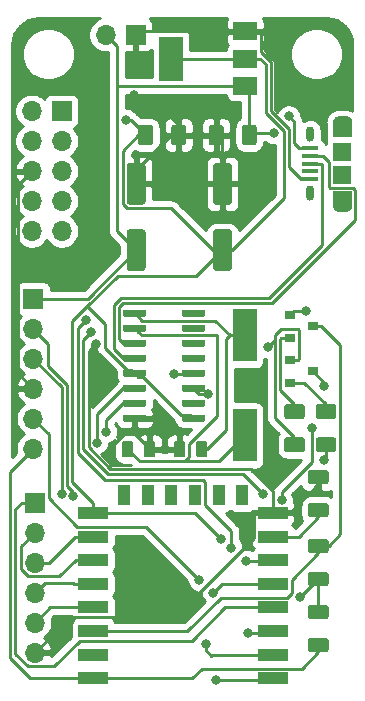
<source format=gbr>
%TF.GenerationSoftware,KiCad,Pcbnew,5.1.5+dfsg1-2build2*%
%TF.CreationDate,2022-11-14T11:38:59+01:00*%
%TF.ProjectId,ebus,65627573-2e6b-4696-9361-645f70636258,rev?*%
%TF.SameCoordinates,Original*%
%TF.FileFunction,Copper,L2,Bot*%
%TF.FilePolarity,Positive*%
%FSLAX46Y46*%
G04 Gerber Fmt 4.6, Leading zero omitted, Abs format (unit mm)*
G04 Created by KiCad (PCBNEW 5.1.5+dfsg1-2build2) date 2022-11-14 11:38:59*
%MOMM*%
%LPD*%
G04 APERTURE LIST*
%TA.AperFunction,EtchedComponent*%
%ADD10C,0.001000*%
%TD*%
%TA.AperFunction,SMDPad,CuDef*%
%ADD11R,0.900000X0.800000*%
%TD*%
%TA.AperFunction,SMDPad,CuDef*%
%ADD12C,0.100000*%
%TD*%
%TA.AperFunction,ComponentPad*%
%ADD13O,1.550000X0.775000*%
%TD*%
%TA.AperFunction,SMDPad,CuDef*%
%ADD14R,1.550000X1.500000*%
%TD*%
%TA.AperFunction,ComponentPad*%
%ADD15O,0.650000X1.300000*%
%TD*%
%TA.AperFunction,SMDPad,CuDef*%
%ADD16R,1.350000X0.400000*%
%TD*%
%TA.AperFunction,SMDPad,CuDef*%
%ADD17R,2.000000X1.500000*%
%TD*%
%TA.AperFunction,SMDPad,CuDef*%
%ADD18R,2.000000X3.800000*%
%TD*%
%TA.AperFunction,ComponentPad*%
%ADD19O,1.700000X1.700000*%
%TD*%
%TA.AperFunction,ComponentPad*%
%ADD20R,1.700000X1.700000*%
%TD*%
%TA.AperFunction,SMDPad,CuDef*%
%ADD21R,2.500000X1.000000*%
%TD*%
%TA.AperFunction,SMDPad,CuDef*%
%ADD22R,1.000000X1.800000*%
%TD*%
%TA.AperFunction,SMDPad,CuDef*%
%ADD23R,2.000000X4.500000*%
%TD*%
%TA.AperFunction,ViaPad*%
%ADD24C,0.800000*%
%TD*%
%TA.AperFunction,Conductor*%
%ADD25C,0.250000*%
%TD*%
%TA.AperFunction,Conductor*%
%ADD26C,0.254000*%
%TD*%
G04 APERTURE END LIST*
D10*
%TO.C,J2*%
G36*
X126764000Y-98439000D02*
G01*
X125209000Y-98439000D01*
X125209000Y-99637000D01*
X125409000Y-99637000D01*
X125409000Y-99625000D01*
X125410000Y-99612000D01*
X125412000Y-99599000D01*
X125414000Y-99586000D01*
X125417000Y-99573000D01*
X125421000Y-99561000D01*
X125426000Y-99549000D01*
X125431000Y-99537000D01*
X125436000Y-99525000D01*
X125442000Y-99513000D01*
X125449000Y-99502000D01*
X125457000Y-99492000D01*
X125464000Y-99481000D01*
X125473000Y-99471000D01*
X125482000Y-99462000D01*
X125491000Y-99453000D01*
X125501000Y-99444000D01*
X125512000Y-99437000D01*
X125522000Y-99429000D01*
X125533000Y-99422000D01*
X125545000Y-99416000D01*
X125557000Y-99411000D01*
X125569000Y-99406000D01*
X125581000Y-99401000D01*
X125593000Y-99397000D01*
X125606000Y-99394000D01*
X125619000Y-99392000D01*
X125632000Y-99390000D01*
X125645000Y-99389000D01*
X125659000Y-99389000D01*
X125669000Y-99389000D01*
X126299000Y-99389000D01*
X126309000Y-99389000D01*
X126322000Y-99389000D01*
X126335000Y-99390000D01*
X126348000Y-99392000D01*
X126361000Y-99394000D01*
X126374000Y-99398000D01*
X126386000Y-99401000D01*
X126399000Y-99406000D01*
X126411000Y-99411000D01*
X126422000Y-99416000D01*
X126434000Y-99422000D01*
X126445000Y-99429000D01*
X126456000Y-99437000D01*
X126466000Y-99445000D01*
X126476000Y-99453000D01*
X126486000Y-99462000D01*
X126495000Y-99472000D01*
X126503000Y-99482000D01*
X126511000Y-99492000D01*
X126519000Y-99503000D01*
X126526000Y-99514000D01*
X126532000Y-99526000D01*
X126537000Y-99537000D01*
X126542000Y-99549000D01*
X126547000Y-99562000D01*
X126550000Y-99574000D01*
X126554000Y-99587000D01*
X126556000Y-99600000D01*
X126558000Y-99613000D01*
X126559000Y-99626000D01*
X126559000Y-99639000D01*
X126559000Y-99652000D01*
X126558000Y-99665000D01*
X126556000Y-99678000D01*
X126554000Y-99691000D01*
X126550000Y-99704000D01*
X126547000Y-99716000D01*
X126542000Y-99729000D01*
X126537000Y-99741000D01*
X126532000Y-99752000D01*
X126526000Y-99764000D01*
X126519000Y-99775000D01*
X126511000Y-99786000D01*
X126503000Y-99796000D01*
X126495000Y-99806000D01*
X126486000Y-99816000D01*
X126476000Y-99825000D01*
X126466000Y-99833000D01*
X126456000Y-99841000D01*
X126445000Y-99849000D01*
X126434000Y-99856000D01*
X126422000Y-99862000D01*
X126411000Y-99867000D01*
X126399000Y-99872000D01*
X126386000Y-99877000D01*
X126374000Y-99880000D01*
X126361000Y-99884000D01*
X126348000Y-99886000D01*
X126335000Y-99888000D01*
X126322000Y-99889000D01*
X126309000Y-99889000D01*
X125659000Y-99889000D01*
X125645000Y-99889000D01*
X125632000Y-99888000D01*
X125619000Y-99886000D01*
X125606000Y-99884000D01*
X125593000Y-99881000D01*
X125581000Y-99877000D01*
X125569000Y-99872000D01*
X125557000Y-99867000D01*
X125545000Y-99862000D01*
X125533000Y-99856000D01*
X125522000Y-99849000D01*
X125512000Y-99841000D01*
X125501000Y-99834000D01*
X125491000Y-99825000D01*
X125482000Y-99816000D01*
X125473000Y-99807000D01*
X125464000Y-99797000D01*
X125457000Y-99786000D01*
X125449000Y-99776000D01*
X125442000Y-99765000D01*
X125436000Y-99753000D01*
X125431000Y-99741000D01*
X125426000Y-99729000D01*
X125421000Y-99717000D01*
X125417000Y-99705000D01*
X125414000Y-99692000D01*
X125412000Y-99679000D01*
X125410000Y-99666000D01*
X125409000Y-99653000D01*
X125409000Y-99641000D01*
X125209000Y-99641000D01*
X125210000Y-99666000D01*
X125212000Y-99692000D01*
X125215000Y-99718000D01*
X125220000Y-99744000D01*
X125226000Y-99769000D01*
X125233000Y-99794000D01*
X125242000Y-99819000D01*
X125252000Y-99843000D01*
X125263000Y-99867000D01*
X125276000Y-99890000D01*
X125289000Y-99912000D01*
X125304000Y-99933000D01*
X125320000Y-99954000D01*
X125337000Y-99974000D01*
X125355000Y-99993000D01*
X125374000Y-100011000D01*
X125394000Y-100028000D01*
X125415000Y-100044000D01*
X125436000Y-100059000D01*
X125458000Y-100072000D01*
X125481000Y-100085000D01*
X125505000Y-100096000D01*
X125529000Y-100106000D01*
X125554000Y-100115000D01*
X125579000Y-100122000D01*
X125604000Y-100128000D01*
X125630000Y-100133000D01*
X125656000Y-100136000D01*
X125682000Y-100138000D01*
X125709000Y-100139000D01*
X126259000Y-100139000D01*
X126285000Y-100138000D01*
X126311000Y-100136000D01*
X126337000Y-100133000D01*
X126363000Y-100128000D01*
X126388000Y-100122000D01*
X126414000Y-100115000D01*
X126438000Y-100106000D01*
X126462000Y-100096000D01*
X126486000Y-100085000D01*
X126509000Y-100072000D01*
X126531000Y-100058000D01*
X126553000Y-100044000D01*
X126574000Y-100028000D01*
X126594000Y-100011000D01*
X126613000Y-99993000D01*
X126631000Y-99974000D01*
X126648000Y-99954000D01*
X126664000Y-99933000D01*
X126678000Y-99911000D01*
X126692000Y-99889000D01*
X126705000Y-99866000D01*
X126716000Y-99842000D01*
X126726000Y-99818000D01*
X126735000Y-99794000D01*
X126742000Y-99768000D01*
X126748000Y-99743000D01*
X126753000Y-99717000D01*
X126756000Y-99691000D01*
X126758000Y-99665000D01*
X126759000Y-99639000D01*
X126759000Y-98444000D01*
X126764000Y-98444000D01*
X126764000Y-98439000D01*
G37*
X126764000Y-98439000D02*
X125209000Y-98439000D01*
X125209000Y-99637000D01*
X125409000Y-99637000D01*
X125409000Y-99625000D01*
X125410000Y-99612000D01*
X125412000Y-99599000D01*
X125414000Y-99586000D01*
X125417000Y-99573000D01*
X125421000Y-99561000D01*
X125426000Y-99549000D01*
X125431000Y-99537000D01*
X125436000Y-99525000D01*
X125442000Y-99513000D01*
X125449000Y-99502000D01*
X125457000Y-99492000D01*
X125464000Y-99481000D01*
X125473000Y-99471000D01*
X125482000Y-99462000D01*
X125491000Y-99453000D01*
X125501000Y-99444000D01*
X125512000Y-99437000D01*
X125522000Y-99429000D01*
X125533000Y-99422000D01*
X125545000Y-99416000D01*
X125557000Y-99411000D01*
X125569000Y-99406000D01*
X125581000Y-99401000D01*
X125593000Y-99397000D01*
X125606000Y-99394000D01*
X125619000Y-99392000D01*
X125632000Y-99390000D01*
X125645000Y-99389000D01*
X125659000Y-99389000D01*
X125669000Y-99389000D01*
X126299000Y-99389000D01*
X126309000Y-99389000D01*
X126322000Y-99389000D01*
X126335000Y-99390000D01*
X126348000Y-99392000D01*
X126361000Y-99394000D01*
X126374000Y-99398000D01*
X126386000Y-99401000D01*
X126399000Y-99406000D01*
X126411000Y-99411000D01*
X126422000Y-99416000D01*
X126434000Y-99422000D01*
X126445000Y-99429000D01*
X126456000Y-99437000D01*
X126466000Y-99445000D01*
X126476000Y-99453000D01*
X126486000Y-99462000D01*
X126495000Y-99472000D01*
X126503000Y-99482000D01*
X126511000Y-99492000D01*
X126519000Y-99503000D01*
X126526000Y-99514000D01*
X126532000Y-99526000D01*
X126537000Y-99537000D01*
X126542000Y-99549000D01*
X126547000Y-99562000D01*
X126550000Y-99574000D01*
X126554000Y-99587000D01*
X126556000Y-99600000D01*
X126558000Y-99613000D01*
X126559000Y-99626000D01*
X126559000Y-99639000D01*
X126559000Y-99652000D01*
X126558000Y-99665000D01*
X126556000Y-99678000D01*
X126554000Y-99691000D01*
X126550000Y-99704000D01*
X126547000Y-99716000D01*
X126542000Y-99729000D01*
X126537000Y-99741000D01*
X126532000Y-99752000D01*
X126526000Y-99764000D01*
X126519000Y-99775000D01*
X126511000Y-99786000D01*
X126503000Y-99796000D01*
X126495000Y-99806000D01*
X126486000Y-99816000D01*
X126476000Y-99825000D01*
X126466000Y-99833000D01*
X126456000Y-99841000D01*
X126445000Y-99849000D01*
X126434000Y-99856000D01*
X126422000Y-99862000D01*
X126411000Y-99867000D01*
X126399000Y-99872000D01*
X126386000Y-99877000D01*
X126374000Y-99880000D01*
X126361000Y-99884000D01*
X126348000Y-99886000D01*
X126335000Y-99888000D01*
X126322000Y-99889000D01*
X126309000Y-99889000D01*
X125659000Y-99889000D01*
X125645000Y-99889000D01*
X125632000Y-99888000D01*
X125619000Y-99886000D01*
X125606000Y-99884000D01*
X125593000Y-99881000D01*
X125581000Y-99877000D01*
X125569000Y-99872000D01*
X125557000Y-99867000D01*
X125545000Y-99862000D01*
X125533000Y-99856000D01*
X125522000Y-99849000D01*
X125512000Y-99841000D01*
X125501000Y-99834000D01*
X125491000Y-99825000D01*
X125482000Y-99816000D01*
X125473000Y-99807000D01*
X125464000Y-99797000D01*
X125457000Y-99786000D01*
X125449000Y-99776000D01*
X125442000Y-99765000D01*
X125436000Y-99753000D01*
X125431000Y-99741000D01*
X125426000Y-99729000D01*
X125421000Y-99717000D01*
X125417000Y-99705000D01*
X125414000Y-99692000D01*
X125412000Y-99679000D01*
X125410000Y-99666000D01*
X125409000Y-99653000D01*
X125409000Y-99641000D01*
X125209000Y-99641000D01*
X125210000Y-99666000D01*
X125212000Y-99692000D01*
X125215000Y-99718000D01*
X125220000Y-99744000D01*
X125226000Y-99769000D01*
X125233000Y-99794000D01*
X125242000Y-99819000D01*
X125252000Y-99843000D01*
X125263000Y-99867000D01*
X125276000Y-99890000D01*
X125289000Y-99912000D01*
X125304000Y-99933000D01*
X125320000Y-99954000D01*
X125337000Y-99974000D01*
X125355000Y-99993000D01*
X125374000Y-100011000D01*
X125394000Y-100028000D01*
X125415000Y-100044000D01*
X125436000Y-100059000D01*
X125458000Y-100072000D01*
X125481000Y-100085000D01*
X125505000Y-100096000D01*
X125529000Y-100106000D01*
X125554000Y-100115000D01*
X125579000Y-100122000D01*
X125604000Y-100128000D01*
X125630000Y-100133000D01*
X125656000Y-100136000D01*
X125682000Y-100138000D01*
X125709000Y-100139000D01*
X126259000Y-100139000D01*
X126285000Y-100138000D01*
X126311000Y-100136000D01*
X126337000Y-100133000D01*
X126363000Y-100128000D01*
X126388000Y-100122000D01*
X126414000Y-100115000D01*
X126438000Y-100106000D01*
X126462000Y-100096000D01*
X126486000Y-100085000D01*
X126509000Y-100072000D01*
X126531000Y-100058000D01*
X126553000Y-100044000D01*
X126574000Y-100028000D01*
X126594000Y-100011000D01*
X126613000Y-99993000D01*
X126631000Y-99974000D01*
X126648000Y-99954000D01*
X126664000Y-99933000D01*
X126678000Y-99911000D01*
X126692000Y-99889000D01*
X126705000Y-99866000D01*
X126716000Y-99842000D01*
X126726000Y-99818000D01*
X126735000Y-99794000D01*
X126742000Y-99768000D01*
X126748000Y-99743000D01*
X126753000Y-99717000D01*
X126756000Y-99691000D01*
X126758000Y-99665000D01*
X126759000Y-99639000D01*
X126759000Y-98444000D01*
X126764000Y-98444000D01*
X126764000Y-98439000D01*
G36*
X125204000Y-93839000D02*
G01*
X126759000Y-93839000D01*
X126759000Y-92641000D01*
X126559000Y-92641000D01*
X126559000Y-92653000D01*
X126558000Y-92666000D01*
X126556000Y-92679000D01*
X126554000Y-92692000D01*
X126551000Y-92705000D01*
X126547000Y-92717000D01*
X126542000Y-92729000D01*
X126537000Y-92741000D01*
X126532000Y-92753000D01*
X126526000Y-92765000D01*
X126519000Y-92776000D01*
X126511000Y-92786000D01*
X126504000Y-92797000D01*
X126495000Y-92807000D01*
X126486000Y-92816000D01*
X126477000Y-92825000D01*
X126467000Y-92834000D01*
X126456000Y-92841000D01*
X126446000Y-92849000D01*
X126435000Y-92856000D01*
X126423000Y-92862000D01*
X126411000Y-92867000D01*
X126399000Y-92872000D01*
X126387000Y-92877000D01*
X126375000Y-92881000D01*
X126362000Y-92884000D01*
X126349000Y-92886000D01*
X126336000Y-92888000D01*
X126323000Y-92889000D01*
X126309000Y-92889000D01*
X126299000Y-92889000D01*
X125669000Y-92889000D01*
X125659000Y-92889000D01*
X125646000Y-92889000D01*
X125633000Y-92888000D01*
X125620000Y-92886000D01*
X125607000Y-92884000D01*
X125594000Y-92880000D01*
X125582000Y-92877000D01*
X125569000Y-92872000D01*
X125557000Y-92867000D01*
X125546000Y-92862000D01*
X125534000Y-92856000D01*
X125523000Y-92849000D01*
X125512000Y-92841000D01*
X125502000Y-92833000D01*
X125492000Y-92825000D01*
X125482000Y-92816000D01*
X125473000Y-92806000D01*
X125465000Y-92796000D01*
X125457000Y-92786000D01*
X125449000Y-92775000D01*
X125442000Y-92764000D01*
X125436000Y-92752000D01*
X125431000Y-92741000D01*
X125426000Y-92729000D01*
X125421000Y-92716000D01*
X125418000Y-92704000D01*
X125414000Y-92691000D01*
X125412000Y-92678000D01*
X125410000Y-92665000D01*
X125409000Y-92652000D01*
X125409000Y-92639000D01*
X125409000Y-92626000D01*
X125410000Y-92613000D01*
X125412000Y-92600000D01*
X125414000Y-92587000D01*
X125418000Y-92574000D01*
X125421000Y-92562000D01*
X125426000Y-92549000D01*
X125431000Y-92537000D01*
X125436000Y-92526000D01*
X125442000Y-92514000D01*
X125449000Y-92503000D01*
X125457000Y-92492000D01*
X125465000Y-92482000D01*
X125473000Y-92472000D01*
X125482000Y-92462000D01*
X125492000Y-92453000D01*
X125502000Y-92445000D01*
X125512000Y-92437000D01*
X125523000Y-92429000D01*
X125534000Y-92422000D01*
X125546000Y-92416000D01*
X125557000Y-92411000D01*
X125569000Y-92406000D01*
X125582000Y-92401000D01*
X125594000Y-92398000D01*
X125607000Y-92394000D01*
X125620000Y-92392000D01*
X125633000Y-92390000D01*
X125646000Y-92389000D01*
X125659000Y-92389000D01*
X126309000Y-92389000D01*
X126323000Y-92389000D01*
X126336000Y-92390000D01*
X126349000Y-92392000D01*
X126362000Y-92394000D01*
X126375000Y-92397000D01*
X126387000Y-92401000D01*
X126399000Y-92406000D01*
X126411000Y-92411000D01*
X126423000Y-92416000D01*
X126435000Y-92422000D01*
X126446000Y-92429000D01*
X126456000Y-92437000D01*
X126467000Y-92444000D01*
X126477000Y-92453000D01*
X126486000Y-92462000D01*
X126495000Y-92471000D01*
X126504000Y-92481000D01*
X126511000Y-92492000D01*
X126519000Y-92502000D01*
X126526000Y-92513000D01*
X126532000Y-92525000D01*
X126537000Y-92537000D01*
X126542000Y-92549000D01*
X126547000Y-92561000D01*
X126551000Y-92573000D01*
X126554000Y-92586000D01*
X126556000Y-92599000D01*
X126558000Y-92612000D01*
X126559000Y-92625000D01*
X126559000Y-92637000D01*
X126759000Y-92637000D01*
X126758000Y-92612000D01*
X126756000Y-92586000D01*
X126753000Y-92560000D01*
X126748000Y-92534000D01*
X126742000Y-92509000D01*
X126735000Y-92484000D01*
X126726000Y-92459000D01*
X126716000Y-92435000D01*
X126705000Y-92411000D01*
X126692000Y-92388000D01*
X126679000Y-92366000D01*
X126664000Y-92345000D01*
X126648000Y-92324000D01*
X126631000Y-92304000D01*
X126613000Y-92285000D01*
X126594000Y-92267000D01*
X126574000Y-92250000D01*
X126553000Y-92234000D01*
X126532000Y-92219000D01*
X126510000Y-92206000D01*
X126487000Y-92193000D01*
X126463000Y-92182000D01*
X126439000Y-92172000D01*
X126414000Y-92163000D01*
X126389000Y-92156000D01*
X126364000Y-92150000D01*
X126338000Y-92145000D01*
X126312000Y-92142000D01*
X126286000Y-92140000D01*
X126259000Y-92139000D01*
X125709000Y-92139000D01*
X125683000Y-92140000D01*
X125657000Y-92142000D01*
X125631000Y-92145000D01*
X125605000Y-92150000D01*
X125580000Y-92156000D01*
X125554000Y-92163000D01*
X125530000Y-92172000D01*
X125506000Y-92182000D01*
X125482000Y-92193000D01*
X125459000Y-92206000D01*
X125437000Y-92220000D01*
X125415000Y-92234000D01*
X125394000Y-92250000D01*
X125374000Y-92267000D01*
X125355000Y-92285000D01*
X125337000Y-92304000D01*
X125320000Y-92324000D01*
X125304000Y-92345000D01*
X125290000Y-92367000D01*
X125276000Y-92389000D01*
X125263000Y-92412000D01*
X125252000Y-92436000D01*
X125242000Y-92460000D01*
X125233000Y-92484000D01*
X125226000Y-92510000D01*
X125220000Y-92535000D01*
X125215000Y-92561000D01*
X125212000Y-92587000D01*
X125210000Y-92613000D01*
X125209000Y-92639000D01*
X125209000Y-93834000D01*
X125204000Y-93834000D01*
X125204000Y-93839000D01*
G37*
X125204000Y-93839000D02*
X126759000Y-93839000D01*
X126759000Y-92641000D01*
X126559000Y-92641000D01*
X126559000Y-92653000D01*
X126558000Y-92666000D01*
X126556000Y-92679000D01*
X126554000Y-92692000D01*
X126551000Y-92705000D01*
X126547000Y-92717000D01*
X126542000Y-92729000D01*
X126537000Y-92741000D01*
X126532000Y-92753000D01*
X126526000Y-92765000D01*
X126519000Y-92776000D01*
X126511000Y-92786000D01*
X126504000Y-92797000D01*
X126495000Y-92807000D01*
X126486000Y-92816000D01*
X126477000Y-92825000D01*
X126467000Y-92834000D01*
X126456000Y-92841000D01*
X126446000Y-92849000D01*
X126435000Y-92856000D01*
X126423000Y-92862000D01*
X126411000Y-92867000D01*
X126399000Y-92872000D01*
X126387000Y-92877000D01*
X126375000Y-92881000D01*
X126362000Y-92884000D01*
X126349000Y-92886000D01*
X126336000Y-92888000D01*
X126323000Y-92889000D01*
X126309000Y-92889000D01*
X126299000Y-92889000D01*
X125669000Y-92889000D01*
X125659000Y-92889000D01*
X125646000Y-92889000D01*
X125633000Y-92888000D01*
X125620000Y-92886000D01*
X125607000Y-92884000D01*
X125594000Y-92880000D01*
X125582000Y-92877000D01*
X125569000Y-92872000D01*
X125557000Y-92867000D01*
X125546000Y-92862000D01*
X125534000Y-92856000D01*
X125523000Y-92849000D01*
X125512000Y-92841000D01*
X125502000Y-92833000D01*
X125492000Y-92825000D01*
X125482000Y-92816000D01*
X125473000Y-92806000D01*
X125465000Y-92796000D01*
X125457000Y-92786000D01*
X125449000Y-92775000D01*
X125442000Y-92764000D01*
X125436000Y-92752000D01*
X125431000Y-92741000D01*
X125426000Y-92729000D01*
X125421000Y-92716000D01*
X125418000Y-92704000D01*
X125414000Y-92691000D01*
X125412000Y-92678000D01*
X125410000Y-92665000D01*
X125409000Y-92652000D01*
X125409000Y-92639000D01*
X125409000Y-92626000D01*
X125410000Y-92613000D01*
X125412000Y-92600000D01*
X125414000Y-92587000D01*
X125418000Y-92574000D01*
X125421000Y-92562000D01*
X125426000Y-92549000D01*
X125431000Y-92537000D01*
X125436000Y-92526000D01*
X125442000Y-92514000D01*
X125449000Y-92503000D01*
X125457000Y-92492000D01*
X125465000Y-92482000D01*
X125473000Y-92472000D01*
X125482000Y-92462000D01*
X125492000Y-92453000D01*
X125502000Y-92445000D01*
X125512000Y-92437000D01*
X125523000Y-92429000D01*
X125534000Y-92422000D01*
X125546000Y-92416000D01*
X125557000Y-92411000D01*
X125569000Y-92406000D01*
X125582000Y-92401000D01*
X125594000Y-92398000D01*
X125607000Y-92394000D01*
X125620000Y-92392000D01*
X125633000Y-92390000D01*
X125646000Y-92389000D01*
X125659000Y-92389000D01*
X126309000Y-92389000D01*
X126323000Y-92389000D01*
X126336000Y-92390000D01*
X126349000Y-92392000D01*
X126362000Y-92394000D01*
X126375000Y-92397000D01*
X126387000Y-92401000D01*
X126399000Y-92406000D01*
X126411000Y-92411000D01*
X126423000Y-92416000D01*
X126435000Y-92422000D01*
X126446000Y-92429000D01*
X126456000Y-92437000D01*
X126467000Y-92444000D01*
X126477000Y-92453000D01*
X126486000Y-92462000D01*
X126495000Y-92471000D01*
X126504000Y-92481000D01*
X126511000Y-92492000D01*
X126519000Y-92502000D01*
X126526000Y-92513000D01*
X126532000Y-92525000D01*
X126537000Y-92537000D01*
X126542000Y-92549000D01*
X126547000Y-92561000D01*
X126551000Y-92573000D01*
X126554000Y-92586000D01*
X126556000Y-92599000D01*
X126558000Y-92612000D01*
X126559000Y-92625000D01*
X126559000Y-92637000D01*
X126759000Y-92637000D01*
X126758000Y-92612000D01*
X126756000Y-92586000D01*
X126753000Y-92560000D01*
X126748000Y-92534000D01*
X126742000Y-92509000D01*
X126735000Y-92484000D01*
X126726000Y-92459000D01*
X126716000Y-92435000D01*
X126705000Y-92411000D01*
X126692000Y-92388000D01*
X126679000Y-92366000D01*
X126664000Y-92345000D01*
X126648000Y-92324000D01*
X126631000Y-92304000D01*
X126613000Y-92285000D01*
X126594000Y-92267000D01*
X126574000Y-92250000D01*
X126553000Y-92234000D01*
X126532000Y-92219000D01*
X126510000Y-92206000D01*
X126487000Y-92193000D01*
X126463000Y-92182000D01*
X126439000Y-92172000D01*
X126414000Y-92163000D01*
X126389000Y-92156000D01*
X126364000Y-92150000D01*
X126338000Y-92145000D01*
X126312000Y-92142000D01*
X126286000Y-92140000D01*
X126259000Y-92139000D01*
X125709000Y-92139000D01*
X125683000Y-92140000D01*
X125657000Y-92142000D01*
X125631000Y-92145000D01*
X125605000Y-92150000D01*
X125580000Y-92156000D01*
X125554000Y-92163000D01*
X125530000Y-92172000D01*
X125506000Y-92182000D01*
X125482000Y-92193000D01*
X125459000Y-92206000D01*
X125437000Y-92220000D01*
X125415000Y-92234000D01*
X125394000Y-92250000D01*
X125374000Y-92267000D01*
X125355000Y-92285000D01*
X125337000Y-92304000D01*
X125320000Y-92324000D01*
X125304000Y-92345000D01*
X125290000Y-92367000D01*
X125276000Y-92389000D01*
X125263000Y-92412000D01*
X125252000Y-92436000D01*
X125242000Y-92460000D01*
X125233000Y-92484000D01*
X125226000Y-92510000D01*
X125220000Y-92535000D01*
X125215000Y-92561000D01*
X125212000Y-92587000D01*
X125210000Y-92613000D01*
X125209000Y-92639000D01*
X125209000Y-93834000D01*
X125204000Y-93834000D01*
X125204000Y-93839000D01*
%TD*%
D11*
%TO.P,Q3,3*%
%TO.N,GPIO0*%
X123529600Y-113741200D03*
%TO.P,Q3,2*%
%TO.N,Net-(Q3-Pad2)*%
X121529600Y-112791200D03*
%TO.P,Q3,1*%
%TO.N,Net-(Q3-Pad1)*%
X121529600Y-114691200D03*
%TD*%
%TA.AperFunction,SMDPad,CuDef*%
D12*
%TO.P,R2,2*%
%TO.N,Net-(Q3-Pad2)*%
G36*
X122594904Y-119318004D02*
G01*
X122619173Y-119321604D01*
X122642971Y-119327565D01*
X122666071Y-119335830D01*
X122688249Y-119346320D01*
X122709293Y-119358933D01*
X122728998Y-119373547D01*
X122747177Y-119390023D01*
X122763653Y-119408202D01*
X122778267Y-119427907D01*
X122790880Y-119448951D01*
X122801370Y-119471129D01*
X122809635Y-119494229D01*
X122815596Y-119518027D01*
X122819196Y-119542296D01*
X122820400Y-119566800D01*
X122820400Y-120316800D01*
X122819196Y-120341304D01*
X122815596Y-120365573D01*
X122809635Y-120389371D01*
X122801370Y-120412471D01*
X122790880Y-120434649D01*
X122778267Y-120455693D01*
X122763653Y-120475398D01*
X122747177Y-120493577D01*
X122728998Y-120510053D01*
X122709293Y-120524667D01*
X122688249Y-120537280D01*
X122666071Y-120547770D01*
X122642971Y-120556035D01*
X122619173Y-120561996D01*
X122594904Y-120565596D01*
X122570400Y-120566800D01*
X121320400Y-120566800D01*
X121295896Y-120565596D01*
X121271627Y-120561996D01*
X121247829Y-120556035D01*
X121224729Y-120547770D01*
X121202551Y-120537280D01*
X121181507Y-120524667D01*
X121161802Y-120510053D01*
X121143623Y-120493577D01*
X121127147Y-120475398D01*
X121112533Y-120455693D01*
X121099920Y-120434649D01*
X121089430Y-120412471D01*
X121081165Y-120389371D01*
X121075204Y-120365573D01*
X121071604Y-120341304D01*
X121070400Y-120316800D01*
X121070400Y-119566800D01*
X121071604Y-119542296D01*
X121075204Y-119518027D01*
X121081165Y-119494229D01*
X121089430Y-119471129D01*
X121099920Y-119448951D01*
X121112533Y-119427907D01*
X121127147Y-119408202D01*
X121143623Y-119390023D01*
X121161802Y-119373547D01*
X121181507Y-119358933D01*
X121202551Y-119346320D01*
X121224729Y-119335830D01*
X121247829Y-119327565D01*
X121271627Y-119321604D01*
X121295896Y-119318004D01*
X121320400Y-119316800D01*
X122570400Y-119316800D01*
X122594904Y-119318004D01*
G37*
%TD.AperFunction*%
%TA.AperFunction,SMDPad,CuDef*%
%TO.P,R2,1*%
%TO.N,Net-(Q2-Pad1)*%
G36*
X122594904Y-116518004D02*
G01*
X122619173Y-116521604D01*
X122642971Y-116527565D01*
X122666071Y-116535830D01*
X122688249Y-116546320D01*
X122709293Y-116558933D01*
X122728998Y-116573547D01*
X122747177Y-116590023D01*
X122763653Y-116608202D01*
X122778267Y-116627907D01*
X122790880Y-116648951D01*
X122801370Y-116671129D01*
X122809635Y-116694229D01*
X122815596Y-116718027D01*
X122819196Y-116742296D01*
X122820400Y-116766800D01*
X122820400Y-117516800D01*
X122819196Y-117541304D01*
X122815596Y-117565573D01*
X122809635Y-117589371D01*
X122801370Y-117612471D01*
X122790880Y-117634649D01*
X122778267Y-117655693D01*
X122763653Y-117675398D01*
X122747177Y-117693577D01*
X122728998Y-117710053D01*
X122709293Y-117724667D01*
X122688249Y-117737280D01*
X122666071Y-117747770D01*
X122642971Y-117756035D01*
X122619173Y-117761996D01*
X122594904Y-117765596D01*
X122570400Y-117766800D01*
X121320400Y-117766800D01*
X121295896Y-117765596D01*
X121271627Y-117761996D01*
X121247829Y-117756035D01*
X121224729Y-117747770D01*
X121202551Y-117737280D01*
X121181507Y-117724667D01*
X121161802Y-117710053D01*
X121143623Y-117693577D01*
X121127147Y-117675398D01*
X121112533Y-117655693D01*
X121099920Y-117634649D01*
X121089430Y-117612471D01*
X121081165Y-117589371D01*
X121075204Y-117565573D01*
X121071604Y-117541304D01*
X121070400Y-117516800D01*
X121070400Y-116766800D01*
X121071604Y-116742296D01*
X121075204Y-116718027D01*
X121081165Y-116694229D01*
X121089430Y-116671129D01*
X121099920Y-116648951D01*
X121112533Y-116627907D01*
X121127147Y-116608202D01*
X121143623Y-116590023D01*
X121161802Y-116573547D01*
X121181507Y-116558933D01*
X121202551Y-116546320D01*
X121224729Y-116535830D01*
X121247829Y-116527565D01*
X121271627Y-116521604D01*
X121295896Y-116518004D01*
X121320400Y-116516800D01*
X122570400Y-116516800D01*
X122594904Y-116518004D01*
G37*
%TD.AperFunction*%
%TD*%
%TA.AperFunction,SMDPad,CuDef*%
%TO.P,R5,2*%
%TO.N,Net-(Q2-Pad2)*%
G36*
X125261904Y-119318004D02*
G01*
X125286173Y-119321604D01*
X125309971Y-119327565D01*
X125333071Y-119335830D01*
X125355249Y-119346320D01*
X125376293Y-119358933D01*
X125395998Y-119373547D01*
X125414177Y-119390023D01*
X125430653Y-119408202D01*
X125445267Y-119427907D01*
X125457880Y-119448951D01*
X125468370Y-119471129D01*
X125476635Y-119494229D01*
X125482596Y-119518027D01*
X125486196Y-119542296D01*
X125487400Y-119566800D01*
X125487400Y-120316800D01*
X125486196Y-120341304D01*
X125482596Y-120365573D01*
X125476635Y-120389371D01*
X125468370Y-120412471D01*
X125457880Y-120434649D01*
X125445267Y-120455693D01*
X125430653Y-120475398D01*
X125414177Y-120493577D01*
X125395998Y-120510053D01*
X125376293Y-120524667D01*
X125355249Y-120537280D01*
X125333071Y-120547770D01*
X125309971Y-120556035D01*
X125286173Y-120561996D01*
X125261904Y-120565596D01*
X125237400Y-120566800D01*
X123987400Y-120566800D01*
X123962896Y-120565596D01*
X123938627Y-120561996D01*
X123914829Y-120556035D01*
X123891729Y-120547770D01*
X123869551Y-120537280D01*
X123848507Y-120524667D01*
X123828802Y-120510053D01*
X123810623Y-120493577D01*
X123794147Y-120475398D01*
X123779533Y-120455693D01*
X123766920Y-120434649D01*
X123756430Y-120412471D01*
X123748165Y-120389371D01*
X123742204Y-120365573D01*
X123738604Y-120341304D01*
X123737400Y-120316800D01*
X123737400Y-119566800D01*
X123738604Y-119542296D01*
X123742204Y-119518027D01*
X123748165Y-119494229D01*
X123756430Y-119471129D01*
X123766920Y-119448951D01*
X123779533Y-119427907D01*
X123794147Y-119408202D01*
X123810623Y-119390023D01*
X123828802Y-119373547D01*
X123848507Y-119358933D01*
X123869551Y-119346320D01*
X123891729Y-119335830D01*
X123914829Y-119327565D01*
X123938627Y-119321604D01*
X123962896Y-119318004D01*
X123987400Y-119316800D01*
X125237400Y-119316800D01*
X125261904Y-119318004D01*
G37*
%TD.AperFunction*%
%TA.AperFunction,SMDPad,CuDef*%
%TO.P,R5,1*%
%TO.N,Net-(Q3-Pad1)*%
G36*
X125261904Y-116518004D02*
G01*
X125286173Y-116521604D01*
X125309971Y-116527565D01*
X125333071Y-116535830D01*
X125355249Y-116546320D01*
X125376293Y-116558933D01*
X125395998Y-116573547D01*
X125414177Y-116590023D01*
X125430653Y-116608202D01*
X125445267Y-116627907D01*
X125457880Y-116648951D01*
X125468370Y-116671129D01*
X125476635Y-116694229D01*
X125482596Y-116718027D01*
X125486196Y-116742296D01*
X125487400Y-116766800D01*
X125487400Y-117516800D01*
X125486196Y-117541304D01*
X125482596Y-117565573D01*
X125476635Y-117589371D01*
X125468370Y-117612471D01*
X125457880Y-117634649D01*
X125445267Y-117655693D01*
X125430653Y-117675398D01*
X125414177Y-117693577D01*
X125395998Y-117710053D01*
X125376293Y-117724667D01*
X125355249Y-117737280D01*
X125333071Y-117747770D01*
X125309971Y-117756035D01*
X125286173Y-117761996D01*
X125261904Y-117765596D01*
X125237400Y-117766800D01*
X123987400Y-117766800D01*
X123962896Y-117765596D01*
X123938627Y-117761996D01*
X123914829Y-117756035D01*
X123891729Y-117747770D01*
X123869551Y-117737280D01*
X123848507Y-117724667D01*
X123828802Y-117710053D01*
X123810623Y-117693577D01*
X123794147Y-117675398D01*
X123779533Y-117655693D01*
X123766920Y-117634649D01*
X123756430Y-117612471D01*
X123748165Y-117589371D01*
X123742204Y-117565573D01*
X123738604Y-117541304D01*
X123737400Y-117516800D01*
X123737400Y-116766800D01*
X123738604Y-116742296D01*
X123742204Y-116718027D01*
X123748165Y-116694229D01*
X123756430Y-116671129D01*
X123766920Y-116648951D01*
X123779533Y-116627907D01*
X123794147Y-116608202D01*
X123810623Y-116590023D01*
X123828802Y-116573547D01*
X123848507Y-116558933D01*
X123869551Y-116546320D01*
X123891729Y-116535830D01*
X123914829Y-116527565D01*
X123938627Y-116521604D01*
X123962896Y-116518004D01*
X123987400Y-116516800D01*
X125237400Y-116516800D01*
X125261904Y-116518004D01*
G37*
%TD.AperFunction*%
%TD*%
%TA.AperFunction,SMDPad,CuDef*%
%TO.P,U7,16*%
%TO.N,+3V3*%
G36*
X114212703Y-117384722D02*
G01*
X114227264Y-117386882D01*
X114241543Y-117390459D01*
X114255403Y-117395418D01*
X114268710Y-117401712D01*
X114281336Y-117409280D01*
X114293159Y-117418048D01*
X114304066Y-117427934D01*
X114313952Y-117438841D01*
X114322720Y-117450664D01*
X114330288Y-117463290D01*
X114336582Y-117476597D01*
X114341541Y-117490457D01*
X114345118Y-117504736D01*
X114347278Y-117519297D01*
X114348000Y-117534000D01*
X114348000Y-117834000D01*
X114347278Y-117848703D01*
X114345118Y-117863264D01*
X114341541Y-117877543D01*
X114336582Y-117891403D01*
X114330288Y-117904710D01*
X114322720Y-117917336D01*
X114313952Y-117929159D01*
X114304066Y-117940066D01*
X114293159Y-117949952D01*
X114281336Y-117958720D01*
X114268710Y-117966288D01*
X114255403Y-117972582D01*
X114241543Y-117977541D01*
X114227264Y-117981118D01*
X114212703Y-117983278D01*
X114198000Y-117984000D01*
X112548000Y-117984000D01*
X112533297Y-117983278D01*
X112518736Y-117981118D01*
X112504457Y-117977541D01*
X112490597Y-117972582D01*
X112477290Y-117966288D01*
X112464664Y-117958720D01*
X112452841Y-117949952D01*
X112441934Y-117940066D01*
X112432048Y-117929159D01*
X112423280Y-117917336D01*
X112415712Y-117904710D01*
X112409418Y-117891403D01*
X112404459Y-117877543D01*
X112400882Y-117863264D01*
X112398722Y-117848703D01*
X112398000Y-117834000D01*
X112398000Y-117534000D01*
X112398722Y-117519297D01*
X112400882Y-117504736D01*
X112404459Y-117490457D01*
X112409418Y-117476597D01*
X112415712Y-117463290D01*
X112423280Y-117450664D01*
X112432048Y-117438841D01*
X112441934Y-117427934D01*
X112452841Y-117418048D01*
X112464664Y-117409280D01*
X112477290Y-117401712D01*
X112490597Y-117395418D01*
X112504457Y-117390459D01*
X112518736Y-117386882D01*
X112533297Y-117384722D01*
X112548000Y-117384000D01*
X114198000Y-117384000D01*
X114212703Y-117384722D01*
G37*
%TD.AperFunction*%
%TA.AperFunction,SMDPad,CuDef*%
%TO.P,U7,15*%
%TO.N,N/C*%
G36*
X114212703Y-116114722D02*
G01*
X114227264Y-116116882D01*
X114241543Y-116120459D01*
X114255403Y-116125418D01*
X114268710Y-116131712D01*
X114281336Y-116139280D01*
X114293159Y-116148048D01*
X114304066Y-116157934D01*
X114313952Y-116168841D01*
X114322720Y-116180664D01*
X114330288Y-116193290D01*
X114336582Y-116206597D01*
X114341541Y-116220457D01*
X114345118Y-116234736D01*
X114347278Y-116249297D01*
X114348000Y-116264000D01*
X114348000Y-116564000D01*
X114347278Y-116578703D01*
X114345118Y-116593264D01*
X114341541Y-116607543D01*
X114336582Y-116621403D01*
X114330288Y-116634710D01*
X114322720Y-116647336D01*
X114313952Y-116659159D01*
X114304066Y-116670066D01*
X114293159Y-116679952D01*
X114281336Y-116688720D01*
X114268710Y-116696288D01*
X114255403Y-116702582D01*
X114241543Y-116707541D01*
X114227264Y-116711118D01*
X114212703Y-116713278D01*
X114198000Y-116714000D01*
X112548000Y-116714000D01*
X112533297Y-116713278D01*
X112518736Y-116711118D01*
X112504457Y-116707541D01*
X112490597Y-116702582D01*
X112477290Y-116696288D01*
X112464664Y-116688720D01*
X112452841Y-116679952D01*
X112441934Y-116670066D01*
X112432048Y-116659159D01*
X112423280Y-116647336D01*
X112415712Y-116634710D01*
X112409418Y-116621403D01*
X112404459Y-116607543D01*
X112400882Y-116593264D01*
X112398722Y-116578703D01*
X112398000Y-116564000D01*
X112398000Y-116264000D01*
X112398722Y-116249297D01*
X112400882Y-116234736D01*
X112404459Y-116220457D01*
X112409418Y-116206597D01*
X112415712Y-116193290D01*
X112423280Y-116180664D01*
X112432048Y-116168841D01*
X112441934Y-116157934D01*
X112452841Y-116148048D01*
X112464664Y-116139280D01*
X112477290Y-116131712D01*
X112490597Y-116125418D01*
X112504457Y-116120459D01*
X112518736Y-116116882D01*
X112533297Y-116114722D01*
X112548000Y-116114000D01*
X114198000Y-116114000D01*
X114212703Y-116114722D01*
G37*
%TD.AperFunction*%
%TA.AperFunction,SMDPad,CuDef*%
%TO.P,U7,14*%
%TO.N,Net-(Q2-Pad2)*%
G36*
X114212703Y-114844722D02*
G01*
X114227264Y-114846882D01*
X114241543Y-114850459D01*
X114255403Y-114855418D01*
X114268710Y-114861712D01*
X114281336Y-114869280D01*
X114293159Y-114878048D01*
X114304066Y-114887934D01*
X114313952Y-114898841D01*
X114322720Y-114910664D01*
X114330288Y-114923290D01*
X114336582Y-114936597D01*
X114341541Y-114950457D01*
X114345118Y-114964736D01*
X114347278Y-114979297D01*
X114348000Y-114994000D01*
X114348000Y-115294000D01*
X114347278Y-115308703D01*
X114345118Y-115323264D01*
X114341541Y-115337543D01*
X114336582Y-115351403D01*
X114330288Y-115364710D01*
X114322720Y-115377336D01*
X114313952Y-115389159D01*
X114304066Y-115400066D01*
X114293159Y-115409952D01*
X114281336Y-115418720D01*
X114268710Y-115426288D01*
X114255403Y-115432582D01*
X114241543Y-115437541D01*
X114227264Y-115441118D01*
X114212703Y-115443278D01*
X114198000Y-115444000D01*
X112548000Y-115444000D01*
X112533297Y-115443278D01*
X112518736Y-115441118D01*
X112504457Y-115437541D01*
X112490597Y-115432582D01*
X112477290Y-115426288D01*
X112464664Y-115418720D01*
X112452841Y-115409952D01*
X112441934Y-115400066D01*
X112432048Y-115389159D01*
X112423280Y-115377336D01*
X112415712Y-115364710D01*
X112409418Y-115351403D01*
X112404459Y-115337543D01*
X112400882Y-115323264D01*
X112398722Y-115308703D01*
X112398000Y-115294000D01*
X112398000Y-114994000D01*
X112398722Y-114979297D01*
X112400882Y-114964736D01*
X112404459Y-114950457D01*
X112409418Y-114936597D01*
X112415712Y-114923290D01*
X112423280Y-114910664D01*
X112432048Y-114898841D01*
X112441934Y-114887934D01*
X112452841Y-114878048D01*
X112464664Y-114869280D01*
X112477290Y-114861712D01*
X112490597Y-114855418D01*
X112504457Y-114850459D01*
X112518736Y-114846882D01*
X112533297Y-114844722D01*
X112548000Y-114844000D01*
X114198000Y-114844000D01*
X114212703Y-114844722D01*
G37*
%TD.AperFunction*%
%TA.AperFunction,SMDPad,CuDef*%
%TO.P,U7,13*%
%TO.N,Net-(Q3-Pad2)*%
G36*
X114212703Y-113574722D02*
G01*
X114227264Y-113576882D01*
X114241543Y-113580459D01*
X114255403Y-113585418D01*
X114268710Y-113591712D01*
X114281336Y-113599280D01*
X114293159Y-113608048D01*
X114304066Y-113617934D01*
X114313952Y-113628841D01*
X114322720Y-113640664D01*
X114330288Y-113653290D01*
X114336582Y-113666597D01*
X114341541Y-113680457D01*
X114345118Y-113694736D01*
X114347278Y-113709297D01*
X114348000Y-113724000D01*
X114348000Y-114024000D01*
X114347278Y-114038703D01*
X114345118Y-114053264D01*
X114341541Y-114067543D01*
X114336582Y-114081403D01*
X114330288Y-114094710D01*
X114322720Y-114107336D01*
X114313952Y-114119159D01*
X114304066Y-114130066D01*
X114293159Y-114139952D01*
X114281336Y-114148720D01*
X114268710Y-114156288D01*
X114255403Y-114162582D01*
X114241543Y-114167541D01*
X114227264Y-114171118D01*
X114212703Y-114173278D01*
X114198000Y-114174000D01*
X112548000Y-114174000D01*
X112533297Y-114173278D01*
X112518736Y-114171118D01*
X112504457Y-114167541D01*
X112490597Y-114162582D01*
X112477290Y-114156288D01*
X112464664Y-114148720D01*
X112452841Y-114139952D01*
X112441934Y-114130066D01*
X112432048Y-114119159D01*
X112423280Y-114107336D01*
X112415712Y-114094710D01*
X112409418Y-114081403D01*
X112404459Y-114067543D01*
X112400882Y-114053264D01*
X112398722Y-114038703D01*
X112398000Y-114024000D01*
X112398000Y-113724000D01*
X112398722Y-113709297D01*
X112400882Y-113694736D01*
X112404459Y-113680457D01*
X112409418Y-113666597D01*
X112415712Y-113653290D01*
X112423280Y-113640664D01*
X112432048Y-113628841D01*
X112441934Y-113617934D01*
X112452841Y-113608048D01*
X112464664Y-113599280D01*
X112477290Y-113591712D01*
X112490597Y-113585418D01*
X112504457Y-113580459D01*
X112518736Y-113576882D01*
X112533297Y-113574722D01*
X112548000Y-113574000D01*
X114198000Y-113574000D01*
X114212703Y-113574722D01*
G37*
%TD.AperFunction*%
%TA.AperFunction,SMDPad,CuDef*%
%TO.P,U7,12*%
%TO.N,N/C*%
G36*
X114212703Y-112304722D02*
G01*
X114227264Y-112306882D01*
X114241543Y-112310459D01*
X114255403Y-112315418D01*
X114268710Y-112321712D01*
X114281336Y-112329280D01*
X114293159Y-112338048D01*
X114304066Y-112347934D01*
X114313952Y-112358841D01*
X114322720Y-112370664D01*
X114330288Y-112383290D01*
X114336582Y-112396597D01*
X114341541Y-112410457D01*
X114345118Y-112424736D01*
X114347278Y-112439297D01*
X114348000Y-112454000D01*
X114348000Y-112754000D01*
X114347278Y-112768703D01*
X114345118Y-112783264D01*
X114341541Y-112797543D01*
X114336582Y-112811403D01*
X114330288Y-112824710D01*
X114322720Y-112837336D01*
X114313952Y-112849159D01*
X114304066Y-112860066D01*
X114293159Y-112869952D01*
X114281336Y-112878720D01*
X114268710Y-112886288D01*
X114255403Y-112892582D01*
X114241543Y-112897541D01*
X114227264Y-112901118D01*
X114212703Y-112903278D01*
X114198000Y-112904000D01*
X112548000Y-112904000D01*
X112533297Y-112903278D01*
X112518736Y-112901118D01*
X112504457Y-112897541D01*
X112490597Y-112892582D01*
X112477290Y-112886288D01*
X112464664Y-112878720D01*
X112452841Y-112869952D01*
X112441934Y-112860066D01*
X112432048Y-112849159D01*
X112423280Y-112837336D01*
X112415712Y-112824710D01*
X112409418Y-112811403D01*
X112404459Y-112797543D01*
X112400882Y-112783264D01*
X112398722Y-112768703D01*
X112398000Y-112754000D01*
X112398000Y-112454000D01*
X112398722Y-112439297D01*
X112400882Y-112424736D01*
X112404459Y-112410457D01*
X112409418Y-112396597D01*
X112415712Y-112383290D01*
X112423280Y-112370664D01*
X112432048Y-112358841D01*
X112441934Y-112347934D01*
X112452841Y-112338048D01*
X112464664Y-112329280D01*
X112477290Y-112321712D01*
X112490597Y-112315418D01*
X112504457Y-112310459D01*
X112518736Y-112306882D01*
X112533297Y-112304722D01*
X112548000Y-112304000D01*
X114198000Y-112304000D01*
X114212703Y-112304722D01*
G37*
%TD.AperFunction*%
%TA.AperFunction,SMDPad,CuDef*%
%TO.P,U7,11*%
G36*
X114212703Y-111034722D02*
G01*
X114227264Y-111036882D01*
X114241543Y-111040459D01*
X114255403Y-111045418D01*
X114268710Y-111051712D01*
X114281336Y-111059280D01*
X114293159Y-111068048D01*
X114304066Y-111077934D01*
X114313952Y-111088841D01*
X114322720Y-111100664D01*
X114330288Y-111113290D01*
X114336582Y-111126597D01*
X114341541Y-111140457D01*
X114345118Y-111154736D01*
X114347278Y-111169297D01*
X114348000Y-111184000D01*
X114348000Y-111484000D01*
X114347278Y-111498703D01*
X114345118Y-111513264D01*
X114341541Y-111527543D01*
X114336582Y-111541403D01*
X114330288Y-111554710D01*
X114322720Y-111567336D01*
X114313952Y-111579159D01*
X114304066Y-111590066D01*
X114293159Y-111599952D01*
X114281336Y-111608720D01*
X114268710Y-111616288D01*
X114255403Y-111622582D01*
X114241543Y-111627541D01*
X114227264Y-111631118D01*
X114212703Y-111633278D01*
X114198000Y-111634000D01*
X112548000Y-111634000D01*
X112533297Y-111633278D01*
X112518736Y-111631118D01*
X112504457Y-111627541D01*
X112490597Y-111622582D01*
X112477290Y-111616288D01*
X112464664Y-111608720D01*
X112452841Y-111599952D01*
X112441934Y-111590066D01*
X112432048Y-111579159D01*
X112423280Y-111567336D01*
X112415712Y-111554710D01*
X112409418Y-111541403D01*
X112404459Y-111527543D01*
X112400882Y-111513264D01*
X112398722Y-111498703D01*
X112398000Y-111484000D01*
X112398000Y-111184000D01*
X112398722Y-111169297D01*
X112400882Y-111154736D01*
X112404459Y-111140457D01*
X112409418Y-111126597D01*
X112415712Y-111113290D01*
X112423280Y-111100664D01*
X112432048Y-111088841D01*
X112441934Y-111077934D01*
X112452841Y-111068048D01*
X112464664Y-111059280D01*
X112477290Y-111051712D01*
X112490597Y-111045418D01*
X112504457Y-111040459D01*
X112518736Y-111036882D01*
X112533297Y-111034722D01*
X112548000Y-111034000D01*
X114198000Y-111034000D01*
X114212703Y-111034722D01*
G37*
%TD.AperFunction*%
%TA.AperFunction,SMDPad,CuDef*%
%TO.P,U7,10*%
G36*
X114212703Y-109764722D02*
G01*
X114227264Y-109766882D01*
X114241543Y-109770459D01*
X114255403Y-109775418D01*
X114268710Y-109781712D01*
X114281336Y-109789280D01*
X114293159Y-109798048D01*
X114304066Y-109807934D01*
X114313952Y-109818841D01*
X114322720Y-109830664D01*
X114330288Y-109843290D01*
X114336582Y-109856597D01*
X114341541Y-109870457D01*
X114345118Y-109884736D01*
X114347278Y-109899297D01*
X114348000Y-109914000D01*
X114348000Y-110214000D01*
X114347278Y-110228703D01*
X114345118Y-110243264D01*
X114341541Y-110257543D01*
X114336582Y-110271403D01*
X114330288Y-110284710D01*
X114322720Y-110297336D01*
X114313952Y-110309159D01*
X114304066Y-110320066D01*
X114293159Y-110329952D01*
X114281336Y-110338720D01*
X114268710Y-110346288D01*
X114255403Y-110352582D01*
X114241543Y-110357541D01*
X114227264Y-110361118D01*
X114212703Y-110363278D01*
X114198000Y-110364000D01*
X112548000Y-110364000D01*
X112533297Y-110363278D01*
X112518736Y-110361118D01*
X112504457Y-110357541D01*
X112490597Y-110352582D01*
X112477290Y-110346288D01*
X112464664Y-110338720D01*
X112452841Y-110329952D01*
X112441934Y-110320066D01*
X112432048Y-110309159D01*
X112423280Y-110297336D01*
X112415712Y-110284710D01*
X112409418Y-110271403D01*
X112404459Y-110257543D01*
X112400882Y-110243264D01*
X112398722Y-110228703D01*
X112398000Y-110214000D01*
X112398000Y-109914000D01*
X112398722Y-109899297D01*
X112400882Y-109884736D01*
X112404459Y-109870457D01*
X112409418Y-109856597D01*
X112415712Y-109843290D01*
X112423280Y-109830664D01*
X112432048Y-109818841D01*
X112441934Y-109807934D01*
X112452841Y-109798048D01*
X112464664Y-109789280D01*
X112477290Y-109781712D01*
X112490597Y-109775418D01*
X112504457Y-109770459D01*
X112518736Y-109766882D01*
X112533297Y-109764722D01*
X112548000Y-109764000D01*
X114198000Y-109764000D01*
X114212703Y-109764722D01*
G37*
%TD.AperFunction*%
%TA.AperFunction,SMDPad,CuDef*%
%TO.P,U7,9*%
G36*
X114212703Y-108494722D02*
G01*
X114227264Y-108496882D01*
X114241543Y-108500459D01*
X114255403Y-108505418D01*
X114268710Y-108511712D01*
X114281336Y-108519280D01*
X114293159Y-108528048D01*
X114304066Y-108537934D01*
X114313952Y-108548841D01*
X114322720Y-108560664D01*
X114330288Y-108573290D01*
X114336582Y-108586597D01*
X114341541Y-108600457D01*
X114345118Y-108614736D01*
X114347278Y-108629297D01*
X114348000Y-108644000D01*
X114348000Y-108944000D01*
X114347278Y-108958703D01*
X114345118Y-108973264D01*
X114341541Y-108987543D01*
X114336582Y-109001403D01*
X114330288Y-109014710D01*
X114322720Y-109027336D01*
X114313952Y-109039159D01*
X114304066Y-109050066D01*
X114293159Y-109059952D01*
X114281336Y-109068720D01*
X114268710Y-109076288D01*
X114255403Y-109082582D01*
X114241543Y-109087541D01*
X114227264Y-109091118D01*
X114212703Y-109093278D01*
X114198000Y-109094000D01*
X112548000Y-109094000D01*
X112533297Y-109093278D01*
X112518736Y-109091118D01*
X112504457Y-109087541D01*
X112490597Y-109082582D01*
X112477290Y-109076288D01*
X112464664Y-109068720D01*
X112452841Y-109059952D01*
X112441934Y-109050066D01*
X112432048Y-109039159D01*
X112423280Y-109027336D01*
X112415712Y-109014710D01*
X112409418Y-109001403D01*
X112404459Y-108987543D01*
X112400882Y-108973264D01*
X112398722Y-108958703D01*
X112398000Y-108944000D01*
X112398000Y-108644000D01*
X112398722Y-108629297D01*
X112400882Y-108614736D01*
X112404459Y-108600457D01*
X112409418Y-108586597D01*
X112415712Y-108573290D01*
X112423280Y-108560664D01*
X112432048Y-108548841D01*
X112441934Y-108537934D01*
X112452841Y-108528048D01*
X112464664Y-108519280D01*
X112477290Y-108511712D01*
X112490597Y-108505418D01*
X112504457Y-108500459D01*
X112518736Y-108496882D01*
X112533297Y-108494722D01*
X112548000Y-108494000D01*
X114198000Y-108494000D01*
X114212703Y-108494722D01*
G37*
%TD.AperFunction*%
%TA.AperFunction,SMDPad,CuDef*%
%TO.P,U7,8*%
%TO.N,Net-(C8-Pad1)*%
G36*
X109262703Y-108494722D02*
G01*
X109277264Y-108496882D01*
X109291543Y-108500459D01*
X109305403Y-108505418D01*
X109318710Y-108511712D01*
X109331336Y-108519280D01*
X109343159Y-108528048D01*
X109354066Y-108537934D01*
X109363952Y-108548841D01*
X109372720Y-108560664D01*
X109380288Y-108573290D01*
X109386582Y-108586597D01*
X109391541Y-108600457D01*
X109395118Y-108614736D01*
X109397278Y-108629297D01*
X109398000Y-108644000D01*
X109398000Y-108944000D01*
X109397278Y-108958703D01*
X109395118Y-108973264D01*
X109391541Y-108987543D01*
X109386582Y-109001403D01*
X109380288Y-109014710D01*
X109372720Y-109027336D01*
X109363952Y-109039159D01*
X109354066Y-109050066D01*
X109343159Y-109059952D01*
X109331336Y-109068720D01*
X109318710Y-109076288D01*
X109305403Y-109082582D01*
X109291543Y-109087541D01*
X109277264Y-109091118D01*
X109262703Y-109093278D01*
X109248000Y-109094000D01*
X107598000Y-109094000D01*
X107583297Y-109093278D01*
X107568736Y-109091118D01*
X107554457Y-109087541D01*
X107540597Y-109082582D01*
X107527290Y-109076288D01*
X107514664Y-109068720D01*
X107502841Y-109059952D01*
X107491934Y-109050066D01*
X107482048Y-109039159D01*
X107473280Y-109027336D01*
X107465712Y-109014710D01*
X107459418Y-109001403D01*
X107454459Y-108987543D01*
X107450882Y-108973264D01*
X107448722Y-108958703D01*
X107448000Y-108944000D01*
X107448000Y-108644000D01*
X107448722Y-108629297D01*
X107450882Y-108614736D01*
X107454459Y-108600457D01*
X107459418Y-108586597D01*
X107465712Y-108573290D01*
X107473280Y-108560664D01*
X107482048Y-108548841D01*
X107491934Y-108537934D01*
X107502841Y-108528048D01*
X107514664Y-108519280D01*
X107527290Y-108511712D01*
X107540597Y-108505418D01*
X107554457Y-108500459D01*
X107568736Y-108496882D01*
X107583297Y-108494722D01*
X107598000Y-108494000D01*
X109248000Y-108494000D01*
X109262703Y-108494722D01*
G37*
%TD.AperFunction*%
%TA.AperFunction,SMDPad,CuDef*%
%TO.P,U7,7*%
%TO.N,Net-(C7-Pad1)*%
G36*
X109262703Y-109764722D02*
G01*
X109277264Y-109766882D01*
X109291543Y-109770459D01*
X109305403Y-109775418D01*
X109318710Y-109781712D01*
X109331336Y-109789280D01*
X109343159Y-109798048D01*
X109354066Y-109807934D01*
X109363952Y-109818841D01*
X109372720Y-109830664D01*
X109380288Y-109843290D01*
X109386582Y-109856597D01*
X109391541Y-109870457D01*
X109395118Y-109884736D01*
X109397278Y-109899297D01*
X109398000Y-109914000D01*
X109398000Y-110214000D01*
X109397278Y-110228703D01*
X109395118Y-110243264D01*
X109391541Y-110257543D01*
X109386582Y-110271403D01*
X109380288Y-110284710D01*
X109372720Y-110297336D01*
X109363952Y-110309159D01*
X109354066Y-110320066D01*
X109343159Y-110329952D01*
X109331336Y-110338720D01*
X109318710Y-110346288D01*
X109305403Y-110352582D01*
X109291543Y-110357541D01*
X109277264Y-110361118D01*
X109262703Y-110363278D01*
X109248000Y-110364000D01*
X107598000Y-110364000D01*
X107583297Y-110363278D01*
X107568736Y-110361118D01*
X107554457Y-110357541D01*
X107540597Y-110352582D01*
X107527290Y-110346288D01*
X107514664Y-110338720D01*
X107502841Y-110329952D01*
X107491934Y-110320066D01*
X107482048Y-110309159D01*
X107473280Y-110297336D01*
X107465712Y-110284710D01*
X107459418Y-110271403D01*
X107454459Y-110257543D01*
X107450882Y-110243264D01*
X107448722Y-110228703D01*
X107448000Y-110214000D01*
X107448000Y-109914000D01*
X107448722Y-109899297D01*
X107450882Y-109884736D01*
X107454459Y-109870457D01*
X107459418Y-109856597D01*
X107465712Y-109843290D01*
X107473280Y-109830664D01*
X107482048Y-109818841D01*
X107491934Y-109807934D01*
X107502841Y-109798048D01*
X107514664Y-109789280D01*
X107527290Y-109781712D01*
X107540597Y-109775418D01*
X107554457Y-109770459D01*
X107568736Y-109766882D01*
X107583297Y-109764722D01*
X107598000Y-109764000D01*
X109248000Y-109764000D01*
X109262703Y-109764722D01*
G37*
%TD.AperFunction*%
%TA.AperFunction,SMDPad,CuDef*%
%TO.P,U7,6*%
%TO.N,Net-(J2-Pad2)*%
G36*
X109262703Y-111034722D02*
G01*
X109277264Y-111036882D01*
X109291543Y-111040459D01*
X109305403Y-111045418D01*
X109318710Y-111051712D01*
X109331336Y-111059280D01*
X109343159Y-111068048D01*
X109354066Y-111077934D01*
X109363952Y-111088841D01*
X109372720Y-111100664D01*
X109380288Y-111113290D01*
X109386582Y-111126597D01*
X109391541Y-111140457D01*
X109395118Y-111154736D01*
X109397278Y-111169297D01*
X109398000Y-111184000D01*
X109398000Y-111484000D01*
X109397278Y-111498703D01*
X109395118Y-111513264D01*
X109391541Y-111527543D01*
X109386582Y-111541403D01*
X109380288Y-111554710D01*
X109372720Y-111567336D01*
X109363952Y-111579159D01*
X109354066Y-111590066D01*
X109343159Y-111599952D01*
X109331336Y-111608720D01*
X109318710Y-111616288D01*
X109305403Y-111622582D01*
X109291543Y-111627541D01*
X109277264Y-111631118D01*
X109262703Y-111633278D01*
X109248000Y-111634000D01*
X107598000Y-111634000D01*
X107583297Y-111633278D01*
X107568736Y-111631118D01*
X107554457Y-111627541D01*
X107540597Y-111622582D01*
X107527290Y-111616288D01*
X107514664Y-111608720D01*
X107502841Y-111599952D01*
X107491934Y-111590066D01*
X107482048Y-111579159D01*
X107473280Y-111567336D01*
X107465712Y-111554710D01*
X107459418Y-111541403D01*
X107454459Y-111527543D01*
X107450882Y-111513264D01*
X107448722Y-111498703D01*
X107448000Y-111484000D01*
X107448000Y-111184000D01*
X107448722Y-111169297D01*
X107450882Y-111154736D01*
X107454459Y-111140457D01*
X107459418Y-111126597D01*
X107465712Y-111113290D01*
X107473280Y-111100664D01*
X107482048Y-111088841D01*
X107491934Y-111077934D01*
X107502841Y-111068048D01*
X107514664Y-111059280D01*
X107527290Y-111051712D01*
X107540597Y-111045418D01*
X107554457Y-111040459D01*
X107568736Y-111036882D01*
X107583297Y-111034722D01*
X107598000Y-111034000D01*
X109248000Y-111034000D01*
X109262703Y-111034722D01*
G37*
%TD.AperFunction*%
%TA.AperFunction,SMDPad,CuDef*%
%TO.P,U7,5*%
%TO.N,Net-(J2-Pad3)*%
G36*
X109262703Y-112304722D02*
G01*
X109277264Y-112306882D01*
X109291543Y-112310459D01*
X109305403Y-112315418D01*
X109318710Y-112321712D01*
X109331336Y-112329280D01*
X109343159Y-112338048D01*
X109354066Y-112347934D01*
X109363952Y-112358841D01*
X109372720Y-112370664D01*
X109380288Y-112383290D01*
X109386582Y-112396597D01*
X109391541Y-112410457D01*
X109395118Y-112424736D01*
X109397278Y-112439297D01*
X109398000Y-112454000D01*
X109398000Y-112754000D01*
X109397278Y-112768703D01*
X109395118Y-112783264D01*
X109391541Y-112797543D01*
X109386582Y-112811403D01*
X109380288Y-112824710D01*
X109372720Y-112837336D01*
X109363952Y-112849159D01*
X109354066Y-112860066D01*
X109343159Y-112869952D01*
X109331336Y-112878720D01*
X109318710Y-112886288D01*
X109305403Y-112892582D01*
X109291543Y-112897541D01*
X109277264Y-112901118D01*
X109262703Y-112903278D01*
X109248000Y-112904000D01*
X107598000Y-112904000D01*
X107583297Y-112903278D01*
X107568736Y-112901118D01*
X107554457Y-112897541D01*
X107540597Y-112892582D01*
X107527290Y-112886288D01*
X107514664Y-112878720D01*
X107502841Y-112869952D01*
X107491934Y-112860066D01*
X107482048Y-112849159D01*
X107473280Y-112837336D01*
X107465712Y-112824710D01*
X107459418Y-112811403D01*
X107454459Y-112797543D01*
X107450882Y-112783264D01*
X107448722Y-112768703D01*
X107448000Y-112754000D01*
X107448000Y-112454000D01*
X107448722Y-112439297D01*
X107450882Y-112424736D01*
X107454459Y-112410457D01*
X107459418Y-112396597D01*
X107465712Y-112383290D01*
X107473280Y-112370664D01*
X107482048Y-112358841D01*
X107491934Y-112347934D01*
X107502841Y-112338048D01*
X107514664Y-112329280D01*
X107527290Y-112321712D01*
X107540597Y-112315418D01*
X107554457Y-112310459D01*
X107568736Y-112306882D01*
X107583297Y-112304722D01*
X107598000Y-112304000D01*
X109248000Y-112304000D01*
X109262703Y-112304722D01*
G37*
%TD.AperFunction*%
%TA.AperFunction,SMDPad,CuDef*%
%TO.P,U7,4*%
%TO.N,+3V3*%
G36*
X109262703Y-113574722D02*
G01*
X109277264Y-113576882D01*
X109291543Y-113580459D01*
X109305403Y-113585418D01*
X109318710Y-113591712D01*
X109331336Y-113599280D01*
X109343159Y-113608048D01*
X109354066Y-113617934D01*
X109363952Y-113628841D01*
X109372720Y-113640664D01*
X109380288Y-113653290D01*
X109386582Y-113666597D01*
X109391541Y-113680457D01*
X109395118Y-113694736D01*
X109397278Y-113709297D01*
X109398000Y-113724000D01*
X109398000Y-114024000D01*
X109397278Y-114038703D01*
X109395118Y-114053264D01*
X109391541Y-114067543D01*
X109386582Y-114081403D01*
X109380288Y-114094710D01*
X109372720Y-114107336D01*
X109363952Y-114119159D01*
X109354066Y-114130066D01*
X109343159Y-114139952D01*
X109331336Y-114148720D01*
X109318710Y-114156288D01*
X109305403Y-114162582D01*
X109291543Y-114167541D01*
X109277264Y-114171118D01*
X109262703Y-114173278D01*
X109248000Y-114174000D01*
X107598000Y-114174000D01*
X107583297Y-114173278D01*
X107568736Y-114171118D01*
X107554457Y-114167541D01*
X107540597Y-114162582D01*
X107527290Y-114156288D01*
X107514664Y-114148720D01*
X107502841Y-114139952D01*
X107491934Y-114130066D01*
X107482048Y-114119159D01*
X107473280Y-114107336D01*
X107465712Y-114094710D01*
X107459418Y-114081403D01*
X107454459Y-114067543D01*
X107450882Y-114053264D01*
X107448722Y-114038703D01*
X107448000Y-114024000D01*
X107448000Y-113724000D01*
X107448722Y-113709297D01*
X107450882Y-113694736D01*
X107454459Y-113680457D01*
X107459418Y-113666597D01*
X107465712Y-113653290D01*
X107473280Y-113640664D01*
X107482048Y-113628841D01*
X107491934Y-113617934D01*
X107502841Y-113608048D01*
X107514664Y-113599280D01*
X107527290Y-113591712D01*
X107540597Y-113585418D01*
X107554457Y-113580459D01*
X107568736Y-113576882D01*
X107583297Y-113574722D01*
X107598000Y-113574000D01*
X109248000Y-113574000D01*
X109262703Y-113574722D01*
G37*
%TD.AperFunction*%
%TA.AperFunction,SMDPad,CuDef*%
%TO.P,U7,3*%
%TO.N,P_TX*%
G36*
X109262703Y-114844722D02*
G01*
X109277264Y-114846882D01*
X109291543Y-114850459D01*
X109305403Y-114855418D01*
X109318710Y-114861712D01*
X109331336Y-114869280D01*
X109343159Y-114878048D01*
X109354066Y-114887934D01*
X109363952Y-114898841D01*
X109372720Y-114910664D01*
X109380288Y-114923290D01*
X109386582Y-114936597D01*
X109391541Y-114950457D01*
X109395118Y-114964736D01*
X109397278Y-114979297D01*
X109398000Y-114994000D01*
X109398000Y-115294000D01*
X109397278Y-115308703D01*
X109395118Y-115323264D01*
X109391541Y-115337543D01*
X109386582Y-115351403D01*
X109380288Y-115364710D01*
X109372720Y-115377336D01*
X109363952Y-115389159D01*
X109354066Y-115400066D01*
X109343159Y-115409952D01*
X109331336Y-115418720D01*
X109318710Y-115426288D01*
X109305403Y-115432582D01*
X109291543Y-115437541D01*
X109277264Y-115441118D01*
X109262703Y-115443278D01*
X109248000Y-115444000D01*
X107598000Y-115444000D01*
X107583297Y-115443278D01*
X107568736Y-115441118D01*
X107554457Y-115437541D01*
X107540597Y-115432582D01*
X107527290Y-115426288D01*
X107514664Y-115418720D01*
X107502841Y-115409952D01*
X107491934Y-115400066D01*
X107482048Y-115389159D01*
X107473280Y-115377336D01*
X107465712Y-115364710D01*
X107459418Y-115351403D01*
X107454459Y-115337543D01*
X107450882Y-115323264D01*
X107448722Y-115308703D01*
X107448000Y-115294000D01*
X107448000Y-114994000D01*
X107448722Y-114979297D01*
X107450882Y-114964736D01*
X107454459Y-114950457D01*
X107459418Y-114936597D01*
X107465712Y-114923290D01*
X107473280Y-114910664D01*
X107482048Y-114898841D01*
X107491934Y-114887934D01*
X107502841Y-114878048D01*
X107514664Y-114869280D01*
X107527290Y-114861712D01*
X107540597Y-114855418D01*
X107554457Y-114850459D01*
X107568736Y-114846882D01*
X107583297Y-114844722D01*
X107598000Y-114844000D01*
X109248000Y-114844000D01*
X109262703Y-114844722D01*
G37*
%TD.AperFunction*%
%TA.AperFunction,SMDPad,CuDef*%
%TO.P,U7,2*%
%TO.N,P_RX*%
G36*
X109262703Y-116114722D02*
G01*
X109277264Y-116116882D01*
X109291543Y-116120459D01*
X109305403Y-116125418D01*
X109318710Y-116131712D01*
X109331336Y-116139280D01*
X109343159Y-116148048D01*
X109354066Y-116157934D01*
X109363952Y-116168841D01*
X109372720Y-116180664D01*
X109380288Y-116193290D01*
X109386582Y-116206597D01*
X109391541Y-116220457D01*
X109395118Y-116234736D01*
X109397278Y-116249297D01*
X109398000Y-116264000D01*
X109398000Y-116564000D01*
X109397278Y-116578703D01*
X109395118Y-116593264D01*
X109391541Y-116607543D01*
X109386582Y-116621403D01*
X109380288Y-116634710D01*
X109372720Y-116647336D01*
X109363952Y-116659159D01*
X109354066Y-116670066D01*
X109343159Y-116679952D01*
X109331336Y-116688720D01*
X109318710Y-116696288D01*
X109305403Y-116702582D01*
X109291543Y-116707541D01*
X109277264Y-116711118D01*
X109262703Y-116713278D01*
X109248000Y-116714000D01*
X107598000Y-116714000D01*
X107583297Y-116713278D01*
X107568736Y-116711118D01*
X107554457Y-116707541D01*
X107540597Y-116702582D01*
X107527290Y-116696288D01*
X107514664Y-116688720D01*
X107502841Y-116679952D01*
X107491934Y-116670066D01*
X107482048Y-116659159D01*
X107473280Y-116647336D01*
X107465712Y-116634710D01*
X107459418Y-116621403D01*
X107454459Y-116607543D01*
X107450882Y-116593264D01*
X107448722Y-116578703D01*
X107448000Y-116564000D01*
X107448000Y-116264000D01*
X107448722Y-116249297D01*
X107450882Y-116234736D01*
X107454459Y-116220457D01*
X107459418Y-116206597D01*
X107465712Y-116193290D01*
X107473280Y-116180664D01*
X107482048Y-116168841D01*
X107491934Y-116157934D01*
X107502841Y-116148048D01*
X107514664Y-116139280D01*
X107527290Y-116131712D01*
X107540597Y-116125418D01*
X107554457Y-116120459D01*
X107568736Y-116116882D01*
X107583297Y-116114722D01*
X107598000Y-116114000D01*
X109248000Y-116114000D01*
X109262703Y-116114722D01*
G37*
%TD.AperFunction*%
%TA.AperFunction,SMDPad,CuDef*%
%TO.P,U7,1*%
%TO.N,GNDREF*%
G36*
X109262703Y-117384722D02*
G01*
X109277264Y-117386882D01*
X109291543Y-117390459D01*
X109305403Y-117395418D01*
X109318710Y-117401712D01*
X109331336Y-117409280D01*
X109343159Y-117418048D01*
X109354066Y-117427934D01*
X109363952Y-117438841D01*
X109372720Y-117450664D01*
X109380288Y-117463290D01*
X109386582Y-117476597D01*
X109391541Y-117490457D01*
X109395118Y-117504736D01*
X109397278Y-117519297D01*
X109398000Y-117534000D01*
X109398000Y-117834000D01*
X109397278Y-117848703D01*
X109395118Y-117863264D01*
X109391541Y-117877543D01*
X109386582Y-117891403D01*
X109380288Y-117904710D01*
X109372720Y-117917336D01*
X109363952Y-117929159D01*
X109354066Y-117940066D01*
X109343159Y-117949952D01*
X109331336Y-117958720D01*
X109318710Y-117966288D01*
X109305403Y-117972582D01*
X109291543Y-117977541D01*
X109277264Y-117981118D01*
X109262703Y-117983278D01*
X109248000Y-117984000D01*
X107598000Y-117984000D01*
X107583297Y-117983278D01*
X107568736Y-117981118D01*
X107554457Y-117977541D01*
X107540597Y-117972582D01*
X107527290Y-117966288D01*
X107514664Y-117958720D01*
X107502841Y-117949952D01*
X107491934Y-117940066D01*
X107482048Y-117929159D01*
X107473280Y-117917336D01*
X107465712Y-117904710D01*
X107459418Y-117891403D01*
X107454459Y-117877543D01*
X107450882Y-117863264D01*
X107448722Y-117848703D01*
X107448000Y-117834000D01*
X107448000Y-117534000D01*
X107448722Y-117519297D01*
X107450882Y-117504736D01*
X107454459Y-117490457D01*
X107459418Y-117476597D01*
X107465712Y-117463290D01*
X107473280Y-117450664D01*
X107482048Y-117438841D01*
X107491934Y-117427934D01*
X107502841Y-117418048D01*
X107514664Y-117409280D01*
X107527290Y-117401712D01*
X107540597Y-117395418D01*
X107554457Y-117390459D01*
X107568736Y-117386882D01*
X107583297Y-117384722D01*
X107598000Y-117384000D01*
X109248000Y-117384000D01*
X109262703Y-117384722D01*
G37*
%TD.AperFunction*%
%TD*%
D13*
%TO.P,J2,S6*%
%TO.N,N/C*%
X125984000Y-99639000D03*
D14*
%TO.P,J2,S5*%
X125984000Y-97139000D03*
%TO.P,J2,S4*%
X125984000Y-95139000D03*
D13*
%TO.P,J2,S3*%
X125984000Y-92639000D03*
D15*
%TO.P,J2,S2*%
X123284000Y-98639000D03*
%TO.P,J2,S1*%
X123284000Y-93639000D03*
D16*
%TO.P,J2,5*%
%TO.N,GNDREF*%
X123284000Y-97439000D03*
%TO.P,J2,4*%
%TO.N,N/C*%
X123284000Y-96789000D03*
%TO.P,J2,3*%
%TO.N,Net-(J2-Pad3)*%
X123284000Y-96139000D03*
%TO.P,J2,2*%
%TO.N,Net-(J2-Pad2)*%
X123284000Y-95489000D03*
%TO.P,J2,1*%
%TO.N,+5VP*%
X123284000Y-94839000D03*
%TD*%
D17*
%TO.P,U5,1*%
%TO.N,GNDREF*%
X117780200Y-84949000D03*
%TO.P,U5,3*%
%TO.N,+5VP*%
X117780200Y-89549000D03*
%TO.P,U5,2*%
%TO.N,+3V3*%
X117780200Y-87249000D03*
D18*
X111480200Y-87249000D03*
%TD*%
%TA.AperFunction,SMDPad,CuDef*%
D12*
%TO.P,C4,2*%
%TO.N,GNDREF*%
G36*
X112543504Y-92852204D02*
G01*
X112567773Y-92855804D01*
X112591571Y-92861765D01*
X112614671Y-92870030D01*
X112636849Y-92880520D01*
X112657893Y-92893133D01*
X112677598Y-92907747D01*
X112695777Y-92924223D01*
X112712253Y-92942402D01*
X112726867Y-92962107D01*
X112739480Y-92983151D01*
X112749970Y-93005329D01*
X112758235Y-93028429D01*
X112764196Y-93052227D01*
X112767796Y-93076496D01*
X112769000Y-93101000D01*
X112769000Y-94351000D01*
X112767796Y-94375504D01*
X112764196Y-94399773D01*
X112758235Y-94423571D01*
X112749970Y-94446671D01*
X112739480Y-94468849D01*
X112726867Y-94489893D01*
X112712253Y-94509598D01*
X112695777Y-94527777D01*
X112677598Y-94544253D01*
X112657893Y-94558867D01*
X112636849Y-94571480D01*
X112614671Y-94581970D01*
X112591571Y-94590235D01*
X112567773Y-94596196D01*
X112543504Y-94599796D01*
X112519000Y-94601000D01*
X111769000Y-94601000D01*
X111744496Y-94599796D01*
X111720227Y-94596196D01*
X111696429Y-94590235D01*
X111673329Y-94581970D01*
X111651151Y-94571480D01*
X111630107Y-94558867D01*
X111610402Y-94544253D01*
X111592223Y-94527777D01*
X111575747Y-94509598D01*
X111561133Y-94489893D01*
X111548520Y-94468849D01*
X111538030Y-94446671D01*
X111529765Y-94423571D01*
X111523804Y-94399773D01*
X111520204Y-94375504D01*
X111519000Y-94351000D01*
X111519000Y-93101000D01*
X111520204Y-93076496D01*
X111523804Y-93052227D01*
X111529765Y-93028429D01*
X111538030Y-93005329D01*
X111548520Y-92983151D01*
X111561133Y-92962107D01*
X111575747Y-92942402D01*
X111592223Y-92924223D01*
X111610402Y-92907747D01*
X111630107Y-92893133D01*
X111651151Y-92880520D01*
X111673329Y-92870030D01*
X111696429Y-92861765D01*
X111720227Y-92855804D01*
X111744496Y-92852204D01*
X111769000Y-92851000D01*
X112519000Y-92851000D01*
X112543504Y-92852204D01*
G37*
%TD.AperFunction*%
%TA.AperFunction,SMDPad,CuDef*%
%TO.P,C4,1*%
%TO.N,+3V3*%
G36*
X109743504Y-92852204D02*
G01*
X109767773Y-92855804D01*
X109791571Y-92861765D01*
X109814671Y-92870030D01*
X109836849Y-92880520D01*
X109857893Y-92893133D01*
X109877598Y-92907747D01*
X109895777Y-92924223D01*
X109912253Y-92942402D01*
X109926867Y-92962107D01*
X109939480Y-92983151D01*
X109949970Y-93005329D01*
X109958235Y-93028429D01*
X109964196Y-93052227D01*
X109967796Y-93076496D01*
X109969000Y-93101000D01*
X109969000Y-94351000D01*
X109967796Y-94375504D01*
X109964196Y-94399773D01*
X109958235Y-94423571D01*
X109949970Y-94446671D01*
X109939480Y-94468849D01*
X109926867Y-94489893D01*
X109912253Y-94509598D01*
X109895777Y-94527777D01*
X109877598Y-94544253D01*
X109857893Y-94558867D01*
X109836849Y-94571480D01*
X109814671Y-94581970D01*
X109791571Y-94590235D01*
X109767773Y-94596196D01*
X109743504Y-94599796D01*
X109719000Y-94601000D01*
X108969000Y-94601000D01*
X108944496Y-94599796D01*
X108920227Y-94596196D01*
X108896429Y-94590235D01*
X108873329Y-94581970D01*
X108851151Y-94571480D01*
X108830107Y-94558867D01*
X108810402Y-94544253D01*
X108792223Y-94527777D01*
X108775747Y-94509598D01*
X108761133Y-94489893D01*
X108748520Y-94468849D01*
X108738030Y-94446671D01*
X108729765Y-94423571D01*
X108723804Y-94399773D01*
X108720204Y-94375504D01*
X108719000Y-94351000D01*
X108719000Y-93101000D01*
X108720204Y-93076496D01*
X108723804Y-93052227D01*
X108729765Y-93028429D01*
X108738030Y-93005329D01*
X108748520Y-92983151D01*
X108761133Y-92962107D01*
X108775747Y-92942402D01*
X108792223Y-92924223D01*
X108810402Y-92907747D01*
X108830107Y-92893133D01*
X108851151Y-92880520D01*
X108873329Y-92870030D01*
X108896429Y-92861765D01*
X108920227Y-92855804D01*
X108944496Y-92852204D01*
X108969000Y-92851000D01*
X109719000Y-92851000D01*
X109743504Y-92852204D01*
G37*
%TD.AperFunction*%
%TD*%
D19*
%TO.P,J5,6*%
%TO.N,GNDREF*%
X99949000Y-137541000D03*
%TO.P,J5,5*%
%TO.N,GPIO16*%
X99949000Y-135001000D03*
%TO.P,J5,4*%
%TO.N,GPIO14*%
X99949000Y-132461000D03*
%TO.P,J5,3*%
%TO.N,GPIO13*%
X99949000Y-129921000D03*
%TO.P,J5,2*%
%TO.N,GPIO12*%
X99949000Y-127381000D03*
D20*
%TO.P,J5,1*%
%TO.N,GPIO4*%
X99949000Y-124841000D03*
%TD*%
D19*
%TO.P,J4,6*%
%TO.N,RESET*%
X99822000Y-120269000D03*
%TO.P,J4,5*%
%TO.N,GPIO0*%
X99822000Y-117729000D03*
%TO.P,J4,4*%
%TO.N,GNDREF*%
X99822000Y-115189000D03*
%TO.P,J4,3*%
%TO.N,P_RX*%
X99822000Y-112649000D03*
%TO.P,J4,2*%
%TO.N,P_TX*%
X99822000Y-110109000D03*
D20*
%TO.P,J4,1*%
%TO.N,+5VP*%
X99822000Y-107569000D03*
%TD*%
%TA.AperFunction,SMDPad,CuDef*%
D12*
%TO.P,C2,2*%
%TO.N,GNDREF*%
G36*
X115712504Y-92852204D02*
G01*
X115736773Y-92855804D01*
X115760571Y-92861765D01*
X115783671Y-92870030D01*
X115805849Y-92880520D01*
X115826893Y-92893133D01*
X115846598Y-92907747D01*
X115864777Y-92924223D01*
X115881253Y-92942402D01*
X115895867Y-92962107D01*
X115908480Y-92983151D01*
X115918970Y-93005329D01*
X115927235Y-93028429D01*
X115933196Y-93052227D01*
X115936796Y-93076496D01*
X115938000Y-93101000D01*
X115938000Y-94351000D01*
X115936796Y-94375504D01*
X115933196Y-94399773D01*
X115927235Y-94423571D01*
X115918970Y-94446671D01*
X115908480Y-94468849D01*
X115895867Y-94489893D01*
X115881253Y-94509598D01*
X115864777Y-94527777D01*
X115846598Y-94544253D01*
X115826893Y-94558867D01*
X115805849Y-94571480D01*
X115783671Y-94581970D01*
X115760571Y-94590235D01*
X115736773Y-94596196D01*
X115712504Y-94599796D01*
X115688000Y-94601000D01*
X114938000Y-94601000D01*
X114913496Y-94599796D01*
X114889227Y-94596196D01*
X114865429Y-94590235D01*
X114842329Y-94581970D01*
X114820151Y-94571480D01*
X114799107Y-94558867D01*
X114779402Y-94544253D01*
X114761223Y-94527777D01*
X114744747Y-94509598D01*
X114730133Y-94489893D01*
X114717520Y-94468849D01*
X114707030Y-94446671D01*
X114698765Y-94423571D01*
X114692804Y-94399773D01*
X114689204Y-94375504D01*
X114688000Y-94351000D01*
X114688000Y-93101000D01*
X114689204Y-93076496D01*
X114692804Y-93052227D01*
X114698765Y-93028429D01*
X114707030Y-93005329D01*
X114717520Y-92983151D01*
X114730133Y-92962107D01*
X114744747Y-92942402D01*
X114761223Y-92924223D01*
X114779402Y-92907747D01*
X114799107Y-92893133D01*
X114820151Y-92880520D01*
X114842329Y-92870030D01*
X114865429Y-92861765D01*
X114889227Y-92855804D01*
X114913496Y-92852204D01*
X114938000Y-92851000D01*
X115688000Y-92851000D01*
X115712504Y-92852204D01*
G37*
%TD.AperFunction*%
%TA.AperFunction,SMDPad,CuDef*%
%TO.P,C2,1*%
%TO.N,+5VP*%
G36*
X118512504Y-92852204D02*
G01*
X118536773Y-92855804D01*
X118560571Y-92861765D01*
X118583671Y-92870030D01*
X118605849Y-92880520D01*
X118626893Y-92893133D01*
X118646598Y-92907747D01*
X118664777Y-92924223D01*
X118681253Y-92942402D01*
X118695867Y-92962107D01*
X118708480Y-92983151D01*
X118718970Y-93005329D01*
X118727235Y-93028429D01*
X118733196Y-93052227D01*
X118736796Y-93076496D01*
X118738000Y-93101000D01*
X118738000Y-94351000D01*
X118736796Y-94375504D01*
X118733196Y-94399773D01*
X118727235Y-94423571D01*
X118718970Y-94446671D01*
X118708480Y-94468849D01*
X118695867Y-94489893D01*
X118681253Y-94509598D01*
X118664777Y-94527777D01*
X118646598Y-94544253D01*
X118626893Y-94558867D01*
X118605849Y-94571480D01*
X118583671Y-94581970D01*
X118560571Y-94590235D01*
X118536773Y-94596196D01*
X118512504Y-94599796D01*
X118488000Y-94601000D01*
X117738000Y-94601000D01*
X117713496Y-94599796D01*
X117689227Y-94596196D01*
X117665429Y-94590235D01*
X117642329Y-94581970D01*
X117620151Y-94571480D01*
X117599107Y-94558867D01*
X117579402Y-94544253D01*
X117561223Y-94527777D01*
X117544747Y-94509598D01*
X117530133Y-94489893D01*
X117517520Y-94468849D01*
X117507030Y-94446671D01*
X117498765Y-94423571D01*
X117492804Y-94399773D01*
X117489204Y-94375504D01*
X117488000Y-94351000D01*
X117488000Y-93101000D01*
X117489204Y-93076496D01*
X117492804Y-93052227D01*
X117498765Y-93028429D01*
X117507030Y-93005329D01*
X117517520Y-92983151D01*
X117530133Y-92962107D01*
X117544747Y-92942402D01*
X117561223Y-92924223D01*
X117579402Y-92907747D01*
X117599107Y-92893133D01*
X117620151Y-92880520D01*
X117642329Y-92870030D01*
X117665429Y-92861765D01*
X117689227Y-92855804D01*
X117713496Y-92852204D01*
X117738000Y-92851000D01*
X118488000Y-92851000D01*
X118512504Y-92852204D01*
G37*
%TD.AperFunction*%
%TD*%
%TA.AperFunction,SMDPad,CuDef*%
%TO.P,C5,2*%
%TO.N,GNDREF*%
G36*
X116423904Y-96111404D02*
G01*
X116448173Y-96115004D01*
X116471971Y-96120965D01*
X116495071Y-96129230D01*
X116517249Y-96139720D01*
X116538293Y-96152333D01*
X116557998Y-96166947D01*
X116576177Y-96183423D01*
X116592653Y-96201602D01*
X116607267Y-96221307D01*
X116619880Y-96242351D01*
X116630370Y-96264529D01*
X116638635Y-96287629D01*
X116644596Y-96311427D01*
X116648196Y-96335696D01*
X116649400Y-96360200D01*
X116649400Y-99360200D01*
X116648196Y-99384704D01*
X116644596Y-99408973D01*
X116638635Y-99432771D01*
X116630370Y-99455871D01*
X116619880Y-99478049D01*
X116607267Y-99499093D01*
X116592653Y-99518798D01*
X116576177Y-99536977D01*
X116557998Y-99553453D01*
X116538293Y-99568067D01*
X116517249Y-99580680D01*
X116495071Y-99591170D01*
X116471971Y-99599435D01*
X116448173Y-99605396D01*
X116423904Y-99608996D01*
X116399400Y-99610200D01*
X115299400Y-99610200D01*
X115274896Y-99608996D01*
X115250627Y-99605396D01*
X115226829Y-99599435D01*
X115203729Y-99591170D01*
X115181551Y-99580680D01*
X115160507Y-99568067D01*
X115140802Y-99553453D01*
X115122623Y-99536977D01*
X115106147Y-99518798D01*
X115091533Y-99499093D01*
X115078920Y-99478049D01*
X115068430Y-99455871D01*
X115060165Y-99432771D01*
X115054204Y-99408973D01*
X115050604Y-99384704D01*
X115049400Y-99360200D01*
X115049400Y-96360200D01*
X115050604Y-96335696D01*
X115054204Y-96311427D01*
X115060165Y-96287629D01*
X115068430Y-96264529D01*
X115078920Y-96242351D01*
X115091533Y-96221307D01*
X115106147Y-96201602D01*
X115122623Y-96183423D01*
X115140802Y-96166947D01*
X115160507Y-96152333D01*
X115181551Y-96139720D01*
X115203729Y-96129230D01*
X115226829Y-96120965D01*
X115250627Y-96115004D01*
X115274896Y-96111404D01*
X115299400Y-96110200D01*
X116399400Y-96110200D01*
X116423904Y-96111404D01*
G37*
%TD.AperFunction*%
%TA.AperFunction,SMDPad,CuDef*%
%TO.P,C5,1*%
%TO.N,+3V3*%
G36*
X116423904Y-101711404D02*
G01*
X116448173Y-101715004D01*
X116471971Y-101720965D01*
X116495071Y-101729230D01*
X116517249Y-101739720D01*
X116538293Y-101752333D01*
X116557998Y-101766947D01*
X116576177Y-101783423D01*
X116592653Y-101801602D01*
X116607267Y-101821307D01*
X116619880Y-101842351D01*
X116630370Y-101864529D01*
X116638635Y-101887629D01*
X116644596Y-101911427D01*
X116648196Y-101935696D01*
X116649400Y-101960200D01*
X116649400Y-104960200D01*
X116648196Y-104984704D01*
X116644596Y-105008973D01*
X116638635Y-105032771D01*
X116630370Y-105055871D01*
X116619880Y-105078049D01*
X116607267Y-105099093D01*
X116592653Y-105118798D01*
X116576177Y-105136977D01*
X116557998Y-105153453D01*
X116538293Y-105168067D01*
X116517249Y-105180680D01*
X116495071Y-105191170D01*
X116471971Y-105199435D01*
X116448173Y-105205396D01*
X116423904Y-105208996D01*
X116399400Y-105210200D01*
X115299400Y-105210200D01*
X115274896Y-105208996D01*
X115250627Y-105205396D01*
X115226829Y-105199435D01*
X115203729Y-105191170D01*
X115181551Y-105180680D01*
X115160507Y-105168067D01*
X115140802Y-105153453D01*
X115122623Y-105136977D01*
X115106147Y-105118798D01*
X115091533Y-105099093D01*
X115078920Y-105078049D01*
X115068430Y-105055871D01*
X115060165Y-105032771D01*
X115054204Y-105008973D01*
X115050604Y-104984704D01*
X115049400Y-104960200D01*
X115049400Y-101960200D01*
X115050604Y-101935696D01*
X115054204Y-101911427D01*
X115060165Y-101887629D01*
X115068430Y-101864529D01*
X115078920Y-101842351D01*
X115091533Y-101821307D01*
X115106147Y-101801602D01*
X115122623Y-101783423D01*
X115140802Y-101766947D01*
X115160507Y-101752333D01*
X115181551Y-101739720D01*
X115203729Y-101729230D01*
X115226829Y-101720965D01*
X115250627Y-101715004D01*
X115274896Y-101711404D01*
X115299400Y-101710200D01*
X116399400Y-101710200D01*
X116423904Y-101711404D01*
G37*
%TD.AperFunction*%
%TD*%
D19*
%TO.P,J6,2*%
%TO.N,+5VP*%
X105968800Y-85242400D03*
D20*
%TO.P,J6,1*%
%TO.N,GNDREF*%
X108508800Y-85242400D03*
%TD*%
%TA.AperFunction,SMDPad,CuDef*%
D12*
%TO.P,R21,2*%
%TO.N,Net-(R21-Pad2)*%
G36*
X124601504Y-124855204D02*
G01*
X124625773Y-124858804D01*
X124649571Y-124864765D01*
X124672671Y-124873030D01*
X124694849Y-124883520D01*
X124715893Y-124896133D01*
X124735598Y-124910747D01*
X124753777Y-124927223D01*
X124770253Y-124945402D01*
X124784867Y-124965107D01*
X124797480Y-124986151D01*
X124807970Y-125008329D01*
X124816235Y-125031429D01*
X124822196Y-125055227D01*
X124825796Y-125079496D01*
X124827000Y-125104000D01*
X124827000Y-125854000D01*
X124825796Y-125878504D01*
X124822196Y-125902773D01*
X124816235Y-125926571D01*
X124807970Y-125949671D01*
X124797480Y-125971849D01*
X124784867Y-125992893D01*
X124770253Y-126012598D01*
X124753777Y-126030777D01*
X124735598Y-126047253D01*
X124715893Y-126061867D01*
X124694849Y-126074480D01*
X124672671Y-126084970D01*
X124649571Y-126093235D01*
X124625773Y-126099196D01*
X124601504Y-126102796D01*
X124577000Y-126104000D01*
X123327000Y-126104000D01*
X123302496Y-126102796D01*
X123278227Y-126099196D01*
X123254429Y-126093235D01*
X123231329Y-126084970D01*
X123209151Y-126074480D01*
X123188107Y-126061867D01*
X123168402Y-126047253D01*
X123150223Y-126030777D01*
X123133747Y-126012598D01*
X123119133Y-125992893D01*
X123106520Y-125971849D01*
X123096030Y-125949671D01*
X123087765Y-125926571D01*
X123081804Y-125902773D01*
X123078204Y-125878504D01*
X123077000Y-125854000D01*
X123077000Y-125104000D01*
X123078204Y-125079496D01*
X123081804Y-125055227D01*
X123087765Y-125031429D01*
X123096030Y-125008329D01*
X123106520Y-124986151D01*
X123119133Y-124965107D01*
X123133747Y-124945402D01*
X123150223Y-124927223D01*
X123168402Y-124910747D01*
X123188107Y-124896133D01*
X123209151Y-124883520D01*
X123231329Y-124873030D01*
X123254429Y-124864765D01*
X123278227Y-124858804D01*
X123302496Y-124855204D01*
X123327000Y-124854000D01*
X124577000Y-124854000D01*
X124601504Y-124855204D01*
G37*
%TD.AperFunction*%
%TA.AperFunction,SMDPad,CuDef*%
%TO.P,R21,1*%
%TO.N,GNDREF*%
G36*
X124601504Y-122055204D02*
G01*
X124625773Y-122058804D01*
X124649571Y-122064765D01*
X124672671Y-122073030D01*
X124694849Y-122083520D01*
X124715893Y-122096133D01*
X124735598Y-122110747D01*
X124753777Y-122127223D01*
X124770253Y-122145402D01*
X124784867Y-122165107D01*
X124797480Y-122186151D01*
X124807970Y-122208329D01*
X124816235Y-122231429D01*
X124822196Y-122255227D01*
X124825796Y-122279496D01*
X124827000Y-122304000D01*
X124827000Y-123054000D01*
X124825796Y-123078504D01*
X124822196Y-123102773D01*
X124816235Y-123126571D01*
X124807970Y-123149671D01*
X124797480Y-123171849D01*
X124784867Y-123192893D01*
X124770253Y-123212598D01*
X124753777Y-123230777D01*
X124735598Y-123247253D01*
X124715893Y-123261867D01*
X124694849Y-123274480D01*
X124672671Y-123284970D01*
X124649571Y-123293235D01*
X124625773Y-123299196D01*
X124601504Y-123302796D01*
X124577000Y-123304000D01*
X123327000Y-123304000D01*
X123302496Y-123302796D01*
X123278227Y-123299196D01*
X123254429Y-123293235D01*
X123231329Y-123284970D01*
X123209151Y-123274480D01*
X123188107Y-123261867D01*
X123168402Y-123247253D01*
X123150223Y-123230777D01*
X123133747Y-123212598D01*
X123119133Y-123192893D01*
X123106520Y-123171849D01*
X123096030Y-123149671D01*
X123087765Y-123126571D01*
X123081804Y-123102773D01*
X123078204Y-123078504D01*
X123077000Y-123054000D01*
X123077000Y-122304000D01*
X123078204Y-122279496D01*
X123081804Y-122255227D01*
X123087765Y-122231429D01*
X123096030Y-122208329D01*
X123106520Y-122186151D01*
X123119133Y-122165107D01*
X123133747Y-122145402D01*
X123150223Y-122127223D01*
X123168402Y-122110747D01*
X123188107Y-122096133D01*
X123209151Y-122083520D01*
X123231329Y-122073030D01*
X123254429Y-122064765D01*
X123278227Y-122058804D01*
X123302496Y-122055204D01*
X123327000Y-122054000D01*
X124577000Y-122054000D01*
X124601504Y-122055204D01*
G37*
%TD.AperFunction*%
%TD*%
%TA.AperFunction,SMDPad,CuDef*%
%TO.P,R18,2*%
%TO.N,+3V3*%
G36*
X124601504Y-130697204D02*
G01*
X124625773Y-130700804D01*
X124649571Y-130706765D01*
X124672671Y-130715030D01*
X124694849Y-130725520D01*
X124715893Y-130738133D01*
X124735598Y-130752747D01*
X124753777Y-130769223D01*
X124770253Y-130787402D01*
X124784867Y-130807107D01*
X124797480Y-130828151D01*
X124807970Y-130850329D01*
X124816235Y-130873429D01*
X124822196Y-130897227D01*
X124825796Y-130921496D01*
X124827000Y-130946000D01*
X124827000Y-131696000D01*
X124825796Y-131720504D01*
X124822196Y-131744773D01*
X124816235Y-131768571D01*
X124807970Y-131791671D01*
X124797480Y-131813849D01*
X124784867Y-131834893D01*
X124770253Y-131854598D01*
X124753777Y-131872777D01*
X124735598Y-131889253D01*
X124715893Y-131903867D01*
X124694849Y-131916480D01*
X124672671Y-131926970D01*
X124649571Y-131935235D01*
X124625773Y-131941196D01*
X124601504Y-131944796D01*
X124577000Y-131946000D01*
X123327000Y-131946000D01*
X123302496Y-131944796D01*
X123278227Y-131941196D01*
X123254429Y-131935235D01*
X123231329Y-131926970D01*
X123209151Y-131916480D01*
X123188107Y-131903867D01*
X123168402Y-131889253D01*
X123150223Y-131872777D01*
X123133747Y-131854598D01*
X123119133Y-131834893D01*
X123106520Y-131813849D01*
X123096030Y-131791671D01*
X123087765Y-131768571D01*
X123081804Y-131744773D01*
X123078204Y-131720504D01*
X123077000Y-131696000D01*
X123077000Y-130946000D01*
X123078204Y-130921496D01*
X123081804Y-130897227D01*
X123087765Y-130873429D01*
X123096030Y-130850329D01*
X123106520Y-130828151D01*
X123119133Y-130807107D01*
X123133747Y-130787402D01*
X123150223Y-130769223D01*
X123168402Y-130752747D01*
X123188107Y-130738133D01*
X123209151Y-130725520D01*
X123231329Y-130715030D01*
X123254429Y-130706765D01*
X123278227Y-130700804D01*
X123302496Y-130697204D01*
X123327000Y-130696000D01*
X124577000Y-130696000D01*
X124601504Y-130697204D01*
G37*
%TD.AperFunction*%
%TA.AperFunction,SMDPad,CuDef*%
%TO.P,R18,1*%
%TO.N,EN*%
G36*
X124601504Y-127897204D02*
G01*
X124625773Y-127900804D01*
X124649571Y-127906765D01*
X124672671Y-127915030D01*
X124694849Y-127925520D01*
X124715893Y-127938133D01*
X124735598Y-127952747D01*
X124753777Y-127969223D01*
X124770253Y-127987402D01*
X124784867Y-128007107D01*
X124797480Y-128028151D01*
X124807970Y-128050329D01*
X124816235Y-128073429D01*
X124822196Y-128097227D01*
X124825796Y-128121496D01*
X124827000Y-128146000D01*
X124827000Y-128896000D01*
X124825796Y-128920504D01*
X124822196Y-128944773D01*
X124816235Y-128968571D01*
X124807970Y-128991671D01*
X124797480Y-129013849D01*
X124784867Y-129034893D01*
X124770253Y-129054598D01*
X124753777Y-129072777D01*
X124735598Y-129089253D01*
X124715893Y-129103867D01*
X124694849Y-129116480D01*
X124672671Y-129126970D01*
X124649571Y-129135235D01*
X124625773Y-129141196D01*
X124601504Y-129144796D01*
X124577000Y-129146000D01*
X123327000Y-129146000D01*
X123302496Y-129144796D01*
X123278227Y-129141196D01*
X123254429Y-129135235D01*
X123231329Y-129126970D01*
X123209151Y-129116480D01*
X123188107Y-129103867D01*
X123168402Y-129089253D01*
X123150223Y-129072777D01*
X123133747Y-129054598D01*
X123119133Y-129034893D01*
X123106520Y-129013849D01*
X123096030Y-128991671D01*
X123087765Y-128968571D01*
X123081804Y-128944773D01*
X123078204Y-128920504D01*
X123077000Y-128896000D01*
X123077000Y-128146000D01*
X123078204Y-128121496D01*
X123081804Y-128097227D01*
X123087765Y-128073429D01*
X123096030Y-128050329D01*
X123106520Y-128028151D01*
X123119133Y-128007107D01*
X123133747Y-127987402D01*
X123150223Y-127969223D01*
X123168402Y-127952747D01*
X123188107Y-127938133D01*
X123209151Y-127925520D01*
X123231329Y-127915030D01*
X123254429Y-127906765D01*
X123278227Y-127900804D01*
X123302496Y-127897204D01*
X123327000Y-127896000D01*
X124577000Y-127896000D01*
X124601504Y-127897204D01*
G37*
%TD.AperFunction*%
%TD*%
D21*
%TO.P,U6,22*%
%TO.N,P_TX*%
X120122000Y-139720200D03*
%TO.P,U6,21*%
%TO.N,P_RX*%
X120122000Y-137720200D03*
%TO.P,U6,20*%
%TO.N,RX*%
X120122000Y-135720200D03*
%TO.P,U6,19*%
%TO.N,GPIO4*%
X120122000Y-133720200D03*
%TO.P,U6,18*%
%TO.N,GPIO0*%
X120122000Y-131720200D03*
%TO.P,U6,17*%
%TO.N,TX*%
X120122000Y-129720200D03*
%TO.P,U6,16*%
%TO.N,Net-(R21-Pad2)*%
X120122000Y-127720200D03*
%TO.P,U6,15*%
%TO.N,GNDREF*%
X120122000Y-125720200D03*
D22*
%TO.P,U6,14*%
%TO.N,N/C*%
X117522000Y-124220200D03*
%TO.P,U6,13*%
X115522000Y-124220200D03*
%TO.P,U6,12*%
X113522000Y-124220200D03*
%TO.P,U6,11*%
X111522000Y-124220200D03*
%TO.P,U6,10*%
X109522000Y-124220200D03*
%TO.P,U6,9*%
X107522000Y-124220200D03*
D21*
%TO.P,U6,8*%
%TO.N,+3V3*%
X104922000Y-125720200D03*
%TO.P,U6,7*%
%TO.N,GPIO13*%
X104922000Y-127720200D03*
%TO.P,U6,6*%
%TO.N,GPIO12*%
X104922000Y-129720200D03*
%TO.P,U6,5*%
%TO.N,GPIO14*%
X104922000Y-131720200D03*
%TO.P,U6,4*%
%TO.N,GPIO16*%
X104922000Y-133720200D03*
%TO.P,U6,3*%
%TO.N,EN*%
X104922000Y-135720200D03*
%TO.P,U6,2*%
%TO.N,N/C*%
X104922000Y-137720200D03*
%TO.P,U6,1*%
%TO.N,RESET*%
X104922000Y-139720200D03*
%TD*%
%TA.AperFunction,SMDPad,CuDef*%
D12*
%TO.P,C3,2*%
%TO.N,GNDREF*%
G36*
X109108704Y-96111404D02*
G01*
X109132973Y-96115004D01*
X109156771Y-96120965D01*
X109179871Y-96129230D01*
X109202049Y-96139720D01*
X109223093Y-96152333D01*
X109242798Y-96166947D01*
X109260977Y-96183423D01*
X109277453Y-96201602D01*
X109292067Y-96221307D01*
X109304680Y-96242351D01*
X109315170Y-96264529D01*
X109323435Y-96287629D01*
X109329396Y-96311427D01*
X109332996Y-96335696D01*
X109334200Y-96360200D01*
X109334200Y-99360200D01*
X109332996Y-99384704D01*
X109329396Y-99408973D01*
X109323435Y-99432771D01*
X109315170Y-99455871D01*
X109304680Y-99478049D01*
X109292067Y-99499093D01*
X109277453Y-99518798D01*
X109260977Y-99536977D01*
X109242798Y-99553453D01*
X109223093Y-99568067D01*
X109202049Y-99580680D01*
X109179871Y-99591170D01*
X109156771Y-99599435D01*
X109132973Y-99605396D01*
X109108704Y-99608996D01*
X109084200Y-99610200D01*
X107984200Y-99610200D01*
X107959696Y-99608996D01*
X107935427Y-99605396D01*
X107911629Y-99599435D01*
X107888529Y-99591170D01*
X107866351Y-99580680D01*
X107845307Y-99568067D01*
X107825602Y-99553453D01*
X107807423Y-99536977D01*
X107790947Y-99518798D01*
X107776333Y-99499093D01*
X107763720Y-99478049D01*
X107753230Y-99455871D01*
X107744965Y-99432771D01*
X107739004Y-99408973D01*
X107735404Y-99384704D01*
X107734200Y-99360200D01*
X107734200Y-96360200D01*
X107735404Y-96335696D01*
X107739004Y-96311427D01*
X107744965Y-96287629D01*
X107753230Y-96264529D01*
X107763720Y-96242351D01*
X107776333Y-96221307D01*
X107790947Y-96201602D01*
X107807423Y-96183423D01*
X107825602Y-96166947D01*
X107845307Y-96152333D01*
X107866351Y-96139720D01*
X107888529Y-96129230D01*
X107911629Y-96120965D01*
X107935427Y-96115004D01*
X107959696Y-96111404D01*
X107984200Y-96110200D01*
X109084200Y-96110200D01*
X109108704Y-96111404D01*
G37*
%TD.AperFunction*%
%TA.AperFunction,SMDPad,CuDef*%
%TO.P,C3,1*%
%TO.N,+5VP*%
G36*
X109108704Y-101711404D02*
G01*
X109132973Y-101715004D01*
X109156771Y-101720965D01*
X109179871Y-101729230D01*
X109202049Y-101739720D01*
X109223093Y-101752333D01*
X109242798Y-101766947D01*
X109260977Y-101783423D01*
X109277453Y-101801602D01*
X109292067Y-101821307D01*
X109304680Y-101842351D01*
X109315170Y-101864529D01*
X109323435Y-101887629D01*
X109329396Y-101911427D01*
X109332996Y-101935696D01*
X109334200Y-101960200D01*
X109334200Y-104960200D01*
X109332996Y-104984704D01*
X109329396Y-105008973D01*
X109323435Y-105032771D01*
X109315170Y-105055871D01*
X109304680Y-105078049D01*
X109292067Y-105099093D01*
X109277453Y-105118798D01*
X109260977Y-105136977D01*
X109242798Y-105153453D01*
X109223093Y-105168067D01*
X109202049Y-105180680D01*
X109179871Y-105191170D01*
X109156771Y-105199435D01*
X109132973Y-105205396D01*
X109108704Y-105208996D01*
X109084200Y-105210200D01*
X107984200Y-105210200D01*
X107959696Y-105208996D01*
X107935427Y-105205396D01*
X107911629Y-105199435D01*
X107888529Y-105191170D01*
X107866351Y-105180680D01*
X107845307Y-105168067D01*
X107825602Y-105153453D01*
X107807423Y-105136977D01*
X107790947Y-105118798D01*
X107776333Y-105099093D01*
X107763720Y-105078049D01*
X107753230Y-105055871D01*
X107744965Y-105032771D01*
X107739004Y-105008973D01*
X107735404Y-104984704D01*
X107734200Y-104960200D01*
X107734200Y-101960200D01*
X107735404Y-101935696D01*
X107739004Y-101911427D01*
X107744965Y-101887629D01*
X107753230Y-101864529D01*
X107763720Y-101842351D01*
X107776333Y-101821307D01*
X107790947Y-101801602D01*
X107807423Y-101783423D01*
X107825602Y-101766947D01*
X107845307Y-101752333D01*
X107866351Y-101739720D01*
X107888529Y-101729230D01*
X107911629Y-101720965D01*
X107935427Y-101715004D01*
X107959696Y-101711404D01*
X107984200Y-101710200D01*
X109084200Y-101710200D01*
X109108704Y-101711404D01*
G37*
%TD.AperFunction*%
%TD*%
%TA.AperFunction,SMDPad,CuDef*%
%TO.P,R20,2*%
%TO.N,+3V3*%
G36*
X124601504Y-133485204D02*
G01*
X124625773Y-133488804D01*
X124649571Y-133494765D01*
X124672671Y-133503030D01*
X124694849Y-133513520D01*
X124715893Y-133526133D01*
X124735598Y-133540747D01*
X124753777Y-133557223D01*
X124770253Y-133575402D01*
X124784867Y-133595107D01*
X124797480Y-133616151D01*
X124807970Y-133638329D01*
X124816235Y-133661429D01*
X124822196Y-133685227D01*
X124825796Y-133709496D01*
X124827000Y-133734000D01*
X124827000Y-134484000D01*
X124825796Y-134508504D01*
X124822196Y-134532773D01*
X124816235Y-134556571D01*
X124807970Y-134579671D01*
X124797480Y-134601849D01*
X124784867Y-134622893D01*
X124770253Y-134642598D01*
X124753777Y-134660777D01*
X124735598Y-134677253D01*
X124715893Y-134691867D01*
X124694849Y-134704480D01*
X124672671Y-134714970D01*
X124649571Y-134723235D01*
X124625773Y-134729196D01*
X124601504Y-134732796D01*
X124577000Y-134734000D01*
X123327000Y-134734000D01*
X123302496Y-134732796D01*
X123278227Y-134729196D01*
X123254429Y-134723235D01*
X123231329Y-134714970D01*
X123209151Y-134704480D01*
X123188107Y-134691867D01*
X123168402Y-134677253D01*
X123150223Y-134660777D01*
X123133747Y-134642598D01*
X123119133Y-134622893D01*
X123106520Y-134601849D01*
X123096030Y-134579671D01*
X123087765Y-134556571D01*
X123081804Y-134532773D01*
X123078204Y-134508504D01*
X123077000Y-134484000D01*
X123077000Y-133734000D01*
X123078204Y-133709496D01*
X123081804Y-133685227D01*
X123087765Y-133661429D01*
X123096030Y-133638329D01*
X123106520Y-133616151D01*
X123119133Y-133595107D01*
X123133747Y-133575402D01*
X123150223Y-133557223D01*
X123168402Y-133540747D01*
X123188107Y-133526133D01*
X123209151Y-133513520D01*
X123231329Y-133503030D01*
X123254429Y-133494765D01*
X123278227Y-133488804D01*
X123302496Y-133485204D01*
X123327000Y-133484000D01*
X124577000Y-133484000D01*
X124601504Y-133485204D01*
G37*
%TD.AperFunction*%
%TA.AperFunction,SMDPad,CuDef*%
%TO.P,R20,1*%
%TO.N,RESET*%
G36*
X124601504Y-136285204D02*
G01*
X124625773Y-136288804D01*
X124649571Y-136294765D01*
X124672671Y-136303030D01*
X124694849Y-136313520D01*
X124715893Y-136326133D01*
X124735598Y-136340747D01*
X124753777Y-136357223D01*
X124770253Y-136375402D01*
X124784867Y-136395107D01*
X124797480Y-136416151D01*
X124807970Y-136438329D01*
X124816235Y-136461429D01*
X124822196Y-136485227D01*
X124825796Y-136509496D01*
X124827000Y-136534000D01*
X124827000Y-137284000D01*
X124825796Y-137308504D01*
X124822196Y-137332773D01*
X124816235Y-137356571D01*
X124807970Y-137379671D01*
X124797480Y-137401849D01*
X124784867Y-137422893D01*
X124770253Y-137442598D01*
X124753777Y-137460777D01*
X124735598Y-137477253D01*
X124715893Y-137491867D01*
X124694849Y-137504480D01*
X124672671Y-137514970D01*
X124649571Y-137523235D01*
X124625773Y-137529196D01*
X124601504Y-137532796D01*
X124577000Y-137534000D01*
X123327000Y-137534000D01*
X123302496Y-137532796D01*
X123278227Y-137529196D01*
X123254429Y-137523235D01*
X123231329Y-137514970D01*
X123209151Y-137504480D01*
X123188107Y-137491867D01*
X123168402Y-137477253D01*
X123150223Y-137460777D01*
X123133747Y-137442598D01*
X123119133Y-137422893D01*
X123106520Y-137401849D01*
X123096030Y-137379671D01*
X123087765Y-137356571D01*
X123081804Y-137332773D01*
X123078204Y-137308504D01*
X123077000Y-137284000D01*
X123077000Y-136534000D01*
X123078204Y-136509496D01*
X123081804Y-136485227D01*
X123087765Y-136461429D01*
X123096030Y-136438329D01*
X123106520Y-136416151D01*
X123119133Y-136395107D01*
X123133747Y-136375402D01*
X123150223Y-136357223D01*
X123168402Y-136340747D01*
X123188107Y-136326133D01*
X123209151Y-136313520D01*
X123231329Y-136303030D01*
X123254429Y-136294765D01*
X123278227Y-136288804D01*
X123302496Y-136285204D01*
X123327000Y-136284000D01*
X124577000Y-136284000D01*
X124601504Y-136285204D01*
G37*
%TD.AperFunction*%
%TD*%
D19*
%TO.P,J7,10*%
%TO.N,RX*%
X99695000Y-101854000D03*
%TO.P,J7,9*%
%TO.N,N/C*%
X102235000Y-101854000D03*
%TO.P,J7,8*%
%TO.N,TX*%
X99695000Y-99314000D03*
%TO.P,J7,7*%
%TO.N,N/C*%
X102235000Y-99314000D03*
%TO.P,J7,6*%
%TO.N,GNDREF*%
X99695000Y-96774000D03*
%TO.P,J7,5*%
%TO.N,N/C*%
X102235000Y-96774000D03*
%TO.P,J7,4*%
X99695000Y-94234000D03*
%TO.P,J7,3*%
X102235000Y-94234000D03*
%TO.P,J7,2*%
X99695000Y-91694000D03*
D20*
%TO.P,J7,1*%
%TO.N,+3V3*%
X102235000Y-91694000D03*
%TD*%
D11*
%TO.P,Q2,3*%
%TO.N,EN*%
X123529600Y-109931200D03*
%TO.P,Q2,2*%
%TO.N,Net-(Q2-Pad2)*%
X121529600Y-108981200D03*
%TO.P,Q2,1*%
%TO.N,Net-(Q2-Pad1)*%
X121529600Y-110881200D03*
%TD*%
D23*
%TO.P,Y1,2*%
%TO.N,Net-(C8-Pad1)*%
X117729000Y-110659600D03*
%TO.P,Y1,1*%
%TO.N,Net-(C7-Pad1)*%
X117729000Y-119159600D03*
%TD*%
%TA.AperFunction,SMDPad,CuDef*%
D12*
%TO.P,C7,2*%
%TO.N,GNDREF*%
G36*
X109942542Y-119620974D02*
G01*
X109966203Y-119624484D01*
X109989407Y-119630296D01*
X110011929Y-119638354D01*
X110033553Y-119648582D01*
X110054070Y-119660879D01*
X110073283Y-119675129D01*
X110091007Y-119691193D01*
X110107071Y-119708917D01*
X110121321Y-119728130D01*
X110133618Y-119748647D01*
X110143846Y-119770271D01*
X110151904Y-119792793D01*
X110157716Y-119815997D01*
X110161226Y-119839658D01*
X110162400Y-119863550D01*
X110162400Y-120776050D01*
X110161226Y-120799942D01*
X110157716Y-120823603D01*
X110151904Y-120846807D01*
X110143846Y-120869329D01*
X110133618Y-120890953D01*
X110121321Y-120911470D01*
X110107071Y-120930683D01*
X110091007Y-120948407D01*
X110073283Y-120964471D01*
X110054070Y-120978721D01*
X110033553Y-120991018D01*
X110011929Y-121001246D01*
X109989407Y-121009304D01*
X109966203Y-121015116D01*
X109942542Y-121018626D01*
X109918650Y-121019800D01*
X109431150Y-121019800D01*
X109407258Y-121018626D01*
X109383597Y-121015116D01*
X109360393Y-121009304D01*
X109337871Y-121001246D01*
X109316247Y-120991018D01*
X109295730Y-120978721D01*
X109276517Y-120964471D01*
X109258793Y-120948407D01*
X109242729Y-120930683D01*
X109228479Y-120911470D01*
X109216182Y-120890953D01*
X109205954Y-120869329D01*
X109197896Y-120846807D01*
X109192084Y-120823603D01*
X109188574Y-120799942D01*
X109187400Y-120776050D01*
X109187400Y-119863550D01*
X109188574Y-119839658D01*
X109192084Y-119815997D01*
X109197896Y-119792793D01*
X109205954Y-119770271D01*
X109216182Y-119748647D01*
X109228479Y-119728130D01*
X109242729Y-119708917D01*
X109258793Y-119691193D01*
X109276517Y-119675129D01*
X109295730Y-119660879D01*
X109316247Y-119648582D01*
X109337871Y-119638354D01*
X109360393Y-119630296D01*
X109383597Y-119624484D01*
X109407258Y-119620974D01*
X109431150Y-119619800D01*
X109918650Y-119619800D01*
X109942542Y-119620974D01*
G37*
%TD.AperFunction*%
%TA.AperFunction,SMDPad,CuDef*%
%TO.P,C7,1*%
%TO.N,Net-(C7-Pad1)*%
G36*
X108067542Y-119620974D02*
G01*
X108091203Y-119624484D01*
X108114407Y-119630296D01*
X108136929Y-119638354D01*
X108158553Y-119648582D01*
X108179070Y-119660879D01*
X108198283Y-119675129D01*
X108216007Y-119691193D01*
X108232071Y-119708917D01*
X108246321Y-119728130D01*
X108258618Y-119748647D01*
X108268846Y-119770271D01*
X108276904Y-119792793D01*
X108282716Y-119815997D01*
X108286226Y-119839658D01*
X108287400Y-119863550D01*
X108287400Y-120776050D01*
X108286226Y-120799942D01*
X108282716Y-120823603D01*
X108276904Y-120846807D01*
X108268846Y-120869329D01*
X108258618Y-120890953D01*
X108246321Y-120911470D01*
X108232071Y-120930683D01*
X108216007Y-120948407D01*
X108198283Y-120964471D01*
X108179070Y-120978721D01*
X108158553Y-120991018D01*
X108136929Y-121001246D01*
X108114407Y-121009304D01*
X108091203Y-121015116D01*
X108067542Y-121018626D01*
X108043650Y-121019800D01*
X107556150Y-121019800D01*
X107532258Y-121018626D01*
X107508597Y-121015116D01*
X107485393Y-121009304D01*
X107462871Y-121001246D01*
X107441247Y-120991018D01*
X107420730Y-120978721D01*
X107401517Y-120964471D01*
X107383793Y-120948407D01*
X107367729Y-120930683D01*
X107353479Y-120911470D01*
X107341182Y-120890953D01*
X107330954Y-120869329D01*
X107322896Y-120846807D01*
X107317084Y-120823603D01*
X107313574Y-120799942D01*
X107312400Y-120776050D01*
X107312400Y-119863550D01*
X107313574Y-119839658D01*
X107317084Y-119815997D01*
X107322896Y-119792793D01*
X107330954Y-119770271D01*
X107341182Y-119748647D01*
X107353479Y-119728130D01*
X107367729Y-119708917D01*
X107383793Y-119691193D01*
X107401517Y-119675129D01*
X107420730Y-119660879D01*
X107441247Y-119648582D01*
X107462871Y-119638354D01*
X107485393Y-119630296D01*
X107508597Y-119624484D01*
X107532258Y-119620974D01*
X107556150Y-119619800D01*
X108043650Y-119619800D01*
X108067542Y-119620974D01*
G37*
%TD.AperFunction*%
%TD*%
%TA.AperFunction,SMDPad,CuDef*%
%TO.P,C8,2*%
%TO.N,GNDREF*%
G36*
X112477542Y-119620974D02*
G01*
X112501203Y-119624484D01*
X112524407Y-119630296D01*
X112546929Y-119638354D01*
X112568553Y-119648582D01*
X112589070Y-119660879D01*
X112608283Y-119675129D01*
X112626007Y-119691193D01*
X112642071Y-119708917D01*
X112656321Y-119728130D01*
X112668618Y-119748647D01*
X112678846Y-119770271D01*
X112686904Y-119792793D01*
X112692716Y-119815997D01*
X112696226Y-119839658D01*
X112697400Y-119863550D01*
X112697400Y-120776050D01*
X112696226Y-120799942D01*
X112692716Y-120823603D01*
X112686904Y-120846807D01*
X112678846Y-120869329D01*
X112668618Y-120890953D01*
X112656321Y-120911470D01*
X112642071Y-120930683D01*
X112626007Y-120948407D01*
X112608283Y-120964471D01*
X112589070Y-120978721D01*
X112568553Y-120991018D01*
X112546929Y-121001246D01*
X112524407Y-121009304D01*
X112501203Y-121015116D01*
X112477542Y-121018626D01*
X112453650Y-121019800D01*
X111966150Y-121019800D01*
X111942258Y-121018626D01*
X111918597Y-121015116D01*
X111895393Y-121009304D01*
X111872871Y-121001246D01*
X111851247Y-120991018D01*
X111830730Y-120978721D01*
X111811517Y-120964471D01*
X111793793Y-120948407D01*
X111777729Y-120930683D01*
X111763479Y-120911470D01*
X111751182Y-120890953D01*
X111740954Y-120869329D01*
X111732896Y-120846807D01*
X111727084Y-120823603D01*
X111723574Y-120799942D01*
X111722400Y-120776050D01*
X111722400Y-119863550D01*
X111723574Y-119839658D01*
X111727084Y-119815997D01*
X111732896Y-119792793D01*
X111740954Y-119770271D01*
X111751182Y-119748647D01*
X111763479Y-119728130D01*
X111777729Y-119708917D01*
X111793793Y-119691193D01*
X111811517Y-119675129D01*
X111830730Y-119660879D01*
X111851247Y-119648582D01*
X111872871Y-119638354D01*
X111895393Y-119630296D01*
X111918597Y-119624484D01*
X111942258Y-119620974D01*
X111966150Y-119619800D01*
X112453650Y-119619800D01*
X112477542Y-119620974D01*
G37*
%TD.AperFunction*%
%TA.AperFunction,SMDPad,CuDef*%
%TO.P,C8,1*%
%TO.N,Net-(C8-Pad1)*%
G36*
X114352542Y-119620974D02*
G01*
X114376203Y-119624484D01*
X114399407Y-119630296D01*
X114421929Y-119638354D01*
X114443553Y-119648582D01*
X114464070Y-119660879D01*
X114483283Y-119675129D01*
X114501007Y-119691193D01*
X114517071Y-119708917D01*
X114531321Y-119728130D01*
X114543618Y-119748647D01*
X114553846Y-119770271D01*
X114561904Y-119792793D01*
X114567716Y-119815997D01*
X114571226Y-119839658D01*
X114572400Y-119863550D01*
X114572400Y-120776050D01*
X114571226Y-120799942D01*
X114567716Y-120823603D01*
X114561904Y-120846807D01*
X114553846Y-120869329D01*
X114543618Y-120890953D01*
X114531321Y-120911470D01*
X114517071Y-120930683D01*
X114501007Y-120948407D01*
X114483283Y-120964471D01*
X114464070Y-120978721D01*
X114443553Y-120991018D01*
X114421929Y-121001246D01*
X114399407Y-121009304D01*
X114376203Y-121015116D01*
X114352542Y-121018626D01*
X114328650Y-121019800D01*
X113841150Y-121019800D01*
X113817258Y-121018626D01*
X113793597Y-121015116D01*
X113770393Y-121009304D01*
X113747871Y-121001246D01*
X113726247Y-120991018D01*
X113705730Y-120978721D01*
X113686517Y-120964471D01*
X113668793Y-120948407D01*
X113652729Y-120930683D01*
X113638479Y-120911470D01*
X113626182Y-120890953D01*
X113615954Y-120869329D01*
X113607896Y-120846807D01*
X113602084Y-120823603D01*
X113598574Y-120799942D01*
X113597400Y-120776050D01*
X113597400Y-119863550D01*
X113598574Y-119839658D01*
X113602084Y-119815997D01*
X113607896Y-119792793D01*
X113615954Y-119770271D01*
X113626182Y-119748647D01*
X113638479Y-119728130D01*
X113652729Y-119708917D01*
X113668793Y-119691193D01*
X113686517Y-119675129D01*
X113705730Y-119660879D01*
X113726247Y-119648582D01*
X113747871Y-119638354D01*
X113770393Y-119630296D01*
X113793597Y-119624484D01*
X113817258Y-119620974D01*
X113841150Y-119619800D01*
X114328650Y-119619800D01*
X114352542Y-119620974D01*
G37*
%TD.AperFunction*%
%TD*%
D24*
%TO.N,GNDREF*%
X105163613Y-111379000D03*
X108331000Y-90297000D03*
%TO.N,+3V3*%
X107696000Y-92456000D03*
X122428000Y-132842000D03*
X115697000Y-127889000D03*
%TO.N,RX*%
X104288058Y-109368058D03*
X117983000Y-135890000D03*
X116586000Y-128651000D03*
%TO.N,TX*%
X104713603Y-110367836D03*
X117856000Y-129794000D03*
X119253000Y-124079000D03*
%TO.N,+5VP*%
X120206647Y-93571353D03*
X121468158Y-92145842D03*
%TO.N,GPIO0*%
X124485400Y-114935000D03*
X123393200Y-118541800D03*
X120847000Y-124620198D03*
X115062000Y-132461000D03*
X113895447Y-131421447D03*
%TO.N,P_RX*%
X105971000Y-118826802D03*
X114427000Y-136779000D03*
X102235000Y-124079000D03*
%TO.N,P_TX*%
X105246000Y-119761000D03*
X115316000Y-139827000D03*
X103215583Y-124275116D03*
%TO.N,Net-(Q2-Pad2)*%
X124460000Y-121208800D03*
X122961400Y-108610400D03*
X114621899Y-115645298D03*
%TO.N,Net-(Q3-Pad2)*%
X111734600Y-113919000D03*
X119710200Y-111683800D03*
%TD*%
D25*
%TO.N,GNDREF*%
X107547450Y-119067900D02*
X106358400Y-120256950D01*
X110162400Y-120319800D02*
X112209900Y-120319800D01*
X108423000Y-119067900D02*
X108423000Y-117684000D01*
X117780200Y-84949000D02*
X108802200Y-84949000D01*
X109674900Y-120319800D02*
X110162400Y-120319800D01*
X109674900Y-120319800D02*
X108423000Y-119067900D01*
X108802200Y-84949000D02*
X108508800Y-85242400D01*
X108423000Y-119067900D02*
X107547450Y-119067900D01*
X106358400Y-120256950D02*
X106358400Y-121977990D01*
X120122000Y-125720200D02*
X120122000Y-123874998D01*
X120122000Y-123874998D02*
X118224992Y-121977990D01*
X118224992Y-121977990D02*
X106358400Y-121977990D01*
X106358400Y-121977990D02*
X104521000Y-120140590D01*
X104521000Y-120140590D02*
X104521000Y-112021613D01*
X104521000Y-112021613D02*
X105163613Y-111379000D01*
X99822000Y-115189000D02*
X98519999Y-113886999D01*
X98519999Y-113886999D02*
X98519999Y-97949001D01*
X98519999Y-97949001D02*
X98845001Y-97623999D01*
X98845001Y-97623999D02*
X99695000Y-96774000D01*
X119105201Y-86687591D02*
X119105201Y-85024001D01*
X119105201Y-85024001D02*
X119030200Y-84949000D01*
X119030200Y-84949000D02*
X117780200Y-84949000D01*
X119957010Y-91660000D02*
X119957009Y-87539399D01*
X119957009Y-87539399D02*
X119105201Y-86687591D01*
X121481009Y-93183999D02*
X119957010Y-91660000D01*
X123284000Y-97439000D02*
X122473998Y-97439000D01*
X122473998Y-97439000D02*
X121481010Y-96446012D01*
X121481010Y-96446012D02*
X121481009Y-93183999D01*
X112144000Y-93726000D02*
X112144000Y-92851000D01*
X112144000Y-92851000D02*
X109590000Y-90297000D01*
X109590000Y-90297000D02*
X108331000Y-90297000D01*
X112144000Y-93726000D02*
X111519000Y-93726000D01*
X111519000Y-93726000D02*
X108534200Y-96710800D01*
X108534200Y-96710800D02*
X108534200Y-97860200D01*
X115313000Y-93726000D02*
X112144000Y-93726000D01*
X115849400Y-97860200D02*
X115849400Y-94262400D01*
X115849400Y-94262400D02*
X115313000Y-93726000D01*
X123952000Y-122679000D02*
X123952000Y-123304000D01*
X123952000Y-123304000D02*
X121535800Y-125720200D01*
X121535800Y-125720200D02*
X120122000Y-125720200D01*
X99949000Y-137541000D02*
X102944799Y-134545201D01*
X102944799Y-134545201D02*
X111844695Y-134545201D01*
X111844695Y-134545201D02*
X118546999Y-127842897D01*
X118546999Y-127842897D02*
X118546999Y-125795201D01*
X118546999Y-125795201D02*
X118622000Y-125720200D01*
X118622000Y-125720200D02*
X120122000Y-125720200D01*
%TO.N,+3V3*%
X103135018Y-109495792D02*
X104394000Y-108204000D01*
X104394000Y-108204000D02*
X106966810Y-105664000D01*
X108423000Y-113874000D02*
X108123000Y-113574000D01*
X108123000Y-113574000D02*
X107735613Y-113574000D01*
X105888614Y-109698614D02*
X104394000Y-108204000D01*
X107735613Y-113574000D02*
X105888614Y-111727001D01*
X105888614Y-111727001D02*
X105888614Y-109698614D01*
X113373000Y-117684000D02*
X113073000Y-117384000D01*
X113073000Y-117384000D02*
X112309768Y-117384000D01*
X109099768Y-114174000D02*
X108723000Y-114174000D01*
X112309768Y-117384000D02*
X109099768Y-114174000D01*
X108723000Y-114174000D02*
X108423000Y-113874000D01*
X104922000Y-125720200D02*
X104922000Y-124908531D01*
X104922000Y-124908531D02*
X103135018Y-123121549D01*
X103135018Y-123121549D02*
X103135018Y-109495792D01*
X106966810Y-105664000D02*
X113645600Y-105664000D01*
X113645600Y-105664000D02*
X115849400Y-103460200D01*
X107696000Y-92456000D02*
X108074000Y-92456000D01*
X108074000Y-92456000D02*
X109344000Y-93726000D01*
X119507000Y-87725800D02*
X119507000Y-91846400D01*
X119507000Y-91846400D02*
X121031000Y-93370400D01*
X117780200Y-87249000D02*
X119030200Y-87249000D01*
X119030200Y-87249000D02*
X119507000Y-87725800D01*
X121031000Y-99078600D02*
X121031000Y-93370400D01*
X115849400Y-103460200D02*
X116649400Y-103460200D01*
X116649400Y-103460200D02*
X121031000Y-99078600D01*
X122428000Y-132842000D02*
X122431000Y-132842000D01*
X122431000Y-132842000D02*
X123952000Y-131321000D01*
X104922000Y-125720200D02*
X113528200Y-125720200D01*
X113528200Y-125720200D02*
X115697000Y-127889000D01*
X115849400Y-103460200D02*
X115049400Y-103460200D01*
X115049400Y-103460200D02*
X111524410Y-99935210D01*
X108719000Y-93726000D02*
X109344000Y-93726000D01*
X111524410Y-99935210D02*
X107746020Y-99935210D01*
X107746020Y-99935210D02*
X107409190Y-99598380D01*
X107409190Y-95035810D02*
X108719000Y-93726000D01*
X107409190Y-99598380D02*
X107409190Y-95035810D01*
X111480200Y-87249000D02*
X117780200Y-87249000D01*
X123952000Y-131321000D02*
X123952000Y-134109000D01*
%TO.N,RX*%
X103585028Y-120603028D02*
X103585028Y-110071088D01*
X103585028Y-110071088D02*
X104288058Y-109368058D01*
X105918000Y-122936000D02*
X103585028Y-120603028D01*
X114222802Y-122936000D02*
X105918000Y-122936000D01*
X116586000Y-128651000D02*
X116586000Y-127269202D01*
X116586000Y-127269202D02*
X114347001Y-125030203D01*
X114347001Y-125030203D02*
X114347001Y-123060199D01*
X114347001Y-123060199D02*
X114222802Y-122936000D01*
X117983000Y-135890000D02*
X119952200Y-135890000D01*
X119952200Y-135890000D02*
X120122000Y-135720200D01*
%TO.N,TX*%
X117856000Y-129794000D02*
X120048200Y-129794000D01*
X120048200Y-129794000D02*
X120122000Y-129720200D01*
X119253000Y-124079000D02*
X117602000Y-122428000D01*
X117602000Y-122428000D02*
X106172000Y-122428000D01*
X106172000Y-122428000D02*
X104035038Y-120291038D01*
X104035038Y-120291038D02*
X104035038Y-111046401D01*
X104035038Y-111046401D02*
X104713603Y-110367836D01*
%TO.N,+5VP*%
X106996200Y-89549000D02*
X106934000Y-89611200D01*
X117780200Y-89549000D02*
X106996200Y-89549000D01*
X108534200Y-103460200D02*
X106934000Y-101860000D01*
X106934000Y-101860000D02*
X106934000Y-89611200D01*
X106934000Y-86207600D02*
X105968800Y-85242400D01*
X106934000Y-89611200D02*
X106934000Y-86207600D01*
X120206647Y-93571353D02*
X118267647Y-93571353D01*
X118267647Y-93571353D02*
X118113000Y-93726000D01*
X123284000Y-94839000D02*
X122359000Y-94839000D01*
X122359000Y-94839000D02*
X121931018Y-94411018D01*
X121931018Y-94411018D02*
X121931018Y-92608702D01*
X118113000Y-93726000D02*
X118113000Y-89881800D01*
X118113000Y-89881800D02*
X117780200Y-89549000D01*
X121931018Y-92608702D02*
X121468158Y-92145842D01*
X99822000Y-107569000D02*
X104425400Y-107569000D01*
X104425400Y-107569000D02*
X108534200Y-103460200D01*
%TO.N,RESET*%
X97873980Y-138005980D02*
X97873980Y-122217020D01*
X97873980Y-122217020D02*
X99822000Y-120269000D01*
X123952000Y-136909000D02*
X123952000Y-137534000D01*
X123952000Y-137534000D02*
X122590801Y-138895199D01*
X122590801Y-138895199D02*
X114083411Y-138895199D01*
X114083411Y-138895199D02*
X113258410Y-139720200D01*
X113258410Y-139720200D02*
X106422000Y-139720200D01*
X106422000Y-139720200D02*
X104922000Y-139720200D01*
X104922000Y-139720200D02*
X99588200Y-139720200D01*
X99588200Y-139720200D02*
X97873980Y-138005980D01*
%TO.N,GPIO0*%
X123088820Y-121728990D02*
X123393200Y-121424610D01*
X124485400Y-114697000D02*
X123529600Y-113741200D01*
X123393200Y-121424610D02*
X123393200Y-118541800D01*
X124485400Y-114935000D02*
X124485400Y-114697000D01*
X123088820Y-121728990D02*
X120847000Y-123970810D01*
X120847000Y-123970810D02*
X120847000Y-124620198D01*
X101124001Y-124492001D02*
X101124001Y-119031001D01*
X101124001Y-119031001D02*
X99822000Y-117729000D01*
X115062000Y-132461000D02*
X115802800Y-131720200D01*
X115802800Y-131720200D02*
X120122000Y-131720200D01*
X101124001Y-124492001D02*
X103527199Y-126895199D01*
X103527199Y-126895199D02*
X109369199Y-126895199D01*
X109369199Y-126895199D02*
X113895447Y-131421447D01*
%TO.N,P_RX*%
X108423000Y-116414000D02*
X107448000Y-116414000D01*
X107448000Y-116414000D02*
X105971000Y-117891000D01*
X105971000Y-117891000D02*
X105971000Y-118826802D01*
X102235000Y-124079000D02*
X102235000Y-115062000D01*
X102235000Y-115062000D02*
X99822000Y-112649000D01*
X114877315Y-137795000D02*
X114952115Y-137720200D01*
X114952115Y-137720200D02*
X120122000Y-137720200D01*
X114427000Y-136779000D02*
X114427000Y-137344685D01*
X114427000Y-137344685D02*
X114877315Y-137795000D01*
%TO.N,P_TX*%
X108423000Y-115144000D02*
X107448000Y-115144000D01*
X105246000Y-117346000D02*
X105246000Y-119761000D01*
X107448000Y-115144000D02*
X105246000Y-117346000D01*
X101092000Y-113282590D02*
X101092000Y-111379000D01*
X101092000Y-111379000D02*
X99822000Y-110109000D01*
X102685009Y-114875599D02*
X101092000Y-113282590D01*
X102685010Y-123456008D02*
X102685009Y-114875599D01*
X103215583Y-124275116D02*
X103215583Y-123986581D01*
X103215583Y-123986581D02*
X102685010Y-123456008D01*
X115316000Y-139827000D02*
X120015200Y-139827000D01*
X120015200Y-139827000D02*
X120122000Y-139720200D01*
%TO.N,GPIO16*%
X99949000Y-135001000D02*
X101229800Y-133720200D01*
X101229800Y-133720200D02*
X104922000Y-133720200D01*
%TO.N,GPIO14*%
X103163001Y-131611001D02*
X103272200Y-131720200D01*
X103272200Y-131720200D02*
X104922000Y-131720200D01*
X99949000Y-132461000D02*
X100798999Y-131611001D01*
X100798999Y-131611001D02*
X103163001Y-131611001D01*
%TO.N,GPIO13*%
X99949000Y-129921000D02*
X101151081Y-129921000D01*
X101151081Y-129921000D02*
X103351881Y-127720200D01*
X103351881Y-127720200D02*
X103422000Y-127720200D01*
X103422000Y-127720200D02*
X104922000Y-127720200D01*
%TO.N,GPIO12*%
X99949000Y-127381000D02*
X98773999Y-128556001D01*
X98773999Y-128556001D02*
X98773999Y-130485001D01*
X103422000Y-129720200D02*
X104922000Y-129720200D01*
X98773999Y-130485001D02*
X99384999Y-131096001D01*
X99384999Y-131096001D02*
X102046199Y-131096001D01*
X102046199Y-131096001D02*
X103422000Y-129720200D01*
%TO.N,GPIO4*%
X113263799Y-136545201D02*
X116088800Y-133720200D01*
X116088800Y-133720200D02*
X120122000Y-133720200D01*
X99384999Y-138716001D02*
X101591197Y-138716001D01*
X101591197Y-138716001D02*
X103761997Y-136545201D01*
X103761997Y-136545201D02*
X113263799Y-136545201D01*
X99949000Y-124841000D02*
X98849000Y-124841000D01*
X98323989Y-137654991D02*
X99384999Y-138716001D01*
X98849000Y-124841000D02*
X98323989Y-125366011D01*
X98323989Y-125366011D02*
X98323989Y-137654991D01*
%TO.N,Net-(R21-Pad2)*%
X123952000Y-125479000D02*
X123952000Y-126104000D01*
X123952000Y-126104000D02*
X122335800Y-127720200D01*
X122335800Y-127720200D02*
X121622000Y-127720200D01*
X121622000Y-127720200D02*
X120122000Y-127720200D01*
%TO.N,Net-(J2-Pad3)*%
X119828600Y-107499990D02*
X124284001Y-103044589D01*
X124284001Y-103044589D02*
X124284001Y-96214001D01*
X124284001Y-96214001D02*
X124209000Y-96139000D01*
X124209000Y-96139000D02*
X123284000Y-96139000D01*
X107255600Y-107499990D02*
X119828600Y-107499990D01*
X108423000Y-112604000D02*
X107448000Y-112604000D01*
X107448000Y-112604000D02*
X106672981Y-111828981D01*
X106672981Y-111828981D02*
X106672981Y-108082609D01*
X106672981Y-108082609D02*
X107255600Y-107499990D01*
%TO.N,Net-(J2-Pad2)*%
X124841000Y-98106002D02*
X124841000Y-96012000D01*
X124841000Y-96012000D02*
X124318000Y-95489000D01*
X124318000Y-95489000D02*
X124209000Y-95489000D01*
X124209000Y-95489000D02*
X123284000Y-95489000D01*
X120015000Y-107950000D02*
X127084010Y-100880990D01*
X127084010Y-100880990D02*
X127084010Y-98382010D01*
X127084010Y-98382010D02*
X126916001Y-98214001D01*
X126916001Y-98214001D02*
X124948999Y-98214001D01*
X124948999Y-98214001D02*
X124841000Y-98106002D01*
X107442000Y-107950000D02*
X120015000Y-107950000D01*
X108423000Y-111334000D02*
X107448000Y-111334000D01*
X107448000Y-111334000D02*
X107122990Y-111008990D01*
X107122990Y-111008990D02*
X107122990Y-108269010D01*
X107122990Y-108269010D02*
X107442000Y-107950000D01*
%TO.N,EN*%
X125812410Y-111514010D02*
X124229600Y-109931200D01*
X123952000Y-128521000D02*
X124827000Y-128521000D01*
X125812410Y-127535590D02*
X125812410Y-111514010D01*
X124827000Y-128521000D02*
X125812410Y-127535590D01*
X124229600Y-109931200D02*
X123529600Y-109931200D01*
X123952000Y-128521000D02*
X123952000Y-129146000D01*
X106422000Y-135720200D02*
X104922000Y-135720200D01*
X123952000Y-129146000D02*
X121697001Y-131400999D01*
X121697001Y-131400999D02*
X121697001Y-132480201D01*
X121697001Y-132480201D02*
X121282003Y-132895199D01*
X121282003Y-132895199D02*
X115700803Y-132895199D01*
X115700803Y-132895199D02*
X112875802Y-135720200D01*
X112875802Y-135720200D02*
X106422000Y-135720200D01*
%TO.N,Net-(Q2-Pad2)*%
X122961400Y-108610400D02*
X121900400Y-108610400D01*
X124612400Y-121056400D02*
X124460000Y-121208800D01*
X114621899Y-115645298D02*
X113874298Y-115645298D01*
X121900400Y-108610400D02*
X121529600Y-108981200D01*
X113874298Y-115645298D02*
X113373000Y-115144000D01*
X124612400Y-119941800D02*
X124612400Y-121056400D01*
%TO.N,Net-(Q2-Pad1)*%
X120754599Y-115325999D02*
X120754599Y-110956201D01*
X121945400Y-116516800D02*
X120754599Y-115325999D01*
X120829600Y-110881200D02*
X121529600Y-110881200D01*
X120754599Y-110956201D02*
X120829600Y-110881200D01*
X121945400Y-117141800D02*
X121945400Y-116516800D01*
%TO.N,Net-(Q3-Pad2)*%
X122239601Y-110156199D02*
X122304601Y-110221199D01*
X120819599Y-110156199D02*
X122239601Y-110156199D01*
X122304601Y-112716199D02*
X122229600Y-112791200D01*
X122304601Y-110221199D02*
X122304601Y-112716199D01*
X120304589Y-111089411D02*
X119710200Y-111683800D01*
X120304589Y-110671209D02*
X120819599Y-110156199D01*
X111734600Y-113919000D02*
X113328000Y-113919000D01*
X122229600Y-112791200D02*
X121529600Y-112791200D01*
X121945400Y-119316800D02*
X120304589Y-117675989D01*
X121945400Y-119941800D02*
X121945400Y-119316800D01*
X120304589Y-110671209D02*
X120304589Y-111089411D01*
X113328000Y-113919000D02*
X113373000Y-113874000D01*
X121900400Y-119986800D02*
X121945400Y-119941800D01*
X120304589Y-117675989D02*
X120304589Y-110671209D01*
%TO.N,Net-(Q3-Pad1)*%
X124612400Y-116516800D02*
X122786800Y-114691200D01*
X122229600Y-114691200D02*
X121529600Y-114691200D01*
X124612400Y-117141800D02*
X124612400Y-116516800D01*
X122786800Y-114691200D02*
X122229600Y-114691200D01*
%TO.N,Net-(C7-Pad1)*%
X113022410Y-121011640D02*
X112689240Y-121344810D01*
X108285427Y-120805327D02*
X107799900Y-120319800D01*
X113022410Y-119877940D02*
X113022410Y-121011640D01*
X108824910Y-121344810D02*
X108285427Y-120805327D01*
X115401010Y-117499340D02*
X113022410Y-119877940D01*
X108824910Y-121344810D02*
X115543790Y-121344810D01*
X115401010Y-110689010D02*
X115401010Y-117499340D01*
X115543790Y-121344810D02*
X117729000Y-119159600D01*
X115401010Y-110689010D02*
X109048010Y-110689010D01*
X109048010Y-110689010D02*
X108723000Y-110364000D01*
X108723000Y-110364000D02*
X108423000Y-110064000D01*
X112689240Y-121344810D02*
X108824910Y-121344810D01*
%TO.N,Net-(C8-Pad1)*%
X114572400Y-120319800D02*
X116179600Y-118712600D01*
X115237010Y-109438990D02*
X116457620Y-110659600D01*
X108423000Y-108794000D02*
X109067990Y-109438990D01*
X116457620Y-110659600D02*
X117729000Y-110659600D01*
X116479000Y-110659600D02*
X117729000Y-110659600D01*
X114084900Y-120319800D02*
X114572400Y-120319800D01*
X116179600Y-110959000D02*
X116479000Y-110659600D01*
X109067990Y-109438990D02*
X115237010Y-109438990D01*
X116179600Y-118712600D02*
X116179600Y-110959000D01*
%TD*%
D26*
%TO.N,GNDREF*%
G36*
X103141463Y-134574694D02*
G01*
X103220815Y-134671385D01*
X103280296Y-134720200D01*
X103220815Y-134769015D01*
X103141463Y-134865706D01*
X103082498Y-134976020D01*
X103046188Y-135095718D01*
X103033928Y-135220200D01*
X103033928Y-136198468D01*
X101371142Y-137861255D01*
X101269155Y-137668000D01*
X100076000Y-137668000D01*
X100076000Y-137688000D01*
X99822000Y-137688000D01*
X99822000Y-137668000D01*
X99802000Y-137668000D01*
X99802000Y-137414000D01*
X99822000Y-137414000D01*
X99822000Y-137394000D01*
X100076000Y-137394000D01*
X100076000Y-137414000D01*
X101269155Y-137414000D01*
X101390476Y-137184110D01*
X101345825Y-137036901D01*
X101220641Y-136774080D01*
X101046588Y-136540731D01*
X100830355Y-136345822D01*
X100713466Y-136276195D01*
X100895632Y-136154475D01*
X101102475Y-135947632D01*
X101264990Y-135704411D01*
X101376932Y-135434158D01*
X101434000Y-135147260D01*
X101434000Y-134854740D01*
X101390210Y-134634592D01*
X101544602Y-134480200D01*
X103090954Y-134480200D01*
X103141463Y-134574694D01*
G37*
X103141463Y-134574694D02*
X103220815Y-134671385D01*
X103280296Y-134720200D01*
X103220815Y-134769015D01*
X103141463Y-134865706D01*
X103082498Y-134976020D01*
X103046188Y-135095718D01*
X103033928Y-135220200D01*
X103033928Y-136198468D01*
X101371142Y-137861255D01*
X101269155Y-137668000D01*
X100076000Y-137668000D01*
X100076000Y-137688000D01*
X99822000Y-137688000D01*
X99822000Y-137668000D01*
X99802000Y-137668000D01*
X99802000Y-137414000D01*
X99822000Y-137414000D01*
X99822000Y-137394000D01*
X100076000Y-137394000D01*
X100076000Y-137414000D01*
X101269155Y-137414000D01*
X101390476Y-137184110D01*
X101345825Y-137036901D01*
X101220641Y-136774080D01*
X101046588Y-136540731D01*
X100830355Y-136345822D01*
X100713466Y-136276195D01*
X100895632Y-136154475D01*
X101102475Y-135947632D01*
X101264990Y-135704411D01*
X101376932Y-135434158D01*
X101434000Y-135147260D01*
X101434000Y-134854740D01*
X101390210Y-134634592D01*
X101544602Y-134480200D01*
X103090954Y-134480200D01*
X103141463Y-134574694D01*
G36*
X112860447Y-131461249D02*
G01*
X112860447Y-131523386D01*
X112900221Y-131723345D01*
X112978242Y-131911703D01*
X113091510Y-132081221D01*
X113235673Y-132225384D01*
X113405191Y-132338652D01*
X113593549Y-132416673D01*
X113793508Y-132456447D01*
X113997386Y-132456447D01*
X114027000Y-132450556D01*
X114027000Y-132562939D01*
X114066774Y-132762898D01*
X114144795Y-132951256D01*
X114258063Y-133120774D01*
X114329245Y-133191956D01*
X112561001Y-134960200D01*
X106753046Y-134960200D01*
X106702537Y-134865706D01*
X106623185Y-134769015D01*
X106563704Y-134720200D01*
X106623185Y-134671385D01*
X106702537Y-134574694D01*
X106761502Y-134464380D01*
X106797812Y-134344682D01*
X106810072Y-134220200D01*
X106810072Y-133220200D01*
X106797812Y-133095718D01*
X106761502Y-132976020D01*
X106702537Y-132865706D01*
X106623185Y-132769015D01*
X106563704Y-132720200D01*
X106623185Y-132671385D01*
X106702537Y-132574694D01*
X106761502Y-132464380D01*
X106797812Y-132344682D01*
X106810072Y-132220200D01*
X106810072Y-131220200D01*
X106797812Y-131095718D01*
X106761502Y-130976020D01*
X106702537Y-130865706D01*
X106623185Y-130769015D01*
X106563704Y-130720200D01*
X106623185Y-130671385D01*
X106702537Y-130574694D01*
X106761502Y-130464380D01*
X106797812Y-130344682D01*
X106810072Y-130220200D01*
X106810072Y-129220200D01*
X106797812Y-129095718D01*
X106761502Y-128976020D01*
X106702537Y-128865706D01*
X106623185Y-128769015D01*
X106563704Y-128720200D01*
X106623185Y-128671385D01*
X106702537Y-128574694D01*
X106761502Y-128464380D01*
X106797812Y-128344682D01*
X106810072Y-128220200D01*
X106810072Y-127655199D01*
X109054398Y-127655199D01*
X112860447Y-131461249D01*
G37*
X112860447Y-131461249D02*
X112860447Y-131523386D01*
X112900221Y-131723345D01*
X112978242Y-131911703D01*
X113091510Y-132081221D01*
X113235673Y-132225384D01*
X113405191Y-132338652D01*
X113593549Y-132416673D01*
X113793508Y-132456447D01*
X113997386Y-132456447D01*
X114027000Y-132450556D01*
X114027000Y-132562939D01*
X114066774Y-132762898D01*
X114144795Y-132951256D01*
X114258063Y-133120774D01*
X114329245Y-133191956D01*
X112561001Y-134960200D01*
X106753046Y-134960200D01*
X106702537Y-134865706D01*
X106623185Y-134769015D01*
X106563704Y-134720200D01*
X106623185Y-134671385D01*
X106702537Y-134574694D01*
X106761502Y-134464380D01*
X106797812Y-134344682D01*
X106810072Y-134220200D01*
X106810072Y-133220200D01*
X106797812Y-133095718D01*
X106761502Y-132976020D01*
X106702537Y-132865706D01*
X106623185Y-132769015D01*
X106563704Y-132720200D01*
X106623185Y-132671385D01*
X106702537Y-132574694D01*
X106761502Y-132464380D01*
X106797812Y-132344682D01*
X106810072Y-132220200D01*
X106810072Y-131220200D01*
X106797812Y-131095718D01*
X106761502Y-130976020D01*
X106702537Y-130865706D01*
X106623185Y-130769015D01*
X106563704Y-130720200D01*
X106623185Y-130671385D01*
X106702537Y-130574694D01*
X106761502Y-130464380D01*
X106797812Y-130344682D01*
X106810072Y-130220200D01*
X106810072Y-129220200D01*
X106797812Y-129095718D01*
X106761502Y-128976020D01*
X106702537Y-128865706D01*
X106623185Y-128769015D01*
X106563704Y-128720200D01*
X106623185Y-128671385D01*
X106702537Y-128574694D01*
X106761502Y-128464380D01*
X106797812Y-128344682D01*
X106810072Y-128220200D01*
X106810072Y-127655199D01*
X109054398Y-127655199D01*
X112860447Y-131461249D01*
G36*
X124079000Y-122552000D02*
G01*
X124099000Y-122552000D01*
X124099000Y-122806000D01*
X124079000Y-122806000D01*
X124079000Y-123780250D01*
X124237750Y-123939000D01*
X124827000Y-123942072D01*
X124951482Y-123929812D01*
X125052410Y-123899196D01*
X125052410Y-124355987D01*
X124916850Y-124283528D01*
X124750254Y-124232992D01*
X124577000Y-124215928D01*
X123327000Y-124215928D01*
X123153746Y-124232992D01*
X122987150Y-124283528D01*
X122833614Y-124365595D01*
X122699038Y-124476038D01*
X122588595Y-124610614D01*
X122506528Y-124764150D01*
X122455992Y-124930746D01*
X122438928Y-125104000D01*
X122438928Y-125854000D01*
X122455992Y-126027254D01*
X122506528Y-126193850D01*
X122588595Y-126347386D01*
X122608977Y-126372222D01*
X122020999Y-126960200D01*
X121953046Y-126960200D01*
X121902537Y-126865706D01*
X121823185Y-126769015D01*
X121763704Y-126720200D01*
X121823185Y-126671385D01*
X121902537Y-126574694D01*
X121961502Y-126464380D01*
X121997812Y-126344682D01*
X122010072Y-126220200D01*
X122007000Y-126005950D01*
X121848250Y-125847200D01*
X120249000Y-125847200D01*
X120249000Y-125867200D01*
X119995000Y-125867200D01*
X119995000Y-125847200D01*
X118395750Y-125847200D01*
X118237000Y-126005950D01*
X118233928Y-126220200D01*
X118246188Y-126344682D01*
X118282498Y-126464380D01*
X118341463Y-126574694D01*
X118420815Y-126671385D01*
X118480296Y-126720200D01*
X118420815Y-126769015D01*
X118341463Y-126865706D01*
X118282498Y-126976020D01*
X118246188Y-127095718D01*
X118233928Y-127220200D01*
X118233928Y-128220200D01*
X118246188Y-128344682D01*
X118282498Y-128464380D01*
X118341463Y-128574694D01*
X118420815Y-128671385D01*
X118480296Y-128720200D01*
X118420815Y-128769015D01*
X118341463Y-128865706D01*
X118337479Y-128873159D01*
X118157898Y-128798774D01*
X117957939Y-128759000D01*
X117754061Y-128759000D01*
X117614263Y-128786807D01*
X117621000Y-128752939D01*
X117621000Y-128549061D01*
X117581226Y-128349102D01*
X117503205Y-128160744D01*
X117389937Y-127991226D01*
X117346000Y-127947289D01*
X117346000Y-127306527D01*
X117349676Y-127269202D01*
X117346000Y-127231877D01*
X117346000Y-127231869D01*
X117335003Y-127120216D01*
X117291546Y-126976955D01*
X117220974Y-126844926D01*
X117126001Y-126729201D01*
X117097003Y-126705403D01*
X116138407Y-125746807D01*
X116146482Y-125746012D01*
X116266180Y-125709702D01*
X116376494Y-125650737D01*
X116473185Y-125571385D01*
X116522000Y-125511904D01*
X116570815Y-125571385D01*
X116667506Y-125650737D01*
X116777820Y-125709702D01*
X116897518Y-125746012D01*
X117022000Y-125758272D01*
X118022000Y-125758272D01*
X118146482Y-125746012D01*
X118266180Y-125709702D01*
X118376494Y-125650737D01*
X118446603Y-125593200D01*
X119995000Y-125593200D01*
X119995000Y-125573200D01*
X120249000Y-125573200D01*
X120249000Y-125593200D01*
X120491449Y-125593200D01*
X120545102Y-125615424D01*
X120745061Y-125655198D01*
X120948939Y-125655198D01*
X121148898Y-125615424D01*
X121202551Y-125593200D01*
X121848250Y-125593200D01*
X122007000Y-125434450D01*
X122010072Y-125220200D01*
X121997812Y-125095718D01*
X121961502Y-124976020D01*
X121902537Y-124865706D01*
X121863020Y-124817555D01*
X121882000Y-124722137D01*
X121882000Y-124518259D01*
X121842226Y-124318300D01*
X121764205Y-124129942D01*
X121763590Y-124129021D01*
X122454200Y-123438411D01*
X122487498Y-123548180D01*
X122546463Y-123658494D01*
X122625815Y-123755185D01*
X122722506Y-123834537D01*
X122832820Y-123893502D01*
X122952518Y-123929812D01*
X123077000Y-123942072D01*
X123666250Y-123939000D01*
X123825000Y-123780250D01*
X123825000Y-122806000D01*
X123805000Y-122806000D01*
X123805000Y-122552000D01*
X123825000Y-122552000D01*
X123825000Y-122532000D01*
X124079000Y-122532000D01*
X124079000Y-122552000D01*
G37*
X124079000Y-122552000D02*
X124099000Y-122552000D01*
X124099000Y-122806000D01*
X124079000Y-122806000D01*
X124079000Y-123780250D01*
X124237750Y-123939000D01*
X124827000Y-123942072D01*
X124951482Y-123929812D01*
X125052410Y-123899196D01*
X125052410Y-124355987D01*
X124916850Y-124283528D01*
X124750254Y-124232992D01*
X124577000Y-124215928D01*
X123327000Y-124215928D01*
X123153746Y-124232992D01*
X122987150Y-124283528D01*
X122833614Y-124365595D01*
X122699038Y-124476038D01*
X122588595Y-124610614D01*
X122506528Y-124764150D01*
X122455992Y-124930746D01*
X122438928Y-125104000D01*
X122438928Y-125854000D01*
X122455992Y-126027254D01*
X122506528Y-126193850D01*
X122588595Y-126347386D01*
X122608977Y-126372222D01*
X122020999Y-126960200D01*
X121953046Y-126960200D01*
X121902537Y-126865706D01*
X121823185Y-126769015D01*
X121763704Y-126720200D01*
X121823185Y-126671385D01*
X121902537Y-126574694D01*
X121961502Y-126464380D01*
X121997812Y-126344682D01*
X122010072Y-126220200D01*
X122007000Y-126005950D01*
X121848250Y-125847200D01*
X120249000Y-125847200D01*
X120249000Y-125867200D01*
X119995000Y-125867200D01*
X119995000Y-125847200D01*
X118395750Y-125847200D01*
X118237000Y-126005950D01*
X118233928Y-126220200D01*
X118246188Y-126344682D01*
X118282498Y-126464380D01*
X118341463Y-126574694D01*
X118420815Y-126671385D01*
X118480296Y-126720200D01*
X118420815Y-126769015D01*
X118341463Y-126865706D01*
X118282498Y-126976020D01*
X118246188Y-127095718D01*
X118233928Y-127220200D01*
X118233928Y-128220200D01*
X118246188Y-128344682D01*
X118282498Y-128464380D01*
X118341463Y-128574694D01*
X118420815Y-128671385D01*
X118480296Y-128720200D01*
X118420815Y-128769015D01*
X118341463Y-128865706D01*
X118337479Y-128873159D01*
X118157898Y-128798774D01*
X117957939Y-128759000D01*
X117754061Y-128759000D01*
X117614263Y-128786807D01*
X117621000Y-128752939D01*
X117621000Y-128549061D01*
X117581226Y-128349102D01*
X117503205Y-128160744D01*
X117389937Y-127991226D01*
X117346000Y-127947289D01*
X117346000Y-127306527D01*
X117349676Y-127269202D01*
X117346000Y-127231877D01*
X117346000Y-127231869D01*
X117335003Y-127120216D01*
X117291546Y-126976955D01*
X117220974Y-126844926D01*
X117126001Y-126729201D01*
X117097003Y-126705403D01*
X116138407Y-125746807D01*
X116146482Y-125746012D01*
X116266180Y-125709702D01*
X116376494Y-125650737D01*
X116473185Y-125571385D01*
X116522000Y-125511904D01*
X116570815Y-125571385D01*
X116667506Y-125650737D01*
X116777820Y-125709702D01*
X116897518Y-125746012D01*
X117022000Y-125758272D01*
X118022000Y-125758272D01*
X118146482Y-125746012D01*
X118266180Y-125709702D01*
X118376494Y-125650737D01*
X118446603Y-125593200D01*
X119995000Y-125593200D01*
X119995000Y-125573200D01*
X120249000Y-125573200D01*
X120249000Y-125593200D01*
X120491449Y-125593200D01*
X120545102Y-125615424D01*
X120745061Y-125655198D01*
X120948939Y-125655198D01*
X121148898Y-125615424D01*
X121202551Y-125593200D01*
X121848250Y-125593200D01*
X122007000Y-125434450D01*
X122010072Y-125220200D01*
X121997812Y-125095718D01*
X121961502Y-124976020D01*
X121902537Y-124865706D01*
X121863020Y-124817555D01*
X121882000Y-124722137D01*
X121882000Y-124518259D01*
X121842226Y-124318300D01*
X121764205Y-124129942D01*
X121763590Y-124129021D01*
X122454200Y-123438411D01*
X122487498Y-123548180D01*
X122546463Y-123658494D01*
X122625815Y-123755185D01*
X122722506Y-123834537D01*
X122832820Y-123893502D01*
X122952518Y-123929812D01*
X123077000Y-123942072D01*
X123666250Y-123939000D01*
X123825000Y-123780250D01*
X123825000Y-122806000D01*
X123805000Y-122806000D01*
X123805000Y-122552000D01*
X123825000Y-122552000D01*
X123825000Y-122532000D01*
X124079000Y-122532000D01*
X124079000Y-122552000D01*
G36*
X119408302Y-112679026D02*
G01*
X119544590Y-112706135D01*
X119544589Y-117638666D01*
X119540913Y-117675989D01*
X119544589Y-117713311D01*
X119544589Y-117713321D01*
X119555586Y-117824974D01*
X119585509Y-117923617D01*
X119599043Y-117968235D01*
X119669615Y-118100265D01*
X119696483Y-118133003D01*
X119764588Y-118215990D01*
X119793592Y-118239793D01*
X120602377Y-119048578D01*
X120581995Y-119073414D01*
X120499928Y-119226950D01*
X120449392Y-119393546D01*
X120432328Y-119566800D01*
X120432328Y-120316800D01*
X120449392Y-120490054D01*
X120499928Y-120656650D01*
X120581995Y-120810186D01*
X120692438Y-120944762D01*
X120827014Y-121055205D01*
X120980550Y-121137272D01*
X121147146Y-121187808D01*
X121320400Y-121204872D01*
X122538136Y-121204872D01*
X120336003Y-123407006D01*
X120306999Y-123430809D01*
X120262957Y-123484475D01*
X120212026Y-123546534D01*
X120178614Y-123609044D01*
X120170205Y-123588744D01*
X120056937Y-123419226D01*
X119912774Y-123275063D01*
X119743256Y-123161795D01*
X119554898Y-123083774D01*
X119354939Y-123044000D01*
X119292802Y-123044000D01*
X118296473Y-122047672D01*
X118729000Y-122047672D01*
X118853482Y-122035412D01*
X118973180Y-121999102D01*
X119083494Y-121940137D01*
X119180185Y-121860785D01*
X119259537Y-121764094D01*
X119318502Y-121653780D01*
X119354812Y-121534082D01*
X119367072Y-121409600D01*
X119367072Y-116909600D01*
X119354812Y-116785118D01*
X119318502Y-116665420D01*
X119259537Y-116555106D01*
X119180185Y-116458415D01*
X119083494Y-116379063D01*
X118973180Y-116320098D01*
X118853482Y-116283788D01*
X118729000Y-116271528D01*
X116939600Y-116271528D01*
X116939600Y-113547672D01*
X118729000Y-113547672D01*
X118853482Y-113535412D01*
X118973180Y-113499102D01*
X119083494Y-113440137D01*
X119180185Y-113360785D01*
X119259537Y-113264094D01*
X119318502Y-113153780D01*
X119354812Y-113034082D01*
X119367072Y-112909600D01*
X119367072Y-112661948D01*
X119408302Y-112679026D01*
G37*
X119408302Y-112679026D02*
X119544590Y-112706135D01*
X119544589Y-117638666D01*
X119540913Y-117675989D01*
X119544589Y-117713311D01*
X119544589Y-117713321D01*
X119555586Y-117824974D01*
X119585509Y-117923617D01*
X119599043Y-117968235D01*
X119669615Y-118100265D01*
X119696483Y-118133003D01*
X119764588Y-118215990D01*
X119793592Y-118239793D01*
X120602377Y-119048578D01*
X120581995Y-119073414D01*
X120499928Y-119226950D01*
X120449392Y-119393546D01*
X120432328Y-119566800D01*
X120432328Y-120316800D01*
X120449392Y-120490054D01*
X120499928Y-120656650D01*
X120581995Y-120810186D01*
X120692438Y-120944762D01*
X120827014Y-121055205D01*
X120980550Y-121137272D01*
X121147146Y-121187808D01*
X121320400Y-121204872D01*
X122538136Y-121204872D01*
X120336003Y-123407006D01*
X120306999Y-123430809D01*
X120262957Y-123484475D01*
X120212026Y-123546534D01*
X120178614Y-123609044D01*
X120170205Y-123588744D01*
X120056937Y-123419226D01*
X119912774Y-123275063D01*
X119743256Y-123161795D01*
X119554898Y-123083774D01*
X119354939Y-123044000D01*
X119292802Y-123044000D01*
X118296473Y-122047672D01*
X118729000Y-122047672D01*
X118853482Y-122035412D01*
X118973180Y-121999102D01*
X119083494Y-121940137D01*
X119180185Y-121860785D01*
X119259537Y-121764094D01*
X119318502Y-121653780D01*
X119354812Y-121534082D01*
X119367072Y-121409600D01*
X119367072Y-116909600D01*
X119354812Y-116785118D01*
X119318502Y-116665420D01*
X119259537Y-116555106D01*
X119180185Y-116458415D01*
X119083494Y-116379063D01*
X118973180Y-116320098D01*
X118853482Y-116283788D01*
X118729000Y-116271528D01*
X116939600Y-116271528D01*
X116939600Y-113547672D01*
X118729000Y-113547672D01*
X118853482Y-113535412D01*
X118973180Y-113499102D01*
X119083494Y-113440137D01*
X119180185Y-113360785D01*
X119259537Y-113264094D01*
X119318502Y-113153780D01*
X119354812Y-113034082D01*
X119367072Y-112909600D01*
X119367072Y-112661948D01*
X119408302Y-112679026D01*
G36*
X106741453Y-119526091D02*
G01*
X106691272Y-119691515D01*
X106674328Y-119863550D01*
X106674328Y-120776050D01*
X106691272Y-120948085D01*
X106741453Y-121113509D01*
X106822942Y-121265964D01*
X106932608Y-121399592D01*
X107066236Y-121509258D01*
X107218691Y-121590747D01*
X107384115Y-121640928D01*
X107556150Y-121657872D01*
X108043650Y-121657872D01*
X108061420Y-121656122D01*
X108073298Y-121668000D01*
X106486802Y-121668000D01*
X105567081Y-120748280D01*
X105736256Y-120678205D01*
X105905774Y-120564937D01*
X106049937Y-120420774D01*
X106163205Y-120251256D01*
X106241226Y-120062898D01*
X106281000Y-119862939D01*
X106281000Y-119818672D01*
X106461256Y-119744007D01*
X106630774Y-119630739D01*
X106748378Y-119513135D01*
X106741453Y-119526091D01*
G37*
X106741453Y-119526091D02*
X106691272Y-119691515D01*
X106674328Y-119863550D01*
X106674328Y-120776050D01*
X106691272Y-120948085D01*
X106741453Y-121113509D01*
X106822942Y-121265964D01*
X106932608Y-121399592D01*
X107066236Y-121509258D01*
X107218691Y-121590747D01*
X107384115Y-121640928D01*
X107556150Y-121657872D01*
X108043650Y-121657872D01*
X108061420Y-121656122D01*
X108073298Y-121668000D01*
X106486802Y-121668000D01*
X105567081Y-120748280D01*
X105736256Y-120678205D01*
X105905774Y-120564937D01*
X106049937Y-120420774D01*
X106163205Y-120251256D01*
X106241226Y-120062898D01*
X106281000Y-119862939D01*
X106281000Y-119818672D01*
X106461256Y-119744007D01*
X106630774Y-119630739D01*
X106748378Y-119513135D01*
X106741453Y-119526091D01*
G36*
X105265389Y-83926410D02*
G01*
X105022168Y-84088925D01*
X104815325Y-84295768D01*
X104652810Y-84538989D01*
X104540868Y-84809242D01*
X104483800Y-85096140D01*
X104483800Y-85388660D01*
X104540868Y-85675558D01*
X104652810Y-85945811D01*
X104815325Y-86189032D01*
X105022168Y-86395875D01*
X105265389Y-86558390D01*
X105535642Y-86670332D01*
X105822540Y-86727400D01*
X106115060Y-86727400D01*
X106174001Y-86715676D01*
X106174000Y-89573877D01*
X106170324Y-89611200D01*
X106174000Y-89648522D01*
X106174000Y-89648532D01*
X106174001Y-89648542D01*
X106174000Y-101822678D01*
X106170324Y-101860000D01*
X106174000Y-101897322D01*
X106174000Y-101897332D01*
X106184997Y-102008985D01*
X106228454Y-102152246D01*
X106299026Y-102284276D01*
X106338871Y-102332826D01*
X106393999Y-102400001D01*
X106423003Y-102423804D01*
X107096128Y-103096929D01*
X107096128Y-103823470D01*
X104110599Y-106809000D01*
X101310072Y-106809000D01*
X101310072Y-106719000D01*
X101297812Y-106594518D01*
X101261502Y-106474820D01*
X101202537Y-106364506D01*
X101123185Y-106267815D01*
X101026494Y-106188463D01*
X100916180Y-106129498D01*
X100796482Y-106093188D01*
X100672000Y-106080928D01*
X98972000Y-106080928D01*
X98847518Y-106093188D01*
X98727820Y-106129498D01*
X98617506Y-106188463D01*
X98520815Y-106267815D01*
X98441463Y-106364506D01*
X98382498Y-106474820D01*
X98346188Y-106594518D01*
X98333928Y-106719000D01*
X98333928Y-108419000D01*
X98346188Y-108543482D01*
X98382498Y-108663180D01*
X98441463Y-108773494D01*
X98520815Y-108870185D01*
X98617506Y-108949537D01*
X98727820Y-109008502D01*
X98800380Y-109030513D01*
X98668525Y-109162368D01*
X98506010Y-109405589D01*
X98394068Y-109675842D01*
X98337000Y-109962740D01*
X98337000Y-110255260D01*
X98394068Y-110542158D01*
X98506010Y-110812411D01*
X98668525Y-111055632D01*
X98875368Y-111262475D01*
X99049760Y-111379000D01*
X98875368Y-111495525D01*
X98668525Y-111702368D01*
X98506010Y-111945589D01*
X98394068Y-112215842D01*
X98337000Y-112502740D01*
X98337000Y-112795260D01*
X98394068Y-113082158D01*
X98506010Y-113352411D01*
X98668525Y-113595632D01*
X98875368Y-113802475D01*
X99057534Y-113924195D01*
X98940645Y-113993822D01*
X98724412Y-114188731D01*
X98550359Y-114422080D01*
X98425175Y-114684901D01*
X98380524Y-114832110D01*
X98501845Y-115062000D01*
X99695000Y-115062000D01*
X99695000Y-115042000D01*
X99949000Y-115042000D01*
X99949000Y-115062000D01*
X99969000Y-115062000D01*
X99969000Y-115316000D01*
X99949000Y-115316000D01*
X99949000Y-115336000D01*
X99695000Y-115336000D01*
X99695000Y-115316000D01*
X98501845Y-115316000D01*
X98380524Y-115545890D01*
X98425175Y-115693099D01*
X98550359Y-115955920D01*
X98724412Y-116189269D01*
X98940645Y-116384178D01*
X99057534Y-116453805D01*
X98875368Y-116575525D01*
X98668525Y-116782368D01*
X98506010Y-117025589D01*
X98394068Y-117295842D01*
X98337000Y-117582740D01*
X98337000Y-117875260D01*
X98394068Y-118162158D01*
X98506010Y-118432411D01*
X98668525Y-118675632D01*
X98875368Y-118882475D01*
X99049760Y-118999000D01*
X98875368Y-119115525D01*
X98668525Y-119322368D01*
X98506010Y-119565589D01*
X98394068Y-119835842D01*
X98337000Y-120122740D01*
X98337000Y-120415260D01*
X98380790Y-120635408D01*
X98069000Y-120947199D01*
X98069000Y-91547740D01*
X98210000Y-91547740D01*
X98210000Y-91840260D01*
X98267068Y-92127158D01*
X98379010Y-92397411D01*
X98541525Y-92640632D01*
X98748368Y-92847475D01*
X98922760Y-92964000D01*
X98748368Y-93080525D01*
X98541525Y-93287368D01*
X98379010Y-93530589D01*
X98267068Y-93800842D01*
X98210000Y-94087740D01*
X98210000Y-94380260D01*
X98267068Y-94667158D01*
X98379010Y-94937411D01*
X98541525Y-95180632D01*
X98748368Y-95387475D01*
X98930534Y-95509195D01*
X98813645Y-95578822D01*
X98597412Y-95773731D01*
X98423359Y-96007080D01*
X98298175Y-96269901D01*
X98253524Y-96417110D01*
X98374845Y-96647000D01*
X99568000Y-96647000D01*
X99568000Y-96627000D01*
X99822000Y-96627000D01*
X99822000Y-96647000D01*
X99842000Y-96647000D01*
X99842000Y-96901000D01*
X99822000Y-96901000D01*
X99822000Y-96921000D01*
X99568000Y-96921000D01*
X99568000Y-96901000D01*
X98374845Y-96901000D01*
X98253524Y-97130890D01*
X98298175Y-97278099D01*
X98423359Y-97540920D01*
X98597412Y-97774269D01*
X98813645Y-97969178D01*
X98930534Y-98038805D01*
X98748368Y-98160525D01*
X98541525Y-98367368D01*
X98379010Y-98610589D01*
X98267068Y-98880842D01*
X98210000Y-99167740D01*
X98210000Y-99460260D01*
X98267068Y-99747158D01*
X98379010Y-100017411D01*
X98541525Y-100260632D01*
X98748368Y-100467475D01*
X98922760Y-100584000D01*
X98748368Y-100700525D01*
X98541525Y-100907368D01*
X98379010Y-101150589D01*
X98267068Y-101420842D01*
X98210000Y-101707740D01*
X98210000Y-102000260D01*
X98267068Y-102287158D01*
X98379010Y-102557411D01*
X98541525Y-102800632D01*
X98748368Y-103007475D01*
X98991589Y-103169990D01*
X99261842Y-103281932D01*
X99548740Y-103339000D01*
X99841260Y-103339000D01*
X100128158Y-103281932D01*
X100398411Y-103169990D01*
X100641632Y-103007475D01*
X100848475Y-102800632D01*
X100965000Y-102626240D01*
X101081525Y-102800632D01*
X101288368Y-103007475D01*
X101531589Y-103169990D01*
X101801842Y-103281932D01*
X102088740Y-103339000D01*
X102381260Y-103339000D01*
X102668158Y-103281932D01*
X102938411Y-103169990D01*
X103181632Y-103007475D01*
X103388475Y-102800632D01*
X103550990Y-102557411D01*
X103662932Y-102287158D01*
X103720000Y-102000260D01*
X103720000Y-101707740D01*
X103662932Y-101420842D01*
X103550990Y-101150589D01*
X103388475Y-100907368D01*
X103181632Y-100700525D01*
X103007240Y-100584000D01*
X103181632Y-100467475D01*
X103388475Y-100260632D01*
X103550990Y-100017411D01*
X103662932Y-99747158D01*
X103720000Y-99460260D01*
X103720000Y-99167740D01*
X103662932Y-98880842D01*
X103550990Y-98610589D01*
X103388475Y-98367368D01*
X103181632Y-98160525D01*
X103007240Y-98044000D01*
X103181632Y-97927475D01*
X103388475Y-97720632D01*
X103550990Y-97477411D01*
X103662932Y-97207158D01*
X103720000Y-96920260D01*
X103720000Y-96627740D01*
X103662932Y-96340842D01*
X103550990Y-96070589D01*
X103388475Y-95827368D01*
X103181632Y-95620525D01*
X103007240Y-95504000D01*
X103181632Y-95387475D01*
X103388475Y-95180632D01*
X103550990Y-94937411D01*
X103662932Y-94667158D01*
X103720000Y-94380260D01*
X103720000Y-94087740D01*
X103662932Y-93800842D01*
X103550990Y-93530589D01*
X103388475Y-93287368D01*
X103256620Y-93155513D01*
X103329180Y-93133502D01*
X103439494Y-93074537D01*
X103536185Y-92995185D01*
X103615537Y-92898494D01*
X103674502Y-92788180D01*
X103710812Y-92668482D01*
X103723072Y-92544000D01*
X103723072Y-90844000D01*
X103710812Y-90719518D01*
X103674502Y-90599820D01*
X103615537Y-90489506D01*
X103536185Y-90392815D01*
X103439494Y-90313463D01*
X103329180Y-90254498D01*
X103209482Y-90218188D01*
X103085000Y-90205928D01*
X101385000Y-90205928D01*
X101260518Y-90218188D01*
X101140820Y-90254498D01*
X101030506Y-90313463D01*
X100933815Y-90392815D01*
X100854463Y-90489506D01*
X100795498Y-90599820D01*
X100773487Y-90672380D01*
X100641632Y-90540525D01*
X100398411Y-90378010D01*
X100128158Y-90266068D01*
X99841260Y-90209000D01*
X99548740Y-90209000D01*
X99261842Y-90266068D01*
X98991589Y-90378010D01*
X98748368Y-90540525D01*
X98541525Y-90747368D01*
X98379010Y-90990589D01*
X98267068Y-91260842D01*
X98210000Y-91547740D01*
X98069000Y-91547740D01*
X98069000Y-86647872D01*
X98857000Y-86647872D01*
X98857000Y-87088128D01*
X98942890Y-87519925D01*
X99111369Y-87926669D01*
X99355962Y-88292729D01*
X99667271Y-88604038D01*
X100033331Y-88848631D01*
X100440075Y-89017110D01*
X100871872Y-89103000D01*
X101312128Y-89103000D01*
X101743925Y-89017110D01*
X102150669Y-88848631D01*
X102516729Y-88604038D01*
X102828038Y-88292729D01*
X103072631Y-87926669D01*
X103241110Y-87519925D01*
X103327000Y-87088128D01*
X103327000Y-86647872D01*
X103241110Y-86216075D01*
X103072631Y-85809331D01*
X102828038Y-85443271D01*
X102516729Y-85131962D01*
X102150669Y-84887369D01*
X101743925Y-84718890D01*
X101312128Y-84633000D01*
X100871872Y-84633000D01*
X100440075Y-84718890D01*
X100033331Y-84887369D01*
X99667271Y-85131962D01*
X99355962Y-85443271D01*
X99111369Y-85809331D01*
X98942890Y-86216075D01*
X98857000Y-86647872D01*
X98069000Y-86647872D01*
X98069000Y-86011278D01*
X98112746Y-85565119D01*
X98232945Y-85167001D01*
X98428181Y-84799815D01*
X98691022Y-84477541D01*
X99011452Y-84212458D01*
X99377267Y-84014662D01*
X99774537Y-83891686D01*
X100218726Y-83845000D01*
X105461931Y-83845000D01*
X105265389Y-83926410D01*
G37*
X105265389Y-83926410D02*
X105022168Y-84088925D01*
X104815325Y-84295768D01*
X104652810Y-84538989D01*
X104540868Y-84809242D01*
X104483800Y-85096140D01*
X104483800Y-85388660D01*
X104540868Y-85675558D01*
X104652810Y-85945811D01*
X104815325Y-86189032D01*
X105022168Y-86395875D01*
X105265389Y-86558390D01*
X105535642Y-86670332D01*
X105822540Y-86727400D01*
X106115060Y-86727400D01*
X106174001Y-86715676D01*
X106174000Y-89573877D01*
X106170324Y-89611200D01*
X106174000Y-89648522D01*
X106174000Y-89648532D01*
X106174001Y-89648542D01*
X106174000Y-101822678D01*
X106170324Y-101860000D01*
X106174000Y-101897322D01*
X106174000Y-101897332D01*
X106184997Y-102008985D01*
X106228454Y-102152246D01*
X106299026Y-102284276D01*
X106338871Y-102332826D01*
X106393999Y-102400001D01*
X106423003Y-102423804D01*
X107096128Y-103096929D01*
X107096128Y-103823470D01*
X104110599Y-106809000D01*
X101310072Y-106809000D01*
X101310072Y-106719000D01*
X101297812Y-106594518D01*
X101261502Y-106474820D01*
X101202537Y-106364506D01*
X101123185Y-106267815D01*
X101026494Y-106188463D01*
X100916180Y-106129498D01*
X100796482Y-106093188D01*
X100672000Y-106080928D01*
X98972000Y-106080928D01*
X98847518Y-106093188D01*
X98727820Y-106129498D01*
X98617506Y-106188463D01*
X98520815Y-106267815D01*
X98441463Y-106364506D01*
X98382498Y-106474820D01*
X98346188Y-106594518D01*
X98333928Y-106719000D01*
X98333928Y-108419000D01*
X98346188Y-108543482D01*
X98382498Y-108663180D01*
X98441463Y-108773494D01*
X98520815Y-108870185D01*
X98617506Y-108949537D01*
X98727820Y-109008502D01*
X98800380Y-109030513D01*
X98668525Y-109162368D01*
X98506010Y-109405589D01*
X98394068Y-109675842D01*
X98337000Y-109962740D01*
X98337000Y-110255260D01*
X98394068Y-110542158D01*
X98506010Y-110812411D01*
X98668525Y-111055632D01*
X98875368Y-111262475D01*
X99049760Y-111379000D01*
X98875368Y-111495525D01*
X98668525Y-111702368D01*
X98506010Y-111945589D01*
X98394068Y-112215842D01*
X98337000Y-112502740D01*
X98337000Y-112795260D01*
X98394068Y-113082158D01*
X98506010Y-113352411D01*
X98668525Y-113595632D01*
X98875368Y-113802475D01*
X99057534Y-113924195D01*
X98940645Y-113993822D01*
X98724412Y-114188731D01*
X98550359Y-114422080D01*
X98425175Y-114684901D01*
X98380524Y-114832110D01*
X98501845Y-115062000D01*
X99695000Y-115062000D01*
X99695000Y-115042000D01*
X99949000Y-115042000D01*
X99949000Y-115062000D01*
X99969000Y-115062000D01*
X99969000Y-115316000D01*
X99949000Y-115316000D01*
X99949000Y-115336000D01*
X99695000Y-115336000D01*
X99695000Y-115316000D01*
X98501845Y-115316000D01*
X98380524Y-115545890D01*
X98425175Y-115693099D01*
X98550359Y-115955920D01*
X98724412Y-116189269D01*
X98940645Y-116384178D01*
X99057534Y-116453805D01*
X98875368Y-116575525D01*
X98668525Y-116782368D01*
X98506010Y-117025589D01*
X98394068Y-117295842D01*
X98337000Y-117582740D01*
X98337000Y-117875260D01*
X98394068Y-118162158D01*
X98506010Y-118432411D01*
X98668525Y-118675632D01*
X98875368Y-118882475D01*
X99049760Y-118999000D01*
X98875368Y-119115525D01*
X98668525Y-119322368D01*
X98506010Y-119565589D01*
X98394068Y-119835842D01*
X98337000Y-120122740D01*
X98337000Y-120415260D01*
X98380790Y-120635408D01*
X98069000Y-120947199D01*
X98069000Y-91547740D01*
X98210000Y-91547740D01*
X98210000Y-91840260D01*
X98267068Y-92127158D01*
X98379010Y-92397411D01*
X98541525Y-92640632D01*
X98748368Y-92847475D01*
X98922760Y-92964000D01*
X98748368Y-93080525D01*
X98541525Y-93287368D01*
X98379010Y-93530589D01*
X98267068Y-93800842D01*
X98210000Y-94087740D01*
X98210000Y-94380260D01*
X98267068Y-94667158D01*
X98379010Y-94937411D01*
X98541525Y-95180632D01*
X98748368Y-95387475D01*
X98930534Y-95509195D01*
X98813645Y-95578822D01*
X98597412Y-95773731D01*
X98423359Y-96007080D01*
X98298175Y-96269901D01*
X98253524Y-96417110D01*
X98374845Y-96647000D01*
X99568000Y-96647000D01*
X99568000Y-96627000D01*
X99822000Y-96627000D01*
X99822000Y-96647000D01*
X99842000Y-96647000D01*
X99842000Y-96901000D01*
X99822000Y-96901000D01*
X99822000Y-96921000D01*
X99568000Y-96921000D01*
X99568000Y-96901000D01*
X98374845Y-96901000D01*
X98253524Y-97130890D01*
X98298175Y-97278099D01*
X98423359Y-97540920D01*
X98597412Y-97774269D01*
X98813645Y-97969178D01*
X98930534Y-98038805D01*
X98748368Y-98160525D01*
X98541525Y-98367368D01*
X98379010Y-98610589D01*
X98267068Y-98880842D01*
X98210000Y-99167740D01*
X98210000Y-99460260D01*
X98267068Y-99747158D01*
X98379010Y-100017411D01*
X98541525Y-100260632D01*
X98748368Y-100467475D01*
X98922760Y-100584000D01*
X98748368Y-100700525D01*
X98541525Y-100907368D01*
X98379010Y-101150589D01*
X98267068Y-101420842D01*
X98210000Y-101707740D01*
X98210000Y-102000260D01*
X98267068Y-102287158D01*
X98379010Y-102557411D01*
X98541525Y-102800632D01*
X98748368Y-103007475D01*
X98991589Y-103169990D01*
X99261842Y-103281932D01*
X99548740Y-103339000D01*
X99841260Y-103339000D01*
X100128158Y-103281932D01*
X100398411Y-103169990D01*
X100641632Y-103007475D01*
X100848475Y-102800632D01*
X100965000Y-102626240D01*
X101081525Y-102800632D01*
X101288368Y-103007475D01*
X101531589Y-103169990D01*
X101801842Y-103281932D01*
X102088740Y-103339000D01*
X102381260Y-103339000D01*
X102668158Y-103281932D01*
X102938411Y-103169990D01*
X103181632Y-103007475D01*
X103388475Y-102800632D01*
X103550990Y-102557411D01*
X103662932Y-102287158D01*
X103720000Y-102000260D01*
X103720000Y-101707740D01*
X103662932Y-101420842D01*
X103550990Y-101150589D01*
X103388475Y-100907368D01*
X103181632Y-100700525D01*
X103007240Y-100584000D01*
X103181632Y-100467475D01*
X103388475Y-100260632D01*
X103550990Y-100017411D01*
X103662932Y-99747158D01*
X103720000Y-99460260D01*
X103720000Y-99167740D01*
X103662932Y-98880842D01*
X103550990Y-98610589D01*
X103388475Y-98367368D01*
X103181632Y-98160525D01*
X103007240Y-98044000D01*
X103181632Y-97927475D01*
X103388475Y-97720632D01*
X103550990Y-97477411D01*
X103662932Y-97207158D01*
X103720000Y-96920260D01*
X103720000Y-96627740D01*
X103662932Y-96340842D01*
X103550990Y-96070589D01*
X103388475Y-95827368D01*
X103181632Y-95620525D01*
X103007240Y-95504000D01*
X103181632Y-95387475D01*
X103388475Y-95180632D01*
X103550990Y-94937411D01*
X103662932Y-94667158D01*
X103720000Y-94380260D01*
X103720000Y-94087740D01*
X103662932Y-93800842D01*
X103550990Y-93530589D01*
X103388475Y-93287368D01*
X103256620Y-93155513D01*
X103329180Y-93133502D01*
X103439494Y-93074537D01*
X103536185Y-92995185D01*
X103615537Y-92898494D01*
X103674502Y-92788180D01*
X103710812Y-92668482D01*
X103723072Y-92544000D01*
X103723072Y-90844000D01*
X103710812Y-90719518D01*
X103674502Y-90599820D01*
X103615537Y-90489506D01*
X103536185Y-90392815D01*
X103439494Y-90313463D01*
X103329180Y-90254498D01*
X103209482Y-90218188D01*
X103085000Y-90205928D01*
X101385000Y-90205928D01*
X101260518Y-90218188D01*
X101140820Y-90254498D01*
X101030506Y-90313463D01*
X100933815Y-90392815D01*
X100854463Y-90489506D01*
X100795498Y-90599820D01*
X100773487Y-90672380D01*
X100641632Y-90540525D01*
X100398411Y-90378010D01*
X100128158Y-90266068D01*
X99841260Y-90209000D01*
X99548740Y-90209000D01*
X99261842Y-90266068D01*
X98991589Y-90378010D01*
X98748368Y-90540525D01*
X98541525Y-90747368D01*
X98379010Y-90990589D01*
X98267068Y-91260842D01*
X98210000Y-91547740D01*
X98069000Y-91547740D01*
X98069000Y-86647872D01*
X98857000Y-86647872D01*
X98857000Y-87088128D01*
X98942890Y-87519925D01*
X99111369Y-87926669D01*
X99355962Y-88292729D01*
X99667271Y-88604038D01*
X100033331Y-88848631D01*
X100440075Y-89017110D01*
X100871872Y-89103000D01*
X101312128Y-89103000D01*
X101743925Y-89017110D01*
X102150669Y-88848631D01*
X102516729Y-88604038D01*
X102828038Y-88292729D01*
X103072631Y-87926669D01*
X103241110Y-87519925D01*
X103327000Y-87088128D01*
X103327000Y-86647872D01*
X103241110Y-86216075D01*
X103072631Y-85809331D01*
X102828038Y-85443271D01*
X102516729Y-85131962D01*
X102150669Y-84887369D01*
X101743925Y-84718890D01*
X101312128Y-84633000D01*
X100871872Y-84633000D01*
X100440075Y-84718890D01*
X100033331Y-84887369D01*
X99667271Y-85131962D01*
X99355962Y-85443271D01*
X99111369Y-85809331D01*
X98942890Y-86216075D01*
X98857000Y-86647872D01*
X98069000Y-86647872D01*
X98069000Y-86011278D01*
X98112746Y-85565119D01*
X98232945Y-85167001D01*
X98428181Y-84799815D01*
X98691022Y-84477541D01*
X99011452Y-84212458D01*
X99377267Y-84014662D01*
X99774537Y-83891686D01*
X100218726Y-83845000D01*
X105461931Y-83845000D01*
X105265389Y-83926410D01*
G36*
X111745968Y-117895002D02*
G01*
X111768660Y-117922652D01*
X111775071Y-117987745D01*
X111819916Y-118135582D01*
X111892742Y-118271829D01*
X111990749Y-118391251D01*
X112110171Y-118489258D01*
X112246418Y-118562084D01*
X112394255Y-118606929D01*
X112548000Y-118622072D01*
X113203476Y-118622072D01*
X112829308Y-118996241D01*
X112821882Y-118993988D01*
X112697400Y-118981728D01*
X112495650Y-118984800D01*
X112336900Y-119143550D01*
X112336900Y-119548210D01*
X112326963Y-119566800D01*
X112316864Y-119585694D01*
X112273407Y-119728955D01*
X112262410Y-119840608D01*
X112262410Y-119840618D01*
X112258734Y-119877940D01*
X112262410Y-119915263D01*
X112262411Y-120466800D01*
X112082900Y-120466800D01*
X112082900Y-120446800D01*
X111246150Y-120446800D01*
X111108140Y-120584810D01*
X110776660Y-120584810D01*
X110638650Y-120446800D01*
X109801900Y-120446800D01*
X109801900Y-120466800D01*
X109547900Y-120466800D01*
X109547900Y-120446800D01*
X109527900Y-120446800D01*
X109527900Y-120192800D01*
X109547900Y-120192800D01*
X109547900Y-119143550D01*
X109801900Y-119143550D01*
X109801900Y-120192800D01*
X110638650Y-120192800D01*
X110797400Y-120034050D01*
X110800472Y-119619800D01*
X111084328Y-119619800D01*
X111087400Y-120034050D01*
X111246150Y-120192800D01*
X112082900Y-120192800D01*
X112082900Y-119143550D01*
X111924150Y-118984800D01*
X111722400Y-118981728D01*
X111597918Y-118993988D01*
X111478220Y-119030298D01*
X111367906Y-119089263D01*
X111271215Y-119168615D01*
X111191863Y-119265306D01*
X111132898Y-119375620D01*
X111096588Y-119495318D01*
X111084328Y-119619800D01*
X110800472Y-119619800D01*
X110788212Y-119495318D01*
X110751902Y-119375620D01*
X110692937Y-119265306D01*
X110613585Y-119168615D01*
X110516894Y-119089263D01*
X110406580Y-119030298D01*
X110286882Y-118993988D01*
X110162400Y-118981728D01*
X109960650Y-118984800D01*
X109801900Y-119143550D01*
X109547900Y-119143550D01*
X109389150Y-118984800D01*
X109187400Y-118981728D01*
X109062918Y-118993988D01*
X108943220Y-119030298D01*
X108832906Y-119089263D01*
X108736215Y-119168615D01*
X108672408Y-119246364D01*
X108667192Y-119240008D01*
X108533564Y-119130342D01*
X108381109Y-119048853D01*
X108215685Y-118998672D01*
X108043650Y-118981728D01*
X107556150Y-118981728D01*
X107384115Y-118998672D01*
X107218691Y-119048853D01*
X107066236Y-119130342D01*
X106932608Y-119240008D01*
X106907395Y-119270731D01*
X106966226Y-119128700D01*
X107006000Y-118928741D01*
X107006000Y-118724863D01*
X106966226Y-118524904D01*
X106888205Y-118336546D01*
X106774937Y-118167028D01*
X106772355Y-118164446D01*
X106823615Y-118113186D01*
X106858498Y-118228180D01*
X106917463Y-118338494D01*
X106996815Y-118435185D01*
X107093506Y-118514537D01*
X107203820Y-118573502D01*
X107323518Y-118609812D01*
X107448000Y-118622072D01*
X108137250Y-118619000D01*
X108296000Y-118460250D01*
X108296000Y-117811000D01*
X108550000Y-117811000D01*
X108550000Y-118460250D01*
X108708750Y-118619000D01*
X109398000Y-118622072D01*
X109522482Y-118609812D01*
X109642180Y-118573502D01*
X109752494Y-118514537D01*
X109849185Y-118435185D01*
X109928537Y-118338494D01*
X109987502Y-118228180D01*
X110023812Y-118108482D01*
X110036072Y-117984000D01*
X110033000Y-117969750D01*
X109874250Y-117811000D01*
X108550000Y-117811000D01*
X108296000Y-117811000D01*
X108276000Y-117811000D01*
X108276000Y-117557000D01*
X108296000Y-117557000D01*
X108296000Y-117537000D01*
X108550000Y-117537000D01*
X108550000Y-117557000D01*
X109874250Y-117557000D01*
X110033000Y-117398250D01*
X110036072Y-117384000D01*
X110023812Y-117259518D01*
X109987502Y-117139820D01*
X109928537Y-117029506D01*
X109904270Y-116999936D01*
X109976084Y-116865582D01*
X110020929Y-116717745D01*
X110036072Y-116564000D01*
X110036072Y-116264000D01*
X110027452Y-116176486D01*
X111745968Y-117895002D01*
G37*
X111745968Y-117895002D02*
X111768660Y-117922652D01*
X111775071Y-117987745D01*
X111819916Y-118135582D01*
X111892742Y-118271829D01*
X111990749Y-118391251D01*
X112110171Y-118489258D01*
X112246418Y-118562084D01*
X112394255Y-118606929D01*
X112548000Y-118622072D01*
X113203476Y-118622072D01*
X112829308Y-118996241D01*
X112821882Y-118993988D01*
X112697400Y-118981728D01*
X112495650Y-118984800D01*
X112336900Y-119143550D01*
X112336900Y-119548210D01*
X112326963Y-119566800D01*
X112316864Y-119585694D01*
X112273407Y-119728955D01*
X112262410Y-119840608D01*
X112262410Y-119840618D01*
X112258734Y-119877940D01*
X112262410Y-119915263D01*
X112262411Y-120466800D01*
X112082900Y-120466800D01*
X112082900Y-120446800D01*
X111246150Y-120446800D01*
X111108140Y-120584810D01*
X110776660Y-120584810D01*
X110638650Y-120446800D01*
X109801900Y-120446800D01*
X109801900Y-120466800D01*
X109547900Y-120466800D01*
X109547900Y-120446800D01*
X109527900Y-120446800D01*
X109527900Y-120192800D01*
X109547900Y-120192800D01*
X109547900Y-119143550D01*
X109801900Y-119143550D01*
X109801900Y-120192800D01*
X110638650Y-120192800D01*
X110797400Y-120034050D01*
X110800472Y-119619800D01*
X111084328Y-119619800D01*
X111087400Y-120034050D01*
X111246150Y-120192800D01*
X112082900Y-120192800D01*
X112082900Y-119143550D01*
X111924150Y-118984800D01*
X111722400Y-118981728D01*
X111597918Y-118993988D01*
X111478220Y-119030298D01*
X111367906Y-119089263D01*
X111271215Y-119168615D01*
X111191863Y-119265306D01*
X111132898Y-119375620D01*
X111096588Y-119495318D01*
X111084328Y-119619800D01*
X110800472Y-119619800D01*
X110788212Y-119495318D01*
X110751902Y-119375620D01*
X110692937Y-119265306D01*
X110613585Y-119168615D01*
X110516894Y-119089263D01*
X110406580Y-119030298D01*
X110286882Y-118993988D01*
X110162400Y-118981728D01*
X109960650Y-118984800D01*
X109801900Y-119143550D01*
X109547900Y-119143550D01*
X109389150Y-118984800D01*
X109187400Y-118981728D01*
X109062918Y-118993988D01*
X108943220Y-119030298D01*
X108832906Y-119089263D01*
X108736215Y-119168615D01*
X108672408Y-119246364D01*
X108667192Y-119240008D01*
X108533564Y-119130342D01*
X108381109Y-119048853D01*
X108215685Y-118998672D01*
X108043650Y-118981728D01*
X107556150Y-118981728D01*
X107384115Y-118998672D01*
X107218691Y-119048853D01*
X107066236Y-119130342D01*
X106932608Y-119240008D01*
X106907395Y-119270731D01*
X106966226Y-119128700D01*
X107006000Y-118928741D01*
X107006000Y-118724863D01*
X106966226Y-118524904D01*
X106888205Y-118336546D01*
X106774937Y-118167028D01*
X106772355Y-118164446D01*
X106823615Y-118113186D01*
X106858498Y-118228180D01*
X106917463Y-118338494D01*
X106996815Y-118435185D01*
X107093506Y-118514537D01*
X107203820Y-118573502D01*
X107323518Y-118609812D01*
X107448000Y-118622072D01*
X108137250Y-118619000D01*
X108296000Y-118460250D01*
X108296000Y-117811000D01*
X108550000Y-117811000D01*
X108550000Y-118460250D01*
X108708750Y-118619000D01*
X109398000Y-118622072D01*
X109522482Y-118609812D01*
X109642180Y-118573502D01*
X109752494Y-118514537D01*
X109849185Y-118435185D01*
X109928537Y-118338494D01*
X109987502Y-118228180D01*
X110023812Y-118108482D01*
X110036072Y-117984000D01*
X110033000Y-117969750D01*
X109874250Y-117811000D01*
X108550000Y-117811000D01*
X108296000Y-117811000D01*
X108276000Y-117811000D01*
X108276000Y-117557000D01*
X108296000Y-117557000D01*
X108296000Y-117537000D01*
X108550000Y-117537000D01*
X108550000Y-117557000D01*
X109874250Y-117557000D01*
X110033000Y-117398250D01*
X110036072Y-117384000D01*
X110023812Y-117259518D01*
X109987502Y-117139820D01*
X109928537Y-117029506D01*
X109904270Y-116999936D01*
X109976084Y-116865582D01*
X110020929Y-116717745D01*
X110036072Y-116564000D01*
X110036072Y-116264000D01*
X110027452Y-116176486D01*
X111745968Y-117895002D01*
G36*
X105128614Y-111689678D02*
G01*
X105124938Y-111727001D01*
X105128614Y-111764323D01*
X105128614Y-111764333D01*
X105139611Y-111875986D01*
X105170546Y-111977966D01*
X105183068Y-112019247D01*
X105253640Y-112151277D01*
X105276986Y-112179724D01*
X105348613Y-112267002D01*
X105377617Y-112290805D01*
X106810007Y-113723196D01*
X106809928Y-113724000D01*
X106809928Y-114024000D01*
X106825071Y-114177745D01*
X106869916Y-114325582D01*
X106942742Y-114461829D01*
X106981454Y-114509000D01*
X106942742Y-114556171D01*
X106924350Y-114590580D01*
X106907999Y-114603999D01*
X106884201Y-114632997D01*
X104795038Y-116722161D01*
X104795038Y-111402836D01*
X104815542Y-111402836D01*
X105015501Y-111363062D01*
X105128614Y-111316209D01*
X105128614Y-111689678D01*
G37*
X105128614Y-111689678D02*
X105124938Y-111727001D01*
X105128614Y-111764323D01*
X105128614Y-111764333D01*
X105139611Y-111875986D01*
X105170546Y-111977966D01*
X105183068Y-112019247D01*
X105253640Y-112151277D01*
X105276986Y-112179724D01*
X105348613Y-112267002D01*
X105377617Y-112290805D01*
X106810007Y-113723196D01*
X106809928Y-113724000D01*
X106809928Y-114024000D01*
X106825071Y-114177745D01*
X106869916Y-114325582D01*
X106942742Y-114461829D01*
X106981454Y-114509000D01*
X106942742Y-114556171D01*
X106924350Y-114590580D01*
X106907999Y-114603999D01*
X106884201Y-114632997D01*
X104795038Y-116722161D01*
X104795038Y-111402836D01*
X104815542Y-111402836D01*
X105015501Y-111363062D01*
X105128614Y-111316209D01*
X105128614Y-111689678D01*
G36*
X116154388Y-90423482D02*
G01*
X116190698Y-90543180D01*
X116249663Y-90653494D01*
X116329015Y-90750185D01*
X116425706Y-90829537D01*
X116536020Y-90888502D01*
X116655718Y-90924812D01*
X116780200Y-90937072D01*
X117353001Y-90937072D01*
X117353000Y-92304661D01*
X117244614Y-92362595D01*
X117110038Y-92473038D01*
X116999595Y-92607614D01*
X116917528Y-92761150D01*
X116866992Y-92927746D01*
X116849928Y-93101000D01*
X116849928Y-94351000D01*
X116866992Y-94524254D01*
X116917528Y-94690850D01*
X116999595Y-94844386D01*
X117110038Y-94978962D01*
X117244614Y-95089405D01*
X117398150Y-95171472D01*
X117564746Y-95222008D01*
X117738000Y-95239072D01*
X118488000Y-95239072D01*
X118661254Y-95222008D01*
X118827850Y-95171472D01*
X118981386Y-95089405D01*
X119115962Y-94978962D01*
X119226405Y-94844386D01*
X119308472Y-94690850D01*
X119359008Y-94524254D01*
X119376072Y-94351000D01*
X119376072Y-94331353D01*
X119502936Y-94331353D01*
X119546873Y-94375290D01*
X119716391Y-94488558D01*
X119904749Y-94566579D01*
X120104708Y-94606353D01*
X120271001Y-94606353D01*
X120271000Y-98763798D01*
X117265158Y-101769640D01*
X117219872Y-101620350D01*
X117137805Y-101466814D01*
X117027362Y-101332238D01*
X116892786Y-101221795D01*
X116739250Y-101139728D01*
X116572654Y-101089192D01*
X116399400Y-101072128D01*
X115299400Y-101072128D01*
X115126146Y-101089192D01*
X114959550Y-101139728D01*
X114806014Y-101221795D01*
X114671438Y-101332238D01*
X114560995Y-101466814D01*
X114478928Y-101620350D01*
X114433642Y-101769640D01*
X112274202Y-99610200D01*
X114411328Y-99610200D01*
X114423588Y-99734682D01*
X114459898Y-99854380D01*
X114518863Y-99964694D01*
X114598215Y-100061385D01*
X114694906Y-100140737D01*
X114805220Y-100199702D01*
X114924918Y-100236012D01*
X115049400Y-100248272D01*
X115563650Y-100245200D01*
X115722400Y-100086450D01*
X115722400Y-97987200D01*
X115976400Y-97987200D01*
X115976400Y-100086450D01*
X116135150Y-100245200D01*
X116649400Y-100248272D01*
X116773882Y-100236012D01*
X116893580Y-100199702D01*
X117003894Y-100140737D01*
X117100585Y-100061385D01*
X117179937Y-99964694D01*
X117238902Y-99854380D01*
X117275212Y-99734682D01*
X117287472Y-99610200D01*
X117284400Y-98145950D01*
X117125650Y-97987200D01*
X115976400Y-97987200D01*
X115722400Y-97987200D01*
X114573150Y-97987200D01*
X114414400Y-98145950D01*
X114411328Y-99610200D01*
X112274202Y-99610200D01*
X112088214Y-99424213D01*
X112064411Y-99395209D01*
X111948686Y-99300236D01*
X111816657Y-99229664D01*
X111673396Y-99186207D01*
X111561743Y-99175210D01*
X111561732Y-99175210D01*
X111524410Y-99171534D01*
X111487088Y-99175210D01*
X109971359Y-99175210D01*
X109969200Y-98145950D01*
X109810450Y-97987200D01*
X108661200Y-97987200D01*
X108661200Y-98007200D01*
X108407200Y-98007200D01*
X108407200Y-97987200D01*
X108387200Y-97987200D01*
X108387200Y-97733200D01*
X108407200Y-97733200D01*
X108407200Y-95633950D01*
X108661200Y-95633950D01*
X108661200Y-97733200D01*
X109810450Y-97733200D01*
X109969200Y-97574450D01*
X109972272Y-96110200D01*
X114411328Y-96110200D01*
X114414400Y-97574450D01*
X114573150Y-97733200D01*
X115722400Y-97733200D01*
X115722400Y-95633950D01*
X115976400Y-95633950D01*
X115976400Y-97733200D01*
X117125650Y-97733200D01*
X117284400Y-97574450D01*
X117287472Y-96110200D01*
X117275212Y-95985718D01*
X117238902Y-95866020D01*
X117179937Y-95755706D01*
X117100585Y-95659015D01*
X117003894Y-95579663D01*
X116893580Y-95520698D01*
X116773882Y-95484388D01*
X116649400Y-95472128D01*
X116135150Y-95475200D01*
X115976400Y-95633950D01*
X115722400Y-95633950D01*
X115563650Y-95475200D01*
X115049400Y-95472128D01*
X114924918Y-95484388D01*
X114805220Y-95520698D01*
X114694906Y-95579663D01*
X114598215Y-95659015D01*
X114518863Y-95755706D01*
X114459898Y-95866020D01*
X114423588Y-95985718D01*
X114411328Y-96110200D01*
X109972272Y-96110200D01*
X109960012Y-95985718D01*
X109923702Y-95866020D01*
X109864737Y-95755706D01*
X109785385Y-95659015D01*
X109688694Y-95579663D01*
X109578380Y-95520698D01*
X109458682Y-95484388D01*
X109334200Y-95472128D01*
X108819950Y-95475200D01*
X108661200Y-95633950D01*
X108407200Y-95633950D01*
X108248450Y-95475200D01*
X108169190Y-95474727D01*
X108169190Y-95350611D01*
X108450778Y-95069023D01*
X108475614Y-95089405D01*
X108629150Y-95171472D01*
X108795746Y-95222008D01*
X108969000Y-95239072D01*
X109719000Y-95239072D01*
X109892254Y-95222008D01*
X110058850Y-95171472D01*
X110212386Y-95089405D01*
X110346962Y-94978962D01*
X110457405Y-94844386D01*
X110539472Y-94690850D01*
X110566727Y-94601000D01*
X110880928Y-94601000D01*
X110893188Y-94725482D01*
X110929498Y-94845180D01*
X110988463Y-94955494D01*
X111067815Y-95052185D01*
X111164506Y-95131537D01*
X111274820Y-95190502D01*
X111394518Y-95226812D01*
X111519000Y-95239072D01*
X111858250Y-95236000D01*
X112017000Y-95077250D01*
X112017000Y-93853000D01*
X112271000Y-93853000D01*
X112271000Y-95077250D01*
X112429750Y-95236000D01*
X112769000Y-95239072D01*
X112893482Y-95226812D01*
X113013180Y-95190502D01*
X113123494Y-95131537D01*
X113220185Y-95052185D01*
X113299537Y-94955494D01*
X113358502Y-94845180D01*
X113394812Y-94725482D01*
X113407072Y-94601000D01*
X114049928Y-94601000D01*
X114062188Y-94725482D01*
X114098498Y-94845180D01*
X114157463Y-94955494D01*
X114236815Y-95052185D01*
X114333506Y-95131537D01*
X114443820Y-95190502D01*
X114563518Y-95226812D01*
X114688000Y-95239072D01*
X115027250Y-95236000D01*
X115186000Y-95077250D01*
X115186000Y-93853000D01*
X115440000Y-93853000D01*
X115440000Y-95077250D01*
X115598750Y-95236000D01*
X115938000Y-95239072D01*
X116062482Y-95226812D01*
X116182180Y-95190502D01*
X116292494Y-95131537D01*
X116389185Y-95052185D01*
X116468537Y-94955494D01*
X116527502Y-94845180D01*
X116563812Y-94725482D01*
X116576072Y-94601000D01*
X116573000Y-94011750D01*
X116414250Y-93853000D01*
X115440000Y-93853000D01*
X115186000Y-93853000D01*
X114211750Y-93853000D01*
X114053000Y-94011750D01*
X114049928Y-94601000D01*
X113407072Y-94601000D01*
X113404000Y-94011750D01*
X113245250Y-93853000D01*
X112271000Y-93853000D01*
X112017000Y-93853000D01*
X111042750Y-93853000D01*
X110884000Y-94011750D01*
X110880928Y-94601000D01*
X110566727Y-94601000D01*
X110590008Y-94524254D01*
X110607072Y-94351000D01*
X110607072Y-93101000D01*
X110590008Y-92927746D01*
X110566728Y-92851000D01*
X110880928Y-92851000D01*
X110884000Y-93440250D01*
X111042750Y-93599000D01*
X112017000Y-93599000D01*
X112017000Y-92374750D01*
X112271000Y-92374750D01*
X112271000Y-93599000D01*
X113245250Y-93599000D01*
X113404000Y-93440250D01*
X113407072Y-92851000D01*
X114049928Y-92851000D01*
X114053000Y-93440250D01*
X114211750Y-93599000D01*
X115186000Y-93599000D01*
X115186000Y-92374750D01*
X115440000Y-92374750D01*
X115440000Y-93599000D01*
X116414250Y-93599000D01*
X116573000Y-93440250D01*
X116576072Y-92851000D01*
X116563812Y-92726518D01*
X116527502Y-92606820D01*
X116468537Y-92496506D01*
X116389185Y-92399815D01*
X116292494Y-92320463D01*
X116182180Y-92261498D01*
X116062482Y-92225188D01*
X115938000Y-92212928D01*
X115598750Y-92216000D01*
X115440000Y-92374750D01*
X115186000Y-92374750D01*
X115027250Y-92216000D01*
X114688000Y-92212928D01*
X114563518Y-92225188D01*
X114443820Y-92261498D01*
X114333506Y-92320463D01*
X114236815Y-92399815D01*
X114157463Y-92496506D01*
X114098498Y-92606820D01*
X114062188Y-92726518D01*
X114049928Y-92851000D01*
X113407072Y-92851000D01*
X113394812Y-92726518D01*
X113358502Y-92606820D01*
X113299537Y-92496506D01*
X113220185Y-92399815D01*
X113123494Y-92320463D01*
X113013180Y-92261498D01*
X112893482Y-92225188D01*
X112769000Y-92212928D01*
X112429750Y-92216000D01*
X112271000Y-92374750D01*
X112017000Y-92374750D01*
X111858250Y-92216000D01*
X111519000Y-92212928D01*
X111394518Y-92225188D01*
X111274820Y-92261498D01*
X111164506Y-92320463D01*
X111067815Y-92399815D01*
X110988463Y-92496506D01*
X110929498Y-92606820D01*
X110893188Y-92726518D01*
X110880928Y-92851000D01*
X110566728Y-92851000D01*
X110539472Y-92761150D01*
X110457405Y-92607614D01*
X110346962Y-92473038D01*
X110212386Y-92362595D01*
X110058850Y-92280528D01*
X109892254Y-92229992D01*
X109719000Y-92212928D01*
X108969000Y-92212928D01*
X108911402Y-92218601D01*
X108637804Y-91945003D01*
X108614001Y-91915999D01*
X108538644Y-91854155D01*
X108499937Y-91796226D01*
X108355774Y-91652063D01*
X108186256Y-91538795D01*
X107997898Y-91460774D01*
X107797939Y-91421000D01*
X107694000Y-91421000D01*
X107694000Y-90309000D01*
X116143113Y-90309000D01*
X116154388Y-90423482D01*
G37*
X116154388Y-90423482D02*
X116190698Y-90543180D01*
X116249663Y-90653494D01*
X116329015Y-90750185D01*
X116425706Y-90829537D01*
X116536020Y-90888502D01*
X116655718Y-90924812D01*
X116780200Y-90937072D01*
X117353001Y-90937072D01*
X117353000Y-92304661D01*
X117244614Y-92362595D01*
X117110038Y-92473038D01*
X116999595Y-92607614D01*
X116917528Y-92761150D01*
X116866992Y-92927746D01*
X116849928Y-93101000D01*
X116849928Y-94351000D01*
X116866992Y-94524254D01*
X116917528Y-94690850D01*
X116999595Y-94844386D01*
X117110038Y-94978962D01*
X117244614Y-95089405D01*
X117398150Y-95171472D01*
X117564746Y-95222008D01*
X117738000Y-95239072D01*
X118488000Y-95239072D01*
X118661254Y-95222008D01*
X118827850Y-95171472D01*
X118981386Y-95089405D01*
X119115962Y-94978962D01*
X119226405Y-94844386D01*
X119308472Y-94690850D01*
X119359008Y-94524254D01*
X119376072Y-94351000D01*
X119376072Y-94331353D01*
X119502936Y-94331353D01*
X119546873Y-94375290D01*
X119716391Y-94488558D01*
X119904749Y-94566579D01*
X120104708Y-94606353D01*
X120271001Y-94606353D01*
X120271000Y-98763798D01*
X117265158Y-101769640D01*
X117219872Y-101620350D01*
X117137805Y-101466814D01*
X117027362Y-101332238D01*
X116892786Y-101221795D01*
X116739250Y-101139728D01*
X116572654Y-101089192D01*
X116399400Y-101072128D01*
X115299400Y-101072128D01*
X115126146Y-101089192D01*
X114959550Y-101139728D01*
X114806014Y-101221795D01*
X114671438Y-101332238D01*
X114560995Y-101466814D01*
X114478928Y-101620350D01*
X114433642Y-101769640D01*
X112274202Y-99610200D01*
X114411328Y-99610200D01*
X114423588Y-99734682D01*
X114459898Y-99854380D01*
X114518863Y-99964694D01*
X114598215Y-100061385D01*
X114694906Y-100140737D01*
X114805220Y-100199702D01*
X114924918Y-100236012D01*
X115049400Y-100248272D01*
X115563650Y-100245200D01*
X115722400Y-100086450D01*
X115722400Y-97987200D01*
X115976400Y-97987200D01*
X115976400Y-100086450D01*
X116135150Y-100245200D01*
X116649400Y-100248272D01*
X116773882Y-100236012D01*
X116893580Y-100199702D01*
X117003894Y-100140737D01*
X117100585Y-100061385D01*
X117179937Y-99964694D01*
X117238902Y-99854380D01*
X117275212Y-99734682D01*
X117287472Y-99610200D01*
X117284400Y-98145950D01*
X117125650Y-97987200D01*
X115976400Y-97987200D01*
X115722400Y-97987200D01*
X114573150Y-97987200D01*
X114414400Y-98145950D01*
X114411328Y-99610200D01*
X112274202Y-99610200D01*
X112088214Y-99424213D01*
X112064411Y-99395209D01*
X111948686Y-99300236D01*
X111816657Y-99229664D01*
X111673396Y-99186207D01*
X111561743Y-99175210D01*
X111561732Y-99175210D01*
X111524410Y-99171534D01*
X111487088Y-99175210D01*
X109971359Y-99175210D01*
X109969200Y-98145950D01*
X109810450Y-97987200D01*
X108661200Y-97987200D01*
X108661200Y-98007200D01*
X108407200Y-98007200D01*
X108407200Y-97987200D01*
X108387200Y-97987200D01*
X108387200Y-97733200D01*
X108407200Y-97733200D01*
X108407200Y-95633950D01*
X108661200Y-95633950D01*
X108661200Y-97733200D01*
X109810450Y-97733200D01*
X109969200Y-97574450D01*
X109972272Y-96110200D01*
X114411328Y-96110200D01*
X114414400Y-97574450D01*
X114573150Y-97733200D01*
X115722400Y-97733200D01*
X115722400Y-95633950D01*
X115976400Y-95633950D01*
X115976400Y-97733200D01*
X117125650Y-97733200D01*
X117284400Y-97574450D01*
X117287472Y-96110200D01*
X117275212Y-95985718D01*
X117238902Y-95866020D01*
X117179937Y-95755706D01*
X117100585Y-95659015D01*
X117003894Y-95579663D01*
X116893580Y-95520698D01*
X116773882Y-95484388D01*
X116649400Y-95472128D01*
X116135150Y-95475200D01*
X115976400Y-95633950D01*
X115722400Y-95633950D01*
X115563650Y-95475200D01*
X115049400Y-95472128D01*
X114924918Y-95484388D01*
X114805220Y-95520698D01*
X114694906Y-95579663D01*
X114598215Y-95659015D01*
X114518863Y-95755706D01*
X114459898Y-95866020D01*
X114423588Y-95985718D01*
X114411328Y-96110200D01*
X109972272Y-96110200D01*
X109960012Y-95985718D01*
X109923702Y-95866020D01*
X109864737Y-95755706D01*
X109785385Y-95659015D01*
X109688694Y-95579663D01*
X109578380Y-95520698D01*
X109458682Y-95484388D01*
X109334200Y-95472128D01*
X108819950Y-95475200D01*
X108661200Y-95633950D01*
X108407200Y-95633950D01*
X108248450Y-95475200D01*
X108169190Y-95474727D01*
X108169190Y-95350611D01*
X108450778Y-95069023D01*
X108475614Y-95089405D01*
X108629150Y-95171472D01*
X108795746Y-95222008D01*
X108969000Y-95239072D01*
X109719000Y-95239072D01*
X109892254Y-95222008D01*
X110058850Y-95171472D01*
X110212386Y-95089405D01*
X110346962Y-94978962D01*
X110457405Y-94844386D01*
X110539472Y-94690850D01*
X110566727Y-94601000D01*
X110880928Y-94601000D01*
X110893188Y-94725482D01*
X110929498Y-94845180D01*
X110988463Y-94955494D01*
X111067815Y-95052185D01*
X111164506Y-95131537D01*
X111274820Y-95190502D01*
X111394518Y-95226812D01*
X111519000Y-95239072D01*
X111858250Y-95236000D01*
X112017000Y-95077250D01*
X112017000Y-93853000D01*
X112271000Y-93853000D01*
X112271000Y-95077250D01*
X112429750Y-95236000D01*
X112769000Y-95239072D01*
X112893482Y-95226812D01*
X113013180Y-95190502D01*
X113123494Y-95131537D01*
X113220185Y-95052185D01*
X113299537Y-94955494D01*
X113358502Y-94845180D01*
X113394812Y-94725482D01*
X113407072Y-94601000D01*
X114049928Y-94601000D01*
X114062188Y-94725482D01*
X114098498Y-94845180D01*
X114157463Y-94955494D01*
X114236815Y-95052185D01*
X114333506Y-95131537D01*
X114443820Y-95190502D01*
X114563518Y-95226812D01*
X114688000Y-95239072D01*
X115027250Y-95236000D01*
X115186000Y-95077250D01*
X115186000Y-93853000D01*
X115440000Y-93853000D01*
X115440000Y-95077250D01*
X115598750Y-95236000D01*
X115938000Y-95239072D01*
X116062482Y-95226812D01*
X116182180Y-95190502D01*
X116292494Y-95131537D01*
X116389185Y-95052185D01*
X116468537Y-94955494D01*
X116527502Y-94845180D01*
X116563812Y-94725482D01*
X116576072Y-94601000D01*
X116573000Y-94011750D01*
X116414250Y-93853000D01*
X115440000Y-93853000D01*
X115186000Y-93853000D01*
X114211750Y-93853000D01*
X114053000Y-94011750D01*
X114049928Y-94601000D01*
X113407072Y-94601000D01*
X113404000Y-94011750D01*
X113245250Y-93853000D01*
X112271000Y-93853000D01*
X112017000Y-93853000D01*
X111042750Y-93853000D01*
X110884000Y-94011750D01*
X110880928Y-94601000D01*
X110566727Y-94601000D01*
X110590008Y-94524254D01*
X110607072Y-94351000D01*
X110607072Y-93101000D01*
X110590008Y-92927746D01*
X110566728Y-92851000D01*
X110880928Y-92851000D01*
X110884000Y-93440250D01*
X111042750Y-93599000D01*
X112017000Y-93599000D01*
X112017000Y-92374750D01*
X112271000Y-92374750D01*
X112271000Y-93599000D01*
X113245250Y-93599000D01*
X113404000Y-93440250D01*
X113407072Y-92851000D01*
X114049928Y-92851000D01*
X114053000Y-93440250D01*
X114211750Y-93599000D01*
X115186000Y-93599000D01*
X115186000Y-92374750D01*
X115440000Y-92374750D01*
X115440000Y-93599000D01*
X116414250Y-93599000D01*
X116573000Y-93440250D01*
X116576072Y-92851000D01*
X116563812Y-92726518D01*
X116527502Y-92606820D01*
X116468537Y-92496506D01*
X116389185Y-92399815D01*
X116292494Y-92320463D01*
X116182180Y-92261498D01*
X116062482Y-92225188D01*
X115938000Y-92212928D01*
X115598750Y-92216000D01*
X115440000Y-92374750D01*
X115186000Y-92374750D01*
X115027250Y-92216000D01*
X114688000Y-92212928D01*
X114563518Y-92225188D01*
X114443820Y-92261498D01*
X114333506Y-92320463D01*
X114236815Y-92399815D01*
X114157463Y-92496506D01*
X114098498Y-92606820D01*
X114062188Y-92726518D01*
X114049928Y-92851000D01*
X113407072Y-92851000D01*
X113394812Y-92726518D01*
X113358502Y-92606820D01*
X113299537Y-92496506D01*
X113220185Y-92399815D01*
X113123494Y-92320463D01*
X113013180Y-92261498D01*
X112893482Y-92225188D01*
X112769000Y-92212928D01*
X112429750Y-92216000D01*
X112271000Y-92374750D01*
X112017000Y-92374750D01*
X111858250Y-92216000D01*
X111519000Y-92212928D01*
X111394518Y-92225188D01*
X111274820Y-92261498D01*
X111164506Y-92320463D01*
X111067815Y-92399815D01*
X110988463Y-92496506D01*
X110929498Y-92606820D01*
X110893188Y-92726518D01*
X110880928Y-92851000D01*
X110566728Y-92851000D01*
X110539472Y-92761150D01*
X110457405Y-92607614D01*
X110346962Y-92473038D01*
X110212386Y-92362595D01*
X110058850Y-92280528D01*
X109892254Y-92229992D01*
X109719000Y-92212928D01*
X108969000Y-92212928D01*
X108911402Y-92218601D01*
X108637804Y-91945003D01*
X108614001Y-91915999D01*
X108538644Y-91854155D01*
X108499937Y-91796226D01*
X108355774Y-91652063D01*
X108186256Y-91538795D01*
X107997898Y-91460774D01*
X107797939Y-91421000D01*
X107694000Y-91421000D01*
X107694000Y-90309000D01*
X116143113Y-90309000D01*
X116154388Y-90423482D01*
G36*
X116190698Y-83954820D02*
G01*
X116154388Y-84074518D01*
X116142128Y-84199000D01*
X116145200Y-84663250D01*
X116303950Y-84822000D01*
X117653200Y-84822000D01*
X117653200Y-84802000D01*
X117907200Y-84802000D01*
X117907200Y-84822000D01*
X119256450Y-84822000D01*
X119415200Y-84663250D01*
X119418272Y-84199000D01*
X119406012Y-84074518D01*
X119369702Y-83954820D01*
X119311001Y-83845000D01*
X124681722Y-83845000D01*
X125127881Y-83888746D01*
X125525999Y-84008945D01*
X125893185Y-84204181D01*
X126215459Y-84467022D01*
X126480542Y-84787452D01*
X126678338Y-85153267D01*
X126801314Y-85550537D01*
X126848000Y-85994726D01*
X126848000Y-91667569D01*
X126833297Y-91658881D01*
X126831768Y-91658169D01*
X126830397Y-91657177D01*
X126822703Y-91652757D01*
X126799702Y-91639757D01*
X126779116Y-91630645D01*
X126759825Y-91619043D01*
X126751784Y-91615289D01*
X126727784Y-91604289D01*
X126721446Y-91602104D01*
X126715590Y-91598855D01*
X126707423Y-91595385D01*
X126683423Y-91585385D01*
X126672673Y-91582094D01*
X126662584Y-91577130D01*
X126654257Y-91574066D01*
X126629256Y-91565066D01*
X126611168Y-91560489D01*
X126593878Y-91553489D01*
X126585350Y-91551036D01*
X126560350Y-91544036D01*
X126552967Y-91542729D01*
X126545922Y-91540179D01*
X126537309Y-91538048D01*
X126512309Y-91532048D01*
X126502334Y-91530665D01*
X126492714Y-91527671D01*
X126484012Y-91525935D01*
X126458013Y-91520935D01*
X126438628Y-91519142D01*
X126419652Y-91514767D01*
X126410844Y-91513689D01*
X126384844Y-91510689D01*
X126377149Y-91510557D01*
X126369583Y-91509114D01*
X126360741Y-91508372D01*
X126334741Y-91506372D01*
X126326518Y-91506544D01*
X126318386Y-91505326D01*
X126309521Y-91504935D01*
X126282521Y-91503935D01*
X126275178Y-91504381D01*
X126267873Y-91503562D01*
X126259000Y-91503500D01*
X125709000Y-91503500D01*
X125701233Y-91504262D01*
X125693444Y-91503690D01*
X125684576Y-91503970D01*
X125658576Y-91504970D01*
X125650881Y-91506024D01*
X125643111Y-91505753D01*
X125634260Y-91506372D01*
X125608259Y-91508372D01*
X125600678Y-91509709D01*
X125592978Y-91509733D01*
X125584157Y-91510689D01*
X125558156Y-91513689D01*
X125539127Y-91517797D01*
X125519712Y-91519320D01*
X125510987Y-91520935D01*
X125484987Y-91525935D01*
X125475331Y-91528793D01*
X125465334Y-91530037D01*
X125456692Y-91532048D01*
X125431691Y-91538048D01*
X125427626Y-91539455D01*
X125423371Y-91540104D01*
X125414787Y-91542351D01*
X125388787Y-91549351D01*
X125364433Y-91558538D01*
X125339191Y-91564905D01*
X125330861Y-91567963D01*
X125306861Y-91576963D01*
X125300548Y-91580063D01*
X125293791Y-91582029D01*
X125285577Y-91585385D01*
X125261577Y-91595385D01*
X125255673Y-91598553D01*
X125249308Y-91600649D01*
X125241216Y-91604289D01*
X125217216Y-91615289D01*
X125197763Y-91626622D01*
X125177053Y-91635445D01*
X125169298Y-91639757D01*
X125146298Y-91652757D01*
X125136301Y-91659776D01*
X125125335Y-91665142D01*
X125117816Y-91669853D01*
X125073816Y-91697853D01*
X125056179Y-91711668D01*
X125036955Y-91723175D01*
X125029860Y-91728503D01*
X125008860Y-91744503D01*
X124999652Y-91753061D01*
X124989220Y-91760088D01*
X124982420Y-91765787D01*
X124962419Y-91782788D01*
X124953576Y-91791934D01*
X124943423Y-91799599D01*
X124936939Y-91805657D01*
X124917938Y-91823657D01*
X124909566Y-91833305D01*
X124899805Y-91841539D01*
X124893657Y-91847938D01*
X124875657Y-91866938D01*
X124867848Y-91876987D01*
X124858582Y-91885699D01*
X124852788Y-91892419D01*
X124835788Y-91912419D01*
X124828618Y-91922749D01*
X124819930Y-91931839D01*
X124814503Y-91938859D01*
X124798503Y-91959860D01*
X124786730Y-91978918D01*
X124772669Y-91996363D01*
X124767853Y-92003815D01*
X124753894Y-92025751D01*
X124753853Y-92025815D01*
X124739853Y-92047816D01*
X124734335Y-92058706D01*
X124727177Y-92068603D01*
X124722757Y-92076297D01*
X124709757Y-92099298D01*
X124700645Y-92119884D01*
X124689043Y-92139175D01*
X124685289Y-92147216D01*
X124674289Y-92171216D01*
X124672104Y-92177554D01*
X124668855Y-92183410D01*
X124665385Y-92191577D01*
X124655385Y-92215577D01*
X124653327Y-92222301D01*
X124650136Y-92228575D01*
X124646963Y-92236861D01*
X124637963Y-92260861D01*
X124631245Y-92286011D01*
X124621718Y-92310235D01*
X124619351Y-92318787D01*
X124612351Y-92344787D01*
X124611643Y-92349032D01*
X124610179Y-92353078D01*
X124608048Y-92361691D01*
X124602048Y-92386691D01*
X124600665Y-92396666D01*
X124597671Y-92406286D01*
X124595935Y-92414988D01*
X124595919Y-92415069D01*
X124588795Y-92438555D01*
X124584785Y-92479270D01*
X124584767Y-92479348D01*
X124583689Y-92488156D01*
X124580689Y-92514156D01*
X124580557Y-92521851D01*
X124579114Y-92529417D01*
X124578372Y-92538259D01*
X124576372Y-92564259D01*
X124576379Y-92564613D01*
X124569053Y-92639000D01*
X124573500Y-92684151D01*
X124573500Y-93781103D01*
X124568562Y-93825127D01*
X124568532Y-93829400D01*
X124568515Y-93829563D01*
X124568530Y-93829726D01*
X124568500Y-93834000D01*
X124568500Y-93839000D01*
X124574330Y-93898456D01*
X124579756Y-93958081D01*
X124580386Y-93960221D01*
X124580603Y-93962436D01*
X124597888Y-94019687D01*
X124614775Y-94077062D01*
X124615806Y-94079035D01*
X124616451Y-94081170D01*
X124634937Y-94115936D01*
X124619498Y-94144820D01*
X124583188Y-94264518D01*
X124570928Y-94389000D01*
X124570928Y-94468749D01*
X124548502Y-94394820D01*
X124489537Y-94284506D01*
X124410185Y-94187815D01*
X124313494Y-94108463D01*
X124238372Y-94068309D01*
X124244000Y-94011162D01*
X124244000Y-93266839D01*
X124230110Y-93125807D01*
X124175216Y-92944846D01*
X124086073Y-92778072D01*
X123966107Y-92631893D01*
X123819928Y-92511927D01*
X123653154Y-92422784D01*
X123472193Y-92367890D01*
X123284000Y-92349355D01*
X123095808Y-92367890D01*
X122914847Y-92422784D01*
X122748073Y-92511927D01*
X122689868Y-92559694D01*
X122680021Y-92459716D01*
X122636564Y-92316455D01*
X122631483Y-92306949D01*
X122565992Y-92184425D01*
X122528123Y-92138283D01*
X122503158Y-92107863D01*
X122503158Y-92043903D01*
X122463384Y-91843944D01*
X122385363Y-91655586D01*
X122272095Y-91486068D01*
X122127932Y-91341905D01*
X121958414Y-91228637D01*
X121770056Y-91150616D01*
X121570097Y-91110842D01*
X121366219Y-91110842D01*
X121166260Y-91150616D01*
X120977902Y-91228637D01*
X120808384Y-91341905D01*
X120664221Y-91486068D01*
X120550953Y-91655586D01*
X120504100Y-91768698D01*
X120267000Y-91531599D01*
X120267000Y-87763122D01*
X120270676Y-87725799D01*
X120267000Y-87688476D01*
X120267000Y-87688467D01*
X120256003Y-87576814D01*
X120212546Y-87433553D01*
X120141975Y-87301525D01*
X120141974Y-87301523D01*
X120107031Y-87258946D01*
X120047001Y-87185799D01*
X120017998Y-87161997D01*
X119594004Y-86738003D01*
X119570201Y-86708999D01*
X119495718Y-86647872D01*
X121590000Y-86647872D01*
X121590000Y-87088128D01*
X121675890Y-87519925D01*
X121844369Y-87926669D01*
X122088962Y-88292729D01*
X122400271Y-88604038D01*
X122766331Y-88848631D01*
X123173075Y-89017110D01*
X123604872Y-89103000D01*
X124045128Y-89103000D01*
X124476925Y-89017110D01*
X124883669Y-88848631D01*
X125249729Y-88604038D01*
X125561038Y-88292729D01*
X125805631Y-87926669D01*
X125974110Y-87519925D01*
X126060000Y-87088128D01*
X126060000Y-86647872D01*
X125974110Y-86216075D01*
X125805631Y-85809331D01*
X125561038Y-85443271D01*
X125249729Y-85131962D01*
X124883669Y-84887369D01*
X124476925Y-84718890D01*
X124045128Y-84633000D01*
X123604872Y-84633000D01*
X123173075Y-84718890D01*
X122766331Y-84887369D01*
X122400271Y-85131962D01*
X122088962Y-85443271D01*
X121844369Y-85809331D01*
X121675890Y-86216075D01*
X121590000Y-86647872D01*
X119495718Y-86647872D01*
X119454476Y-86614026D01*
X119418272Y-86594674D01*
X119418272Y-86499000D01*
X119406012Y-86374518D01*
X119369702Y-86254820D01*
X119310737Y-86144506D01*
X119273391Y-86099000D01*
X119310737Y-86053494D01*
X119369702Y-85943180D01*
X119406012Y-85823482D01*
X119418272Y-85699000D01*
X119415200Y-85234750D01*
X119256450Y-85076000D01*
X117907200Y-85076000D01*
X117907200Y-85096000D01*
X117653200Y-85096000D01*
X117653200Y-85076000D01*
X116303950Y-85076000D01*
X116145200Y-85234750D01*
X116142128Y-85699000D01*
X116154388Y-85823482D01*
X116190698Y-85943180D01*
X116249663Y-86053494D01*
X116287009Y-86099000D01*
X116249663Y-86144506D01*
X116190698Y-86254820D01*
X116154388Y-86374518D01*
X116143113Y-86489000D01*
X113118272Y-86489000D01*
X113118272Y-85349000D01*
X113106012Y-85224518D01*
X113069702Y-85104820D01*
X113010737Y-84994506D01*
X112931385Y-84897815D01*
X112834694Y-84818463D01*
X112724380Y-84759498D01*
X112604682Y-84723188D01*
X112480200Y-84710928D01*
X110480200Y-84710928D01*
X110355718Y-84723188D01*
X110236020Y-84759498D01*
X110125706Y-84818463D01*
X110029015Y-84897815D01*
X109993887Y-84940618D01*
X109996872Y-84392400D01*
X109984612Y-84267918D01*
X109948302Y-84148220D01*
X109889337Y-84037906D01*
X109809985Y-83941215D01*
X109713294Y-83861863D01*
X109681746Y-83845000D01*
X116249399Y-83845000D01*
X116190698Y-83954820D01*
G37*
X116190698Y-83954820D02*
X116154388Y-84074518D01*
X116142128Y-84199000D01*
X116145200Y-84663250D01*
X116303950Y-84822000D01*
X117653200Y-84822000D01*
X117653200Y-84802000D01*
X117907200Y-84802000D01*
X117907200Y-84822000D01*
X119256450Y-84822000D01*
X119415200Y-84663250D01*
X119418272Y-84199000D01*
X119406012Y-84074518D01*
X119369702Y-83954820D01*
X119311001Y-83845000D01*
X124681722Y-83845000D01*
X125127881Y-83888746D01*
X125525999Y-84008945D01*
X125893185Y-84204181D01*
X126215459Y-84467022D01*
X126480542Y-84787452D01*
X126678338Y-85153267D01*
X126801314Y-85550537D01*
X126848000Y-85994726D01*
X126848000Y-91667569D01*
X126833297Y-91658881D01*
X126831768Y-91658169D01*
X126830397Y-91657177D01*
X126822703Y-91652757D01*
X126799702Y-91639757D01*
X126779116Y-91630645D01*
X126759825Y-91619043D01*
X126751784Y-91615289D01*
X126727784Y-91604289D01*
X126721446Y-91602104D01*
X126715590Y-91598855D01*
X126707423Y-91595385D01*
X126683423Y-91585385D01*
X126672673Y-91582094D01*
X126662584Y-91577130D01*
X126654257Y-91574066D01*
X126629256Y-91565066D01*
X126611168Y-91560489D01*
X126593878Y-91553489D01*
X126585350Y-91551036D01*
X126560350Y-91544036D01*
X126552967Y-91542729D01*
X126545922Y-91540179D01*
X126537309Y-91538048D01*
X126512309Y-91532048D01*
X126502334Y-91530665D01*
X126492714Y-91527671D01*
X126484012Y-91525935D01*
X126458013Y-91520935D01*
X126438628Y-91519142D01*
X126419652Y-91514767D01*
X126410844Y-91513689D01*
X126384844Y-91510689D01*
X126377149Y-91510557D01*
X126369583Y-91509114D01*
X126360741Y-91508372D01*
X126334741Y-91506372D01*
X126326518Y-91506544D01*
X126318386Y-91505326D01*
X126309521Y-91504935D01*
X126282521Y-91503935D01*
X126275178Y-91504381D01*
X126267873Y-91503562D01*
X126259000Y-91503500D01*
X125709000Y-91503500D01*
X125701233Y-91504262D01*
X125693444Y-91503690D01*
X125684576Y-91503970D01*
X125658576Y-91504970D01*
X125650881Y-91506024D01*
X125643111Y-91505753D01*
X125634260Y-91506372D01*
X125608259Y-91508372D01*
X125600678Y-91509709D01*
X125592978Y-91509733D01*
X125584157Y-91510689D01*
X125558156Y-91513689D01*
X125539127Y-91517797D01*
X125519712Y-91519320D01*
X125510987Y-91520935D01*
X125484987Y-91525935D01*
X125475331Y-91528793D01*
X125465334Y-91530037D01*
X125456692Y-91532048D01*
X125431691Y-91538048D01*
X125427626Y-91539455D01*
X125423371Y-91540104D01*
X125414787Y-91542351D01*
X125388787Y-91549351D01*
X125364433Y-91558538D01*
X125339191Y-91564905D01*
X125330861Y-91567963D01*
X125306861Y-91576963D01*
X125300548Y-91580063D01*
X125293791Y-91582029D01*
X125285577Y-91585385D01*
X125261577Y-91595385D01*
X125255673Y-91598553D01*
X125249308Y-91600649D01*
X125241216Y-91604289D01*
X125217216Y-91615289D01*
X125197763Y-91626622D01*
X125177053Y-91635445D01*
X125169298Y-91639757D01*
X125146298Y-91652757D01*
X125136301Y-91659776D01*
X125125335Y-91665142D01*
X125117816Y-91669853D01*
X125073816Y-91697853D01*
X125056179Y-91711668D01*
X125036955Y-91723175D01*
X125029860Y-91728503D01*
X125008860Y-91744503D01*
X124999652Y-91753061D01*
X124989220Y-91760088D01*
X124982420Y-91765787D01*
X124962419Y-91782788D01*
X124953576Y-91791934D01*
X124943423Y-91799599D01*
X124936939Y-91805657D01*
X124917938Y-91823657D01*
X124909566Y-91833305D01*
X124899805Y-91841539D01*
X124893657Y-91847938D01*
X124875657Y-91866938D01*
X124867848Y-91876987D01*
X124858582Y-91885699D01*
X124852788Y-91892419D01*
X124835788Y-91912419D01*
X124828618Y-91922749D01*
X124819930Y-91931839D01*
X124814503Y-91938859D01*
X124798503Y-91959860D01*
X124786730Y-91978918D01*
X124772669Y-91996363D01*
X124767853Y-92003815D01*
X124753894Y-92025751D01*
X124753853Y-92025815D01*
X124739853Y-92047816D01*
X124734335Y-92058706D01*
X124727177Y-92068603D01*
X124722757Y-92076297D01*
X124709757Y-92099298D01*
X124700645Y-92119884D01*
X124689043Y-92139175D01*
X124685289Y-92147216D01*
X124674289Y-92171216D01*
X124672104Y-92177554D01*
X124668855Y-92183410D01*
X124665385Y-92191577D01*
X124655385Y-92215577D01*
X124653327Y-92222301D01*
X124650136Y-92228575D01*
X124646963Y-92236861D01*
X124637963Y-92260861D01*
X124631245Y-92286011D01*
X124621718Y-92310235D01*
X124619351Y-92318787D01*
X124612351Y-92344787D01*
X124611643Y-92349032D01*
X124610179Y-92353078D01*
X124608048Y-92361691D01*
X124602048Y-92386691D01*
X124600665Y-92396666D01*
X124597671Y-92406286D01*
X124595935Y-92414988D01*
X124595919Y-92415069D01*
X124588795Y-92438555D01*
X124584785Y-92479270D01*
X124584767Y-92479348D01*
X124583689Y-92488156D01*
X124580689Y-92514156D01*
X124580557Y-92521851D01*
X124579114Y-92529417D01*
X124578372Y-92538259D01*
X124576372Y-92564259D01*
X124576379Y-92564613D01*
X124569053Y-92639000D01*
X124573500Y-92684151D01*
X124573500Y-93781103D01*
X124568562Y-93825127D01*
X124568532Y-93829400D01*
X124568515Y-93829563D01*
X124568530Y-93829726D01*
X124568500Y-93834000D01*
X124568500Y-93839000D01*
X124574330Y-93898456D01*
X124579756Y-93958081D01*
X124580386Y-93960221D01*
X124580603Y-93962436D01*
X124597888Y-94019687D01*
X124614775Y-94077062D01*
X124615806Y-94079035D01*
X124616451Y-94081170D01*
X124634937Y-94115936D01*
X124619498Y-94144820D01*
X124583188Y-94264518D01*
X124570928Y-94389000D01*
X124570928Y-94468749D01*
X124548502Y-94394820D01*
X124489537Y-94284506D01*
X124410185Y-94187815D01*
X124313494Y-94108463D01*
X124238372Y-94068309D01*
X124244000Y-94011162D01*
X124244000Y-93266839D01*
X124230110Y-93125807D01*
X124175216Y-92944846D01*
X124086073Y-92778072D01*
X123966107Y-92631893D01*
X123819928Y-92511927D01*
X123653154Y-92422784D01*
X123472193Y-92367890D01*
X123284000Y-92349355D01*
X123095808Y-92367890D01*
X122914847Y-92422784D01*
X122748073Y-92511927D01*
X122689868Y-92559694D01*
X122680021Y-92459716D01*
X122636564Y-92316455D01*
X122631483Y-92306949D01*
X122565992Y-92184425D01*
X122528123Y-92138283D01*
X122503158Y-92107863D01*
X122503158Y-92043903D01*
X122463384Y-91843944D01*
X122385363Y-91655586D01*
X122272095Y-91486068D01*
X122127932Y-91341905D01*
X121958414Y-91228637D01*
X121770056Y-91150616D01*
X121570097Y-91110842D01*
X121366219Y-91110842D01*
X121166260Y-91150616D01*
X120977902Y-91228637D01*
X120808384Y-91341905D01*
X120664221Y-91486068D01*
X120550953Y-91655586D01*
X120504100Y-91768698D01*
X120267000Y-91531599D01*
X120267000Y-87763122D01*
X120270676Y-87725799D01*
X120267000Y-87688476D01*
X120267000Y-87688467D01*
X120256003Y-87576814D01*
X120212546Y-87433553D01*
X120141975Y-87301525D01*
X120141974Y-87301523D01*
X120107031Y-87258946D01*
X120047001Y-87185799D01*
X120017998Y-87161997D01*
X119594004Y-86738003D01*
X119570201Y-86708999D01*
X119495718Y-86647872D01*
X121590000Y-86647872D01*
X121590000Y-87088128D01*
X121675890Y-87519925D01*
X121844369Y-87926669D01*
X122088962Y-88292729D01*
X122400271Y-88604038D01*
X122766331Y-88848631D01*
X123173075Y-89017110D01*
X123604872Y-89103000D01*
X124045128Y-89103000D01*
X124476925Y-89017110D01*
X124883669Y-88848631D01*
X125249729Y-88604038D01*
X125561038Y-88292729D01*
X125805631Y-87926669D01*
X125974110Y-87519925D01*
X126060000Y-87088128D01*
X126060000Y-86647872D01*
X125974110Y-86216075D01*
X125805631Y-85809331D01*
X125561038Y-85443271D01*
X125249729Y-85131962D01*
X124883669Y-84887369D01*
X124476925Y-84718890D01*
X124045128Y-84633000D01*
X123604872Y-84633000D01*
X123173075Y-84718890D01*
X122766331Y-84887369D01*
X122400271Y-85131962D01*
X122088962Y-85443271D01*
X121844369Y-85809331D01*
X121675890Y-86216075D01*
X121590000Y-86647872D01*
X119495718Y-86647872D01*
X119454476Y-86614026D01*
X119418272Y-86594674D01*
X119418272Y-86499000D01*
X119406012Y-86374518D01*
X119369702Y-86254820D01*
X119310737Y-86144506D01*
X119273391Y-86099000D01*
X119310737Y-86053494D01*
X119369702Y-85943180D01*
X119406012Y-85823482D01*
X119418272Y-85699000D01*
X119415200Y-85234750D01*
X119256450Y-85076000D01*
X117907200Y-85076000D01*
X117907200Y-85096000D01*
X117653200Y-85096000D01*
X117653200Y-85076000D01*
X116303950Y-85076000D01*
X116145200Y-85234750D01*
X116142128Y-85699000D01*
X116154388Y-85823482D01*
X116190698Y-85943180D01*
X116249663Y-86053494D01*
X116287009Y-86099000D01*
X116249663Y-86144506D01*
X116190698Y-86254820D01*
X116154388Y-86374518D01*
X116143113Y-86489000D01*
X113118272Y-86489000D01*
X113118272Y-85349000D01*
X113106012Y-85224518D01*
X113069702Y-85104820D01*
X113010737Y-84994506D01*
X112931385Y-84897815D01*
X112834694Y-84818463D01*
X112724380Y-84759498D01*
X112604682Y-84723188D01*
X112480200Y-84710928D01*
X110480200Y-84710928D01*
X110355718Y-84723188D01*
X110236020Y-84759498D01*
X110125706Y-84818463D01*
X110029015Y-84897815D01*
X109993887Y-84940618D01*
X109996872Y-84392400D01*
X109984612Y-84267918D01*
X109948302Y-84148220D01*
X109889337Y-84037906D01*
X109809985Y-83941215D01*
X109713294Y-83861863D01*
X109681746Y-83845000D01*
X116249399Y-83845000D01*
X116190698Y-83954820D01*
G36*
X108635800Y-85115400D02*
G01*
X108655800Y-85115400D01*
X108655800Y-85369400D01*
X108635800Y-85369400D01*
X108635800Y-86568650D01*
X108794550Y-86727400D01*
X109358800Y-86730472D01*
X109483282Y-86718212D01*
X109602980Y-86681902D01*
X109713294Y-86622937D01*
X109809985Y-86543585D01*
X109842128Y-86504419D01*
X109842128Y-88789000D01*
X107694000Y-88789000D01*
X107694000Y-86730280D01*
X108223050Y-86727400D01*
X108381800Y-86568650D01*
X108381800Y-85369400D01*
X108361800Y-85369400D01*
X108361800Y-85115400D01*
X108381800Y-85115400D01*
X108381800Y-85095400D01*
X108635800Y-85095400D01*
X108635800Y-85115400D01*
G37*
X108635800Y-85115400D02*
X108655800Y-85115400D01*
X108655800Y-85369400D01*
X108635800Y-85369400D01*
X108635800Y-86568650D01*
X108794550Y-86727400D01*
X109358800Y-86730472D01*
X109483282Y-86718212D01*
X109602980Y-86681902D01*
X109713294Y-86622937D01*
X109809985Y-86543585D01*
X109842128Y-86504419D01*
X109842128Y-88789000D01*
X107694000Y-88789000D01*
X107694000Y-86730280D01*
X108223050Y-86727400D01*
X108381800Y-86568650D01*
X108381800Y-85369400D01*
X108361800Y-85369400D01*
X108361800Y-85115400D01*
X108381800Y-85115400D01*
X108381800Y-85095400D01*
X108635800Y-85095400D01*
X108635800Y-85115400D01*
%TD*%
M02*

</source>
